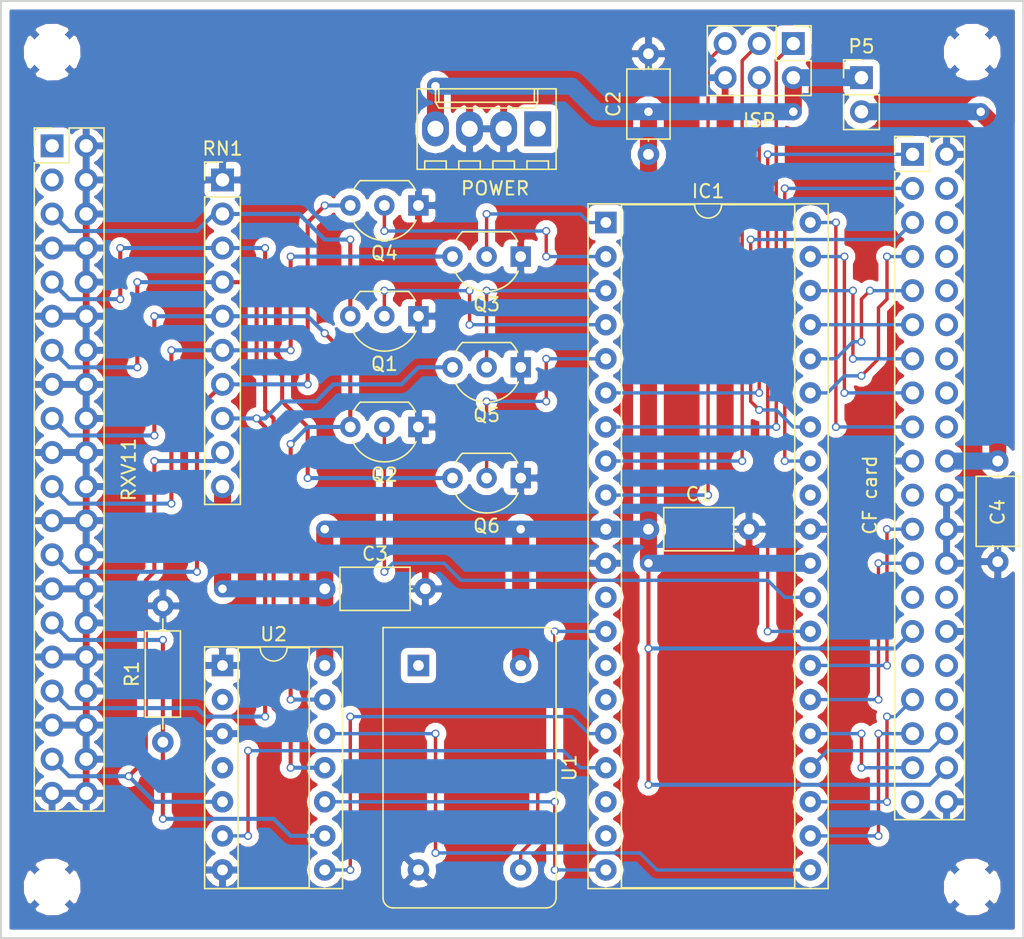
<source format=kicad_pcb>
(kicad_pcb (version 4) (host pcbnew 4.0.5)

  (general
    (links 123)
    (no_connects 0)
    (area 126.924999 74.854999 203.420001 144.855001)
    (thickness 1.6)
    (drawings 4)
    (tracks 325)
    (zones 0)
    (modules 24)
    (nets 69)
  )

  (page A4)
  (layers
    (0 F.Cu signal)
    (31 B.Cu signal)
    (32 B.Adhes user)
    (33 F.Adhes user)
    (34 B.Paste user)
    (35 F.Paste user)
    (36 B.SilkS user)
    (37 F.SilkS user)
    (38 B.Mask user)
    (39 F.Mask user)
    (40 Dwgs.User user)
    (41 Cmts.User user)
    (42 Eco1.User user)
    (43 Eco2.User user)
    (44 Edge.Cuts user)
    (45 Margin user)
    (46 B.CrtYd user)
    (47 F.CrtYd user)
    (48 B.Fab user)
    (49 F.Fab user)
  )

  (setup
    (last_trace_width 0.25)
    (user_trace_width 0.254)
    (user_trace_width 0.3048)
    (user_trace_width 1.27)
    (trace_clearance 0.2)
    (zone_clearance 0.508)
    (zone_45_only no)
    (trace_min 0.2)
    (segment_width 0.2)
    (edge_width 0.15)
    (via_size 0.6)
    (via_drill 0.4)
    (via_min_size 0.4)
    (via_min_drill 0.3)
    (user_via 0.59944 0.39878)
    (user_via 0.59944 0.39878)
    (user_via 1.27 0.635)
    (uvia_size 0.3)
    (uvia_drill 0.1)
    (uvias_allowed no)
    (uvia_min_size 0.2)
    (uvia_min_drill 0.1)
    (pcb_text_width 0.3)
    (pcb_text_size 1.5 1.5)
    (mod_edge_width 0.15)
    (mod_text_size 1 1)
    (mod_text_width 0.15)
    (pad_size 1.524 1.524)
    (pad_drill 0.762)
    (pad_to_mask_clearance 0.2)
    (aux_axis_origin 0 0)
    (grid_origin 127 144.78)
    (visible_elements FFFFFF7F)
    (pcbplotparams
      (layerselection 0x00030_80000001)
      (usegerberextensions false)
      (excludeedgelayer true)
      (linewidth 0.100000)
      (plotframeref false)
      (viasonmask false)
      (mode 1)
      (useauxorigin false)
      (hpglpennumber 1)
      (hpglpenspeed 20)
      (hpglpendiameter 15)
      (hpglpenoverlay 2)
      (psnegative false)
      (psa4output false)
      (plotreference true)
      (plotvalue true)
      (plotinvisibletext false)
      (padsonsilk false)
      (subtractmaskfromsilk false)
      (outputformat 1)
      (mirror false)
      (drillshape 1)
      (scaleselection 1)
      (outputdirectory ""))
  )

  (net 0 "")
  (net 1 VCC)
  (net 2 GND)
  (net 3 "Net-(C4-Pad1)")
  (net 4 "Net-(IC1-Pad1)")
  (net 5 "Net-(IC1-Pad21)")
  (net 6 "Net-(IC1-Pad2)")
  (net 7 a0)
  (net 8 "Net-(IC1-Pad3)")
  (net 9 a1)
  (net 10 "Net-(IC1-Pad4)")
  (net 11 a2)
  (net 12 "Net-(IC1-Pad5)")
  (net 13 cf_cs)
  (net 14 "Net-(IC1-Pad6)")
  (net 15 rd)
  (net 16 "Net-(IC1-Pad7)")
  (net 17 wr)
  (net 18 "Net-(IC1-Pad8)")
  (net 19 cf_rst)
  (net 20 "Net-(IC1-Pad9)")
  (net 21 "Net-(IC1-Pad29)")
  (net 22 "Net-(IC1-Pad12)")
  (net 23 "Net-(IC1-Pad32)")
  (net 24 "Net-(IC1-Pad13)")
  (net 25 d7)
  (net 26 "Net-(IC1-Pad14)")
  (net 27 d6)
  (net 28 "Net-(IC1-Pad15)")
  (net 29 d5)
  (net 30 "Net-(IC1-Pad16)")
  (net 31 d4)
  (net 32 "Net-(IC1-Pad17)")
  (net 33 d3)
  (net 34 "Net-(IC1-Pad18)")
  (net 35 d2)
  (net 36 "Net-(IC1-Pad19)")
  (net 37 d1)
  (net 38 "Net-(IC1-Pad20)")
  (net 39 d0)
  (net 40 "Net-(P3-Pad4)")
  (net 41 "Net-(P3-Pad6)")
  (net 42 "Net-(P3-Pad8)")
  (net 43 "Net-(P3-Pad10)")
  (net 44 "Net-(P3-Pad12)")
  (net 45 "Net-(P3-Pad14)")
  (net 46 "Net-(P3-Pad16)")
  (net 47 "Net-(P3-Pad18)")
  (net 48 "Net-(P3-Pad21)")
  (net 49 "Net-(P3-Pad27)")
  (net 50 "Net-(P3-Pad28)")
  (net 51 "Net-(P3-Pad31)")
  (net 52 "Net-(P3-Pad32)")
  (net 53 "Net-(P3-Pad34)")
  (net 54 "Net-(P3-Pad39)")
  (net 55 "Net-(P4-Pad1)")
  (net 56 "Net-(P4-Pad3)")
  (net 57 /out)
  (net 58 /shift)
  (net 59 /12bit)
  (net 60 /data)
  (net 61 /done)
  (net 62 /txrq)
  (net 63 /init)
  (net 64 /error)
  (net 65 /run)
  (net 66 "Net-(U2-Pad2)")
  (net 67 "Net-(U2-Pad4)")
  (net 68 "Net-(P1-Pad1)")

  (net_class Default "This is the default net class."
    (clearance 0.2)
    (trace_width 0.25)
    (via_dia 0.6)
    (via_drill 0.4)
    (uvia_dia 0.3)
    (uvia_drill 0.1)
    (add_net /12bit)
    (add_net /data)
    (add_net /done)
    (add_net /error)
    (add_net /init)
    (add_net /out)
    (add_net /run)
    (add_net /shift)
    (add_net /txrq)
    (add_net GND)
    (add_net "Net-(C4-Pad1)")
    (add_net "Net-(IC1-Pad1)")
    (add_net "Net-(IC1-Pad12)")
    (add_net "Net-(IC1-Pad13)")
    (add_net "Net-(IC1-Pad14)")
    (add_net "Net-(IC1-Pad15)")
    (add_net "Net-(IC1-Pad16)")
    (add_net "Net-(IC1-Pad17)")
    (add_net "Net-(IC1-Pad18)")
    (add_net "Net-(IC1-Pad19)")
    (add_net "Net-(IC1-Pad2)")
    (add_net "Net-(IC1-Pad20)")
    (add_net "Net-(IC1-Pad21)")
    (add_net "Net-(IC1-Pad29)")
    (add_net "Net-(IC1-Pad3)")
    (add_net "Net-(IC1-Pad32)")
    (add_net "Net-(IC1-Pad4)")
    (add_net "Net-(IC1-Pad5)")
    (add_net "Net-(IC1-Pad6)")
    (add_net "Net-(IC1-Pad7)")
    (add_net "Net-(IC1-Pad8)")
    (add_net "Net-(IC1-Pad9)")
    (add_net "Net-(P1-Pad1)")
    (add_net "Net-(P3-Pad10)")
    (add_net "Net-(P3-Pad12)")
    (add_net "Net-(P3-Pad14)")
    (add_net "Net-(P3-Pad16)")
    (add_net "Net-(P3-Pad18)")
    (add_net "Net-(P3-Pad21)")
    (add_net "Net-(P3-Pad27)")
    (add_net "Net-(P3-Pad28)")
    (add_net "Net-(P3-Pad31)")
    (add_net "Net-(P3-Pad32)")
    (add_net "Net-(P3-Pad34)")
    (add_net "Net-(P3-Pad39)")
    (add_net "Net-(P3-Pad4)")
    (add_net "Net-(P3-Pad6)")
    (add_net "Net-(P3-Pad8)")
    (add_net "Net-(P4-Pad1)")
    (add_net "Net-(P4-Pad3)")
    (add_net "Net-(U2-Pad2)")
    (add_net "Net-(U2-Pad4)")
    (add_net VCC)
    (add_net a0)
    (add_net a1)
    (add_net a2)
    (add_net cf_cs)
    (add_net cf_rst)
    (add_net d0)
    (add_net d1)
    (add_net d2)
    (add_net d3)
    (add_net d4)
    (add_net d5)
    (add_net d6)
    (add_net d7)
    (add_net rd)
    (add_net wr)
  )

  (module Capacitors_THT:C_Axial_L5.1mm_D3.1mm_P7.50mm_Horizontal (layer F.Cu) (tedit 597BC7C2) (tstamp 5AC4F4EA)
    (at 175.26 114.3)
    (descr "C, Axial series, Axial, Horizontal, pin pitch=7.5mm, , length*diameter=5.1*3.1mm^2, http://www.vishay.com/docs/45231/arseries.pdf")
    (tags "C Axial series Axial Horizontal pin pitch 7.5mm  length 5.1mm diameter 3.1mm")
    (path /5AC3C7A9)
    (fp_text reference C1 (at 3.75 -2.61) (layer F.SilkS)
      (effects (font (size 1 1) (thickness 0.15)))
    )
    (fp_text value .1uf (at 3.75 2.61) (layer F.Fab)
      (effects (font (size 1 1) (thickness 0.15)))
    )
    (fp_line (start 1.2 -1.55) (end 1.2 1.55) (layer F.Fab) (width 0.1))
    (fp_line (start 1.2 1.55) (end 6.3 1.55) (layer F.Fab) (width 0.1))
    (fp_line (start 6.3 1.55) (end 6.3 -1.55) (layer F.Fab) (width 0.1))
    (fp_line (start 6.3 -1.55) (end 1.2 -1.55) (layer F.Fab) (width 0.1))
    (fp_line (start 0 0) (end 1.2 0) (layer F.Fab) (width 0.1))
    (fp_line (start 7.5 0) (end 6.3 0) (layer F.Fab) (width 0.1))
    (fp_line (start 1.14 -1.61) (end 1.14 1.61) (layer F.SilkS) (width 0.12))
    (fp_line (start 1.14 1.61) (end 6.36 1.61) (layer F.SilkS) (width 0.12))
    (fp_line (start 6.36 1.61) (end 6.36 -1.61) (layer F.SilkS) (width 0.12))
    (fp_line (start 6.36 -1.61) (end 1.14 -1.61) (layer F.SilkS) (width 0.12))
    (fp_line (start 0.98 0) (end 1.14 0) (layer F.SilkS) (width 0.12))
    (fp_line (start 6.52 0) (end 6.36 0) (layer F.SilkS) (width 0.12))
    (fp_line (start -1.05 -1.9) (end -1.05 1.9) (layer F.CrtYd) (width 0.05))
    (fp_line (start -1.05 1.9) (end 8.55 1.9) (layer F.CrtYd) (width 0.05))
    (fp_line (start 8.55 1.9) (end 8.55 -1.9) (layer F.CrtYd) (width 0.05))
    (fp_line (start 8.55 -1.9) (end -1.05 -1.9) (layer F.CrtYd) (width 0.05))
    (fp_text user %R (at 3.75 0) (layer F.Fab)
      (effects (font (size 1 1) (thickness 0.15)))
    )
    (pad 1 thru_hole circle (at 0 0) (size 1.6 1.6) (drill 0.8) (layers *.Cu *.Mask)
      (net 1 VCC))
    (pad 2 thru_hole oval (at 7.5 0) (size 1.6 1.6) (drill 0.8) (layers *.Cu *.Mask)
      (net 2 GND))
    (model ${KISYS3DMOD}/Capacitors_THT.3dshapes/C_Axial_L5.1mm_D3.1mm_P7.50mm_Horizontal.wrl
      (at (xyz 0 0 0))
      (scale (xyz 1 1 1))
      (rotate (xyz 0 0 0))
    )
  )

  (module Capacitors_THT:C_Axial_L5.1mm_D3.1mm_P7.50mm_Horizontal (layer F.Cu) (tedit 597BC7C2) (tstamp 5AC4F4F0)
    (at 175.26 86.36 90)
    (descr "C, Axial series, Axial, Horizontal, pin pitch=7.5mm, , length*diameter=5.1*3.1mm^2, http://www.vishay.com/docs/45231/arseries.pdf")
    (tags "C Axial series Axial Horizontal pin pitch 7.5mm  length 5.1mm diameter 3.1mm")
    (path /5AC3C763)
    (fp_text reference C2 (at 3.75 -2.61 90) (layer F.SilkS)
      (effects (font (size 1 1) (thickness 0.15)))
    )
    (fp_text value .1uf (at 3.75 2.61 90) (layer F.Fab)
      (effects (font (size 1 1) (thickness 0.15)))
    )
    (fp_line (start 1.2 -1.55) (end 1.2 1.55) (layer F.Fab) (width 0.1))
    (fp_line (start 1.2 1.55) (end 6.3 1.55) (layer F.Fab) (width 0.1))
    (fp_line (start 6.3 1.55) (end 6.3 -1.55) (layer F.Fab) (width 0.1))
    (fp_line (start 6.3 -1.55) (end 1.2 -1.55) (layer F.Fab) (width 0.1))
    (fp_line (start 0 0) (end 1.2 0) (layer F.Fab) (width 0.1))
    (fp_line (start 7.5 0) (end 6.3 0) (layer F.Fab) (width 0.1))
    (fp_line (start 1.14 -1.61) (end 1.14 1.61) (layer F.SilkS) (width 0.12))
    (fp_line (start 1.14 1.61) (end 6.36 1.61) (layer F.SilkS) (width 0.12))
    (fp_line (start 6.36 1.61) (end 6.36 -1.61) (layer F.SilkS) (width 0.12))
    (fp_line (start 6.36 -1.61) (end 1.14 -1.61) (layer F.SilkS) (width 0.12))
    (fp_line (start 0.98 0) (end 1.14 0) (layer F.SilkS) (width 0.12))
    (fp_line (start 6.52 0) (end 6.36 0) (layer F.SilkS) (width 0.12))
    (fp_line (start -1.05 -1.9) (end -1.05 1.9) (layer F.CrtYd) (width 0.05))
    (fp_line (start -1.05 1.9) (end 8.55 1.9) (layer F.CrtYd) (width 0.05))
    (fp_line (start 8.55 1.9) (end 8.55 -1.9) (layer F.CrtYd) (width 0.05))
    (fp_line (start 8.55 -1.9) (end -1.05 -1.9) (layer F.CrtYd) (width 0.05))
    (fp_text user %R (at 3.75 0 90) (layer F.Fab)
      (effects (font (size 1 1) (thickness 0.15)))
    )
    (pad 1 thru_hole circle (at 0 0 90) (size 1.6 1.6) (drill 0.8) (layers *.Cu *.Mask)
      (net 1 VCC))
    (pad 2 thru_hole oval (at 7.5 0 90) (size 1.6 1.6) (drill 0.8) (layers *.Cu *.Mask)
      (net 2 GND))
    (model ${KISYS3DMOD}/Capacitors_THT.3dshapes/C_Axial_L5.1mm_D3.1mm_P7.50mm_Horizontal.wrl
      (at (xyz 0 0 0))
      (scale (xyz 1 1 1))
      (rotate (xyz 0 0 0))
    )
  )

  (module Capacitors_THT:C_Axial_L5.1mm_D3.1mm_P7.50mm_Horizontal (layer F.Cu) (tedit 5ACA0A98) (tstamp 5AC4F4F6)
    (at 151.13 118.745)
    (descr "C, Axial series, Axial, Horizontal, pin pitch=7.5mm, , length*diameter=5.1*3.1mm^2, http://www.vishay.com/docs/45231/arseries.pdf")
    (tags "C Axial series Axial Horizontal pin pitch 7.5mm  length 5.1mm diameter 3.1mm")
    (path /5AC3C7FE)
    (fp_text reference C3 (at 3.75 -2.61) (layer F.SilkS)
      (effects (font (size 1 1) (thickness 0.15)))
    )
    (fp_text value .1uf (at 3.75 2.61) (layer F.Fab)
      (effects (font (size 1 1) (thickness 0.15)))
    )
    (fp_line (start 1.2 -1.55) (end 1.2 1.55) (layer F.Fab) (width 0.1))
    (fp_line (start 1.2 1.55) (end 6.3 1.55) (layer F.Fab) (width 0.1))
    (fp_line (start 6.3 1.55) (end 6.3 -1.55) (layer F.Fab) (width 0.1))
    (fp_line (start 6.3 -1.55) (end 1.2 -1.55) (layer F.Fab) (width 0.1))
    (fp_line (start 0 0) (end 1.2 0) (layer F.Fab) (width 0.1))
    (fp_line (start 7.5 0) (end 6.3 0) (layer F.Fab) (width 0.1))
    (fp_line (start 1.14 -1.61) (end 1.14 1.61) (layer F.SilkS) (width 0.12))
    (fp_line (start 1.14 1.61) (end 6.36 1.61) (layer F.SilkS) (width 0.12))
    (fp_line (start 6.36 1.61) (end 6.36 -1.61) (layer F.SilkS) (width 0.12))
    (fp_line (start 6.36 -1.61) (end 1.14 -1.61) (layer F.SilkS) (width 0.12))
    (fp_line (start 0.98 0) (end 1.14 0) (layer F.SilkS) (width 0.12))
    (fp_line (start 6.52 0) (end 6.36 0) (layer F.SilkS) (width 0.12))
    (fp_line (start -1.05 -1.9) (end -1.05 1.9) (layer F.CrtYd) (width 0.05))
    (fp_line (start -1.05 1.9) (end 8.55 1.9) (layer F.CrtYd) (width 0.05))
    (fp_line (start 8.55 1.9) (end 8.55 -1.9) (layer F.CrtYd) (width 0.05))
    (fp_line (start 8.55 -1.9) (end -1.05 -1.9) (layer F.CrtYd) (width 0.05))
    (fp_text user %R (at 3.75 0) (layer F.Fab)
      (effects (font (size 1 1) (thickness 0.15)))
    )
    (pad 1 thru_hole circle (at 0 0) (size 1.6 1.6) (drill 0.8) (layers *.Cu *.Mask)
      (net 1 VCC))
    (pad 2 thru_hole oval (at 7.5 0) (size 1.6 1.6) (drill 0.8) (layers *.Cu *.Mask)
      (net 2 GND))
    (model ${KISYS3DMOD}/Capacitors_THT.3dshapes/C_Axial_L5.1mm_D3.1mm_P7.50mm_Horizontal.wrl
      (at (xyz 0 0 0))
      (scale (xyz 1 1 1))
      (rotate (xyz 0 0 0))
    )
  )

  (module Capacitors_THT:C_Axial_L5.1mm_D3.1mm_P7.50mm_Horizontal (layer F.Cu) (tedit 5ACBFEDE) (tstamp 5AC4F4FC)
    (at 201.295 109.22 270)
    (descr "C, Axial series, Axial, Horizontal, pin pitch=7.5mm, , length*diameter=5.1*3.1mm^2, http://www.vishay.com/docs/45231/arseries.pdf")
    (tags "C Axial series Axial Horizontal pin pitch 7.5mm  length 5.1mm diameter 3.1mm")
    (path /5AC3C7D4)
    (fp_text reference C4 (at 3.81 0 270) (layer F.SilkS)
      (effects (font (size 1 1) (thickness 0.15)))
    )
    (fp_text value .1uf (at 3.75 2.61 270) (layer F.Fab)
      (effects (font (size 1 1) (thickness 0.15)))
    )
    (fp_line (start 1.2 -1.55) (end 1.2 1.55) (layer F.Fab) (width 0.1))
    (fp_line (start 1.2 1.55) (end 6.3 1.55) (layer F.Fab) (width 0.1))
    (fp_line (start 6.3 1.55) (end 6.3 -1.55) (layer F.Fab) (width 0.1))
    (fp_line (start 6.3 -1.55) (end 1.2 -1.55) (layer F.Fab) (width 0.1))
    (fp_line (start 0 0) (end 1.2 0) (layer F.Fab) (width 0.1))
    (fp_line (start 7.5 0) (end 6.3 0) (layer F.Fab) (width 0.1))
    (fp_line (start 1.14 -1.61) (end 1.14 1.61) (layer F.SilkS) (width 0.12))
    (fp_line (start 1.14 1.61) (end 6.36 1.61) (layer F.SilkS) (width 0.12))
    (fp_line (start 6.36 1.61) (end 6.36 -1.61) (layer F.SilkS) (width 0.12))
    (fp_line (start 6.36 -1.61) (end 1.14 -1.61) (layer F.SilkS) (width 0.12))
    (fp_line (start 0.98 0) (end 1.14 0) (layer F.SilkS) (width 0.12))
    (fp_line (start 6.52 0) (end 6.36 0) (layer F.SilkS) (width 0.12))
    (fp_line (start -1.05 -1.9) (end -1.05 1.9) (layer F.CrtYd) (width 0.05))
    (fp_line (start -1.05 1.9) (end 8.55 1.9) (layer F.CrtYd) (width 0.05))
    (fp_line (start 8.55 1.9) (end 8.55 -1.9) (layer F.CrtYd) (width 0.05))
    (fp_line (start 8.55 -1.9) (end -1.05 -1.9) (layer F.CrtYd) (width 0.05))
    (fp_text user %R (at 10.16 0 270) (layer F.Fab)
      (effects (font (size 1 1) (thickness 0.15)))
    )
    (pad 1 thru_hole circle (at 0 0 270) (size 1.6 1.6) (drill 0.8) (layers *.Cu *.Mask)
      (net 3 "Net-(C4-Pad1)"))
    (pad 2 thru_hole oval (at 7.5 0 270) (size 1.6 1.6) (drill 0.8) (layers *.Cu *.Mask)
      (net 2 GND))
    (model ${KISYS3DMOD}/Capacitors_THT.3dshapes/C_Axial_L5.1mm_D3.1mm_P7.50mm_Horizontal.wrl
      (at (xyz 0 0 0))
      (scale (xyz 1 1 1))
      (rotate (xyz 0 0 0))
    )
  )

  (module Housings_DIP:DIP-40_W15.24mm_Socket (layer F.Cu) (tedit 5ACBFE45) (tstamp 5AC4F528)
    (at 172.085 91.44)
    (descr "40-lead though-hole mounted DIP package, row spacing 15.24 mm (600 mils), Socket")
    (tags "THT DIP DIL PDIP 2.54mm 15.24mm 600mil Socket")
    (path /5AC3C492)
    (fp_text reference IC1 (at 7.62 -2.33) (layer F.SilkS)
      (effects (font (size 1 1) (thickness 0.15)))
    )
    (fp_text value ATMEGA32-P (at 7.62 50.59) (layer F.Fab)
      (effects (font (size 1 1) (thickness 0.15)))
    )
    (fp_arc (start 7.62 -1.33) (end 6.62 -1.33) (angle -180) (layer F.SilkS) (width 0.12))
    (fp_line (start 1.255 -1.27) (end 14.985 -1.27) (layer F.Fab) (width 0.1))
    (fp_line (start 14.985 -1.27) (end 14.985 49.53) (layer F.Fab) (width 0.1))
    (fp_line (start 14.985 49.53) (end 0.255 49.53) (layer F.Fab) (width 0.1))
    (fp_line (start 0.255 49.53) (end 0.255 -0.27) (layer F.Fab) (width 0.1))
    (fp_line (start 0.255 -0.27) (end 1.255 -1.27) (layer F.Fab) (width 0.1))
    (fp_line (start -1.27 -1.33) (end -1.27 49.59) (layer F.Fab) (width 0.1))
    (fp_line (start -1.27 49.59) (end 16.51 49.59) (layer F.Fab) (width 0.1))
    (fp_line (start 16.51 49.59) (end 16.51 -1.33) (layer F.Fab) (width 0.1))
    (fp_line (start 16.51 -1.33) (end -1.27 -1.33) (layer F.Fab) (width 0.1))
    (fp_line (start 6.62 -1.33) (end 1.16 -1.33) (layer F.SilkS) (width 0.12))
    (fp_line (start 1.16 -1.33) (end 1.16 49.59) (layer F.SilkS) (width 0.12))
    (fp_line (start 1.16 49.59) (end 14.08 49.59) (layer F.SilkS) (width 0.12))
    (fp_line (start 14.08 49.59) (end 14.08 -1.33) (layer F.SilkS) (width 0.12))
    (fp_line (start 14.08 -1.33) (end 8.62 -1.33) (layer F.SilkS) (width 0.12))
    (fp_line (start -1.33 -1.39) (end -1.33 49.65) (layer F.SilkS) (width 0.12))
    (fp_line (start -1.33 49.65) (end 16.57 49.65) (layer F.SilkS) (width 0.12))
    (fp_line (start 16.57 49.65) (end 16.57 -1.39) (layer F.SilkS) (width 0.12))
    (fp_line (start 16.57 -1.39) (end -1.33 -1.39) (layer F.SilkS) (width 0.12))
    (fp_line (start -1.55 -1.6) (end -1.55 49.85) (layer F.CrtYd) (width 0.05))
    (fp_line (start -1.55 49.85) (end 16.8 49.85) (layer F.CrtYd) (width 0.05))
    (fp_line (start 16.8 49.85) (end 16.8 -1.6) (layer F.CrtYd) (width 0.05))
    (fp_line (start 16.8 -1.6) (end -1.55 -1.6) (layer F.CrtYd) (width 0.05))
    (fp_text user %R (at 8.255 27.94) (layer F.Fab)
      (effects (font (size 1 1) (thickness 0.15)))
    )
    (pad 1 thru_hole rect (at 0 0) (size 1.6 1.6) (drill 0.8) (layers *.Cu *.Mask)
      (net 4 "Net-(IC1-Pad1)"))
    (pad 21 thru_hole oval (at 15.24 48.26) (size 1.6 1.6) (drill 0.8) (layers *.Cu *.Mask)
      (net 5 "Net-(IC1-Pad21)"))
    (pad 2 thru_hole oval (at 0 2.54) (size 1.6 1.6) (drill 0.8) (layers *.Cu *.Mask)
      (net 6 "Net-(IC1-Pad2)"))
    (pad 22 thru_hole oval (at 15.24 45.72) (size 1.6 1.6) (drill 0.8) (layers *.Cu *.Mask)
      (net 7 a0))
    (pad 3 thru_hole oval (at 0 5.08) (size 1.6 1.6) (drill 0.8) (layers *.Cu *.Mask)
      (net 8 "Net-(IC1-Pad3)"))
    (pad 23 thru_hole oval (at 15.24 43.18) (size 1.6 1.6) (drill 0.8) (layers *.Cu *.Mask)
      (net 9 a1))
    (pad 4 thru_hole oval (at 0 7.62) (size 1.6 1.6) (drill 0.8) (layers *.Cu *.Mask)
      (net 10 "Net-(IC1-Pad4)"))
    (pad 24 thru_hole oval (at 15.24 40.64) (size 1.6 1.6) (drill 0.8) (layers *.Cu *.Mask)
      (net 11 a2))
    (pad 5 thru_hole oval (at 0 10.16) (size 1.6 1.6) (drill 0.8) (layers *.Cu *.Mask)
      (net 12 "Net-(IC1-Pad5)"))
    (pad 25 thru_hole oval (at 15.24 38.1) (size 1.6 1.6) (drill 0.8) (layers *.Cu *.Mask)
      (net 13 cf_cs))
    (pad 6 thru_hole oval (at 0 12.7) (size 1.6 1.6) (drill 0.8) (layers *.Cu *.Mask)
      (net 14 "Net-(IC1-Pad6)"))
    (pad 26 thru_hole oval (at 15.24 35.56) (size 1.6 1.6) (drill 0.8) (layers *.Cu *.Mask)
      (net 15 rd))
    (pad 7 thru_hole oval (at 0 15.24) (size 1.6 1.6) (drill 0.8) (layers *.Cu *.Mask)
      (net 16 "Net-(IC1-Pad7)"))
    (pad 27 thru_hole oval (at 15.24 33.02) (size 1.6 1.6) (drill 0.8) (layers *.Cu *.Mask)
      (net 17 wr))
    (pad 8 thru_hole oval (at 0 17.78) (size 1.6 1.6) (drill 0.8) (layers *.Cu *.Mask)
      (net 18 "Net-(IC1-Pad8)"))
    (pad 28 thru_hole oval (at 15.24 30.48) (size 1.6 1.6) (drill 0.8) (layers *.Cu *.Mask)
      (net 19 cf_rst))
    (pad 9 thru_hole oval (at 0 20.32) (size 1.6 1.6) (drill 0.8) (layers *.Cu *.Mask)
      (net 20 "Net-(IC1-Pad9)"))
    (pad 29 thru_hole oval (at 15.24 27.94) (size 1.6 1.6) (drill 0.8) (layers *.Cu *.Mask)
      (net 21 "Net-(IC1-Pad29)"))
    (pad 10 thru_hole oval (at 0 22.86) (size 1.6 1.6) (drill 0.8) (layers *.Cu *.Mask)
      (net 1 VCC))
    (pad 30 thru_hole oval (at 15.24 25.4) (size 1.6 1.6) (drill 0.8) (layers *.Cu *.Mask)
      (net 1 VCC))
    (pad 11 thru_hole oval (at 0 25.4) (size 1.6 1.6) (drill 0.8) (layers *.Cu *.Mask)
      (net 2 GND))
    (pad 31 thru_hole oval (at 15.24 22.86) (size 1.6 1.6) (drill 0.8) (layers *.Cu *.Mask)
      (net 2 GND))
    (pad 12 thru_hole oval (at 0 27.94) (size 1.6 1.6) (drill 0.8) (layers *.Cu *.Mask)
      (net 22 "Net-(IC1-Pad12)"))
    (pad 32 thru_hole oval (at 15.24 20.32) (size 1.6 1.6) (drill 0.8) (layers *.Cu *.Mask)
      (net 23 "Net-(IC1-Pad32)"))
    (pad 13 thru_hole oval (at 0 30.48) (size 1.6 1.6) (drill 0.8) (layers *.Cu *.Mask)
      (net 24 "Net-(IC1-Pad13)"))
    (pad 33 thru_hole oval (at 15.24 17.78) (size 1.6 1.6) (drill 0.8) (layers *.Cu *.Mask)
      (net 25 d7))
    (pad 14 thru_hole oval (at 0 33.02) (size 1.6 1.6) (drill 0.8) (layers *.Cu *.Mask)
      (net 26 "Net-(IC1-Pad14)"))
    (pad 34 thru_hole oval (at 15.24 15.24) (size 1.6 1.6) (drill 0.8) (layers *.Cu *.Mask)
      (net 27 d6))
    (pad 15 thru_hole oval (at 0 35.56) (size 1.6 1.6) (drill 0.8) (layers *.Cu *.Mask)
      (net 28 "Net-(IC1-Pad15)"))
    (pad 35 thru_hole oval (at 15.24 12.7) (size 1.6 1.6) (drill 0.8) (layers *.Cu *.Mask)
      (net 29 d5))
    (pad 16 thru_hole oval (at 0 38.1) (size 1.6 1.6) (drill 0.8) (layers *.Cu *.Mask)
      (net 30 "Net-(IC1-Pad16)"))
    (pad 36 thru_hole oval (at 15.24 10.16) (size 1.6 1.6) (drill 0.8) (layers *.Cu *.Mask)
      (net 31 d4))
    (pad 17 thru_hole oval (at 0 40.64) (size 1.6 1.6) (drill 0.8) (layers *.Cu *.Mask)
      (net 32 "Net-(IC1-Pad17)"))
    (pad 37 thru_hole oval (at 15.24 7.62) (size 1.6 1.6) (drill 0.8) (layers *.Cu *.Mask)
      (net 33 d3))
    (pad 18 thru_hole oval (at 0 43.18) (size 1.6 1.6) (drill 0.8) (layers *.Cu *.Mask)
      (net 34 "Net-(IC1-Pad18)"))
    (pad 38 thru_hole oval (at 15.24 5.08) (size 1.6 1.6) (drill 0.8) (layers *.Cu *.Mask)
      (net 35 d2))
    (pad 19 thru_hole oval (at 0 45.72) (size 1.6 1.6) (drill 0.8) (layers *.Cu *.Mask)
      (net 36 "Net-(IC1-Pad19)"))
    (pad 39 thru_hole oval (at 15.24 2.54) (size 1.6 1.6) (drill 0.8) (layers *.Cu *.Mask)
      (net 37 d1))
    (pad 20 thru_hole oval (at 0 48.26) (size 1.6 1.6) (drill 0.8) (layers *.Cu *.Mask)
      (net 38 "Net-(IC1-Pad20)"))
    (pad 40 thru_hole oval (at 15.24 0) (size 1.6 1.6) (drill 0.8) (layers *.Cu *.Mask)
      (net 39 d0))
    (model ${KISYS3DMOD}/Housings_DIP.3dshapes/DIP-40_W15.24mm_Socket.wrl
      (at (xyz 0 0 0))
      (scale (xyz 1 1 1))
      (rotate (xyz 0 0 0))
    )
  )

  (module Mounting_Holes:MountingHole_3.2mm_M3 (layer F.Cu) (tedit 5ACA1F59) (tstamp 5AC4F52D)
    (at 130.81 78.74)
    (descr "Mounting Hole 3.2mm, no annular, M3")
    (tags "mounting hole 3.2mm no annular m3")
    (path /5AC4B629)
    (attr virtual)
    (fp_text reference MH1 (at 5.08 -1.905) (layer F.SilkS) hide
      (effects (font (size 1 1) (thickness 0.15)))
    )
    (fp_text value PTH (at 0 4.2) (layer F.Fab)
      (effects (font (size 1 1) (thickness 0.15)))
    )
    (fp_text user %R (at 0.3 0) (layer F.Fab)
      (effects (font (size 1 1) (thickness 0.15)))
    )
    (fp_circle (center 0 0) (end 3.2 0) (layer Cmts.User) (width 0.15))
    (fp_circle (center 0 0) (end 3.45 0) (layer F.CrtYd) (width 0.05))
    (pad 1 np_thru_hole circle (at 0 0) (size 3.2 3.2) (drill 3.2) (layers *.Cu *.Mask)
      (net 2 GND))
  )

  (module Mounting_Holes:MountingHole_3.2mm_M3 (layer F.Cu) (tedit 5ACA1F78) (tstamp 5AC4F532)
    (at 130.81 140.97)
    (descr "Mounting Hole 3.2mm, no annular, M3")
    (tags "mounting hole 3.2mm no annular m3")
    (path /5AC4B6A8)
    (attr virtual)
    (fp_text reference MH2 (at 0 -4.2) (layer F.SilkS) hide
      (effects (font (size 1 1) (thickness 0.15)))
    )
    (fp_text value PTH (at 5.08 2.54) (layer F.Fab)
      (effects (font (size 1 1) (thickness 0.15)))
    )
    (fp_text user %R (at 0.3 0) (layer F.Fab)
      (effects (font (size 1 1) (thickness 0.15)))
    )
    (fp_circle (center 0 0) (end 3.2 0) (layer Cmts.User) (width 0.15))
    (fp_circle (center 0 0) (end 3.45 0) (layer F.CrtYd) (width 0.05))
    (pad 1 np_thru_hole circle (at 0 0) (size 3.2 3.2) (drill 3.2) (layers *.Cu *.Mask)
      (net 2 GND))
  )

  (module Mounting_Holes:MountingHole_3.2mm_M3 (layer F.Cu) (tedit 5ACA1F6C) (tstamp 5AC4F537)
    (at 199.39 140.97)
    (descr "Mounting Hole 3.2mm, no annular, M3")
    (tags "mounting hole 3.2mm no annular m3")
    (path /5AC4B6FB)
    (attr virtual)
    (fp_text reference MH3 (at 0 -4.2) (layer F.SilkS) hide
      (effects (font (size 1 1) (thickness 0.15)))
    )
    (fp_text value PTH (at -4.445 2.54) (layer F.Fab)
      (effects (font (size 1 1) (thickness 0.15)))
    )
    (fp_text user %R (at 0.3 0) (layer F.Fab)
      (effects (font (size 1 1) (thickness 0.15)))
    )
    (fp_circle (center 0 0) (end 3.2 0) (layer Cmts.User) (width 0.15))
    (fp_circle (center 0 0) (end 3.45 0) (layer F.CrtYd) (width 0.05))
    (pad 1 np_thru_hole circle (at 0 0) (size 3.2 3.2) (drill 3.2) (layers *.Cu *.Mask)
      (net 2 GND))
  )

  (module Mounting_Holes:MountingHole_3.2mm_M3 (layer F.Cu) (tedit 5ACA1F60) (tstamp 5AC4F53C)
    (at 199.39 78.74)
    (descr "Mounting Hole 3.2mm, no annular, M3")
    (tags "mounting hole 3.2mm no annular m3")
    (path /5AC4B75F)
    (attr virtual)
    (fp_text reference MH4 (at -3.81 -2.54) (layer F.SilkS) hide
      (effects (font (size 1 1) (thickness 0.15)))
    )
    (fp_text value PTH (at 0 4.2) (layer F.Fab)
      (effects (font (size 1 1) (thickness 0.15)))
    )
    (fp_text user %R (at 0.3 0) (layer F.Fab)
      (effects (font (size 1 1) (thickness 0.15)))
    )
    (fp_circle (center 0 0) (end 3.2 0) (layer Cmts.User) (width 0.15))
    (fp_circle (center 0 0) (end 3.45 0) (layer F.CrtYd) (width 0.05))
    (pad 1 np_thru_hole circle (at 0 0) (size 3.2 3.2) (drill 3.2) (layers *.Cu *.Mask)
      (net 2 GND))
  )

  (module Connectors_Molex:Molex_KK-6410-04_04x2.54mm_Straight (layer F.Cu) (tedit 5ACA1FD6) (tstamp 5AC4F544)
    (at 167.005 84.455 180)
    (descr "Connector Headers with Friction Lock, 22-27-2041, http://www.molex.com/pdm_docs/sd/022272021_sd.pdf")
    (tags "connector molex kk_6410 22-27-2041")
    (path /5AC3C6D8)
    (fp_text reference POWER (at 3.175 -4.445 180) (layer F.SilkS)
      (effects (font (size 1 1) (thickness 0.15)))
    )
    (fp_text value CONN_01X04 (at 3.81 4.5 180) (layer F.Fab)
      (effects (font (size 1 1) (thickness 0.15)))
    )
    (fp_line (start -1.47 -3.12) (end -1.47 3.08) (layer F.Fab) (width 0.12))
    (fp_line (start -1.47 3.08) (end 9.09 3.08) (layer F.Fab) (width 0.12))
    (fp_line (start 9.09 3.08) (end 9.09 -3.12) (layer F.Fab) (width 0.12))
    (fp_line (start 9.09 -3.12) (end -1.47 -3.12) (layer F.Fab) (width 0.12))
    (fp_line (start -1.37 -3.02) (end -1.37 2.98) (layer F.SilkS) (width 0.12))
    (fp_line (start -1.37 2.98) (end 8.99 2.98) (layer F.SilkS) (width 0.12))
    (fp_line (start 8.99 2.98) (end 8.99 -3.02) (layer F.SilkS) (width 0.12))
    (fp_line (start 8.99 -3.02) (end -1.37 -3.02) (layer F.SilkS) (width 0.12))
    (fp_line (start 0 2.98) (end 0 1.98) (layer F.SilkS) (width 0.12))
    (fp_line (start 0 1.98) (end 7.62 1.98) (layer F.SilkS) (width 0.12))
    (fp_line (start 7.62 1.98) (end 7.62 2.98) (layer F.SilkS) (width 0.12))
    (fp_line (start 0 1.98) (end 0.25 1.55) (layer F.SilkS) (width 0.12))
    (fp_line (start 0.25 1.55) (end 7.37 1.55) (layer F.SilkS) (width 0.12))
    (fp_line (start 7.37 1.55) (end 7.62 1.98) (layer F.SilkS) (width 0.12))
    (fp_line (start 0.25 2.98) (end 0.25 1.98) (layer F.SilkS) (width 0.12))
    (fp_line (start 7.37 2.98) (end 7.37 1.98) (layer F.SilkS) (width 0.12))
    (fp_line (start -0.8 -3.02) (end -0.8 -2.4) (layer F.SilkS) (width 0.12))
    (fp_line (start -0.8 -2.4) (end 0.8 -2.4) (layer F.SilkS) (width 0.12))
    (fp_line (start 0.8 -2.4) (end 0.8 -3.02) (layer F.SilkS) (width 0.12))
    (fp_line (start 1.74 -3.02) (end 1.74 -2.4) (layer F.SilkS) (width 0.12))
    (fp_line (start 1.74 -2.4) (end 3.34 -2.4) (layer F.SilkS) (width 0.12))
    (fp_line (start 3.34 -2.4) (end 3.34 -3.02) (layer F.SilkS) (width 0.12))
    (fp_line (start 4.28 -3.02) (end 4.28 -2.4) (layer F.SilkS) (width 0.12))
    (fp_line (start 4.28 -2.4) (end 5.88 -2.4) (layer F.SilkS) (width 0.12))
    (fp_line (start 5.88 -2.4) (end 5.88 -3.02) (layer F.SilkS) (width 0.12))
    (fp_line (start 6.82 -3.02) (end 6.82 -2.4) (layer F.SilkS) (width 0.12))
    (fp_line (start 6.82 -2.4) (end 8.42 -2.4) (layer F.SilkS) (width 0.12))
    (fp_line (start 8.42 -2.4) (end 8.42 -3.02) (layer F.SilkS) (width 0.12))
    (fp_line (start -1.9 3.5) (end -1.9 -3.55) (layer F.CrtYd) (width 0.05))
    (fp_line (start -1.9 -3.55) (end 9.5 -3.55) (layer F.CrtYd) (width 0.05))
    (fp_line (start 9.5 -3.55) (end 9.5 3.5) (layer F.CrtYd) (width 0.05))
    (fp_line (start 9.5 3.5) (end -1.9 3.5) (layer F.CrtYd) (width 0.05))
    (fp_text user %R (at 3.81 0 180) (layer F.Fab)
      (effects (font (size 1 1) (thickness 0.15)))
    )
    (pad 1 thru_hole rect (at 0 0 180) (size 2 2.6) (drill 1.2) (layers *.Cu *.Mask)
      (net 68 "Net-(P1-Pad1)"))
    (pad 2 thru_hole oval (at 2.54 0 180) (size 2 2.6) (drill 1.2) (layers *.Cu *.Mask)
      (net 2 GND))
    (pad 3 thru_hole oval (at 5.08 0 180) (size 2 2.6) (drill 1.2) (layers *.Cu *.Mask)
      (net 2 GND))
    (pad 4 thru_hole oval (at 7.62 0 180) (size 2 2.6) (drill 1.2) (layers *.Cu *.Mask)
      (net 1 VCC))
    (model ${KISYS3DMOD}/Connectors_Molex.3dshapes/Molex_KK-6410-04_04x2.54mm_Straight.wrl
      (at (xyz 0 0 0))
      (scale (xyz 1 1 1))
      (rotate (xyz 0 0 0))
    )
  )

  (module Pin_Headers:Pin_Header_Straight_2x20_Pitch2.54mm (layer F.Cu) (tedit 5ACA24FE) (tstamp 5AC4F57C)
    (at 194.945 86.36)
    (descr "Through hole straight pin header, 2x20, 2.54mm pitch, double rows")
    (tags "Through hole pin header THT 2x20 2.54mm double row")
    (path /5AC3C5A4)
    (fp_text reference "CF card" (at -3.175 25.4 90) (layer F.SilkS)
      (effects (font (size 1 1) (thickness 0.15)))
    )
    (fp_text value CONN_02X20 (at 1.27 50.59) (layer F.Fab) hide
      (effects (font (size 1 1) (thickness 0.15)))
    )
    (fp_line (start 0 -1.27) (end 3.81 -1.27) (layer F.Fab) (width 0.1))
    (fp_line (start 3.81 -1.27) (end 3.81 49.53) (layer F.Fab) (width 0.1))
    (fp_line (start 3.81 49.53) (end -1.27 49.53) (layer F.Fab) (width 0.1))
    (fp_line (start -1.27 49.53) (end -1.27 0) (layer F.Fab) (width 0.1))
    (fp_line (start -1.27 0) (end 0 -1.27) (layer F.Fab) (width 0.1))
    (fp_line (start -1.33 49.59) (end 3.87 49.59) (layer F.SilkS) (width 0.12))
    (fp_line (start -1.33 1.27) (end -1.33 49.59) (layer F.SilkS) (width 0.12))
    (fp_line (start 3.87 -1.33) (end 3.87 49.59) (layer F.SilkS) (width 0.12))
    (fp_line (start -1.33 1.27) (end 1.27 1.27) (layer F.SilkS) (width 0.12))
    (fp_line (start 1.27 1.27) (end 1.27 -1.33) (layer F.SilkS) (width 0.12))
    (fp_line (start 1.27 -1.33) (end 3.87 -1.33) (layer F.SilkS) (width 0.12))
    (fp_line (start -1.33 0) (end -1.33 -1.33) (layer F.SilkS) (width 0.12))
    (fp_line (start -1.33 -1.33) (end 0 -1.33) (layer F.SilkS) (width 0.12))
    (fp_line (start -1.8 -1.8) (end -1.8 50.05) (layer F.CrtYd) (width 0.05))
    (fp_line (start -1.8 50.05) (end 4.35 50.05) (layer F.CrtYd) (width 0.05))
    (fp_line (start 4.35 50.05) (end 4.35 -1.8) (layer F.CrtYd) (width 0.05))
    (fp_line (start 4.35 -1.8) (end -1.8 -1.8) (layer F.CrtYd) (width 0.05))
    (fp_text user %R (at 1.27 24.13 90) (layer F.Fab)
      (effects (font (size 1 1) (thickness 0.15)))
    )
    (pad 1 thru_hole rect (at 0 0) (size 1.7 1.7) (drill 1) (layers *.Cu *.Mask)
      (net 19 cf_rst))
    (pad 2 thru_hole oval (at 2.54 0) (size 1.7 1.7) (drill 1) (layers *.Cu *.Mask)
      (net 2 GND))
    (pad 3 thru_hole oval (at 0 2.54) (size 1.7 1.7) (drill 1) (layers *.Cu *.Mask)
      (net 25 d7))
    (pad 4 thru_hole oval (at 2.54 2.54) (size 1.7 1.7) (drill 1) (layers *.Cu *.Mask)
      (net 40 "Net-(P3-Pad4)"))
    (pad 5 thru_hole oval (at 0 5.08) (size 1.7 1.7) (drill 1) (layers *.Cu *.Mask)
      (net 27 d6))
    (pad 6 thru_hole oval (at 2.54 5.08) (size 1.7 1.7) (drill 1) (layers *.Cu *.Mask)
      (net 41 "Net-(P3-Pad6)"))
    (pad 7 thru_hole oval (at 0 7.62) (size 1.7 1.7) (drill 1) (layers *.Cu *.Mask)
      (net 29 d5))
    (pad 8 thru_hole oval (at 2.54 7.62) (size 1.7 1.7) (drill 1) (layers *.Cu *.Mask)
      (net 42 "Net-(P3-Pad8)"))
    (pad 9 thru_hole oval (at 0 10.16) (size 1.7 1.7) (drill 1) (layers *.Cu *.Mask)
      (net 31 d4))
    (pad 10 thru_hole oval (at 2.54 10.16) (size 1.7 1.7) (drill 1) (layers *.Cu *.Mask)
      (net 43 "Net-(P3-Pad10)"))
    (pad 11 thru_hole oval (at 0 12.7) (size 1.7 1.7) (drill 1) (layers *.Cu *.Mask)
      (net 33 d3))
    (pad 12 thru_hole oval (at 2.54 12.7) (size 1.7 1.7) (drill 1) (layers *.Cu *.Mask)
      (net 44 "Net-(P3-Pad12)"))
    (pad 13 thru_hole oval (at 0 15.24) (size 1.7 1.7) (drill 1) (layers *.Cu *.Mask)
      (net 35 d2))
    (pad 14 thru_hole oval (at 2.54 15.24) (size 1.7 1.7) (drill 1) (layers *.Cu *.Mask)
      (net 45 "Net-(P3-Pad14)"))
    (pad 15 thru_hole oval (at 0 17.78) (size 1.7 1.7) (drill 1) (layers *.Cu *.Mask)
      (net 37 d1))
    (pad 16 thru_hole oval (at 2.54 17.78) (size 1.7 1.7) (drill 1) (layers *.Cu *.Mask)
      (net 46 "Net-(P3-Pad16)"))
    (pad 17 thru_hole oval (at 0 20.32) (size 1.7 1.7) (drill 1) (layers *.Cu *.Mask)
      (net 39 d0))
    (pad 18 thru_hole oval (at 2.54 20.32) (size 1.7 1.7) (drill 1) (layers *.Cu *.Mask)
      (net 47 "Net-(P3-Pad18)"))
    (pad 19 thru_hole oval (at 0 22.86) (size 1.7 1.7) (drill 1) (layers *.Cu *.Mask)
      (net 2 GND))
    (pad 20 thru_hole oval (at 2.54 22.86) (size 1.7 1.7) (drill 1) (layers *.Cu *.Mask)
      (net 3 "Net-(C4-Pad1)"))
    (pad 21 thru_hole oval (at 0 25.4) (size 1.7 1.7) (drill 1) (layers *.Cu *.Mask)
      (net 48 "Net-(P3-Pad21)"))
    (pad 22 thru_hole oval (at 2.54 25.4) (size 1.7 1.7) (drill 1) (layers *.Cu *.Mask)
      (net 2 GND))
    (pad 23 thru_hole oval (at 0 27.94) (size 1.7 1.7) (drill 1) (layers *.Cu *.Mask)
      (net 17 wr))
    (pad 24 thru_hole oval (at 2.54 27.94) (size 1.7 1.7) (drill 1) (layers *.Cu *.Mask)
      (net 2 GND))
    (pad 25 thru_hole oval (at 0 30.48) (size 1.7 1.7) (drill 1) (layers *.Cu *.Mask)
      (net 15 rd))
    (pad 26 thru_hole oval (at 2.54 30.48) (size 1.7 1.7) (drill 1) (layers *.Cu *.Mask)
      (net 2 GND))
    (pad 27 thru_hole oval (at 0 33.02) (size 1.7 1.7) (drill 1) (layers *.Cu *.Mask)
      (net 49 "Net-(P3-Pad27)"))
    (pad 28 thru_hole oval (at 2.54 33.02) (size 1.7 1.7) (drill 1) (layers *.Cu *.Mask)
      (net 50 "Net-(P3-Pad28)"))
    (pad 29 thru_hole oval (at 0 35.56) (size 1.7 1.7) (drill 1) (layers *.Cu *.Mask)
      (net 1 VCC))
    (pad 30 thru_hole oval (at 2.54 35.56) (size 1.7 1.7) (drill 1) (layers *.Cu *.Mask)
      (net 2 GND))
    (pad 31 thru_hole oval (at 0 38.1) (size 1.7 1.7) (drill 1) (layers *.Cu *.Mask)
      (net 51 "Net-(P3-Pad31)"))
    (pad 32 thru_hole oval (at 2.54 38.1) (size 1.7 1.7) (drill 1) (layers *.Cu *.Mask)
      (net 52 "Net-(P3-Pad32)"))
    (pad 33 thru_hole oval (at 0 40.64) (size 1.7 1.7) (drill 1) (layers *.Cu *.Mask)
      (net 9 a1))
    (pad 34 thru_hole oval (at 2.54 40.64) (size 1.7 1.7) (drill 1) (layers *.Cu *.Mask)
      (net 53 "Net-(P3-Pad34)"))
    (pad 35 thru_hole oval (at 0 43.18) (size 1.7 1.7) (drill 1) (layers *.Cu *.Mask)
      (net 7 a0))
    (pad 36 thru_hole oval (at 2.54 43.18) (size 1.7 1.7) (drill 1) (layers *.Cu *.Mask)
      (net 11 a2))
    (pad 37 thru_hole oval (at 0 45.72) (size 1.7 1.7) (drill 1) (layers *.Cu *.Mask)
      (net 13 cf_cs))
    (pad 38 thru_hole oval (at 2.54 45.72) (size 1.7 1.7) (drill 1) (layers *.Cu *.Mask)
      (net 1 VCC))
    (pad 39 thru_hole oval (at 0 48.26) (size 1.7 1.7) (drill 1) (layers *.Cu *.Mask)
      (net 54 "Net-(P3-Pad39)"))
    (pad 40 thru_hole oval (at 2.54 48.26) (size 1.7 1.7) (drill 1) (layers *.Cu *.Mask)
      (net 2 GND))
    (model ${KISYS3DMOD}/Pin_Headers.3dshapes/Pin_Header_Straight_2x20_Pitch2.54mm.wrl
      (at (xyz 0 0 0))
      (scale (xyz 1 1 1))
      (rotate (xyz 0 0 0))
    )
  )

  (module Pin_Headers:Pin_Header_Straight_2x20_Pitch2.54mm (layer F.Cu) (tedit 5ACBFC6C) (tstamp 5AC4F5A8)
    (at 130.81 85.725)
    (descr "Through hole straight pin header, 2x20, 2.54mm pitch, double rows")
    (tags "Through hole pin header THT 2x20 2.54mm double row")
    (path /5AC3C56E)
    (fp_text reference RXV11 (at 5.715 24.13 90) (layer F.SilkS)
      (effects (font (size 1 1) (thickness 0.15)))
    )
    (fp_text value CONN_02X20 (at 1.27 50.59) (layer F.Fab) hide
      (effects (font (size 1 1) (thickness 0.15)))
    )
    (fp_line (start 0 -1.27) (end 3.81 -1.27) (layer F.Fab) (width 0.1))
    (fp_line (start 3.81 -1.27) (end 3.81 49.53) (layer F.Fab) (width 0.1))
    (fp_line (start 3.81 49.53) (end -1.27 49.53) (layer F.Fab) (width 0.1))
    (fp_line (start -1.27 49.53) (end -1.27 0) (layer F.Fab) (width 0.1))
    (fp_line (start -1.27 0) (end 0 -1.27) (layer F.Fab) (width 0.1))
    (fp_line (start -1.33 49.59) (end 3.87 49.59) (layer F.SilkS) (width 0.12))
    (fp_line (start -1.33 1.27) (end -1.33 49.59) (layer F.SilkS) (width 0.12))
    (fp_line (start 3.87 -1.33) (end 3.87 49.59) (layer F.SilkS) (width 0.12))
    (fp_line (start -1.33 1.27) (end 1.27 1.27) (layer F.SilkS) (width 0.12))
    (fp_line (start 1.27 1.27) (end 1.27 -1.33) (layer F.SilkS) (width 0.12))
    (fp_line (start 1.27 -1.33) (end 3.87 -1.33) (layer F.SilkS) (width 0.12))
    (fp_line (start -1.33 0) (end -1.33 -1.33) (layer F.SilkS) (width 0.12))
    (fp_line (start -1.33 -1.33) (end 0 -1.33) (layer F.SilkS) (width 0.12))
    (fp_line (start -1.8 -1.8) (end -1.8 50.05) (layer F.CrtYd) (width 0.05))
    (fp_line (start -1.8 50.05) (end 4.35 50.05) (layer F.CrtYd) (width 0.05))
    (fp_line (start 4.35 50.05) (end 4.35 -1.8) (layer F.CrtYd) (width 0.05))
    (fp_line (start 4.35 -1.8) (end -1.8 -1.8) (layer F.CrtYd) (width 0.05))
    (fp_text user %R (at 1.27 24.13 90) (layer F.Fab)
      (effects (font (size 1 1) (thickness 0.15)))
    )
    (pad 1 thru_hole rect (at 0 0) (size 1.7 1.7) (drill 1) (layers *.Cu *.Mask)
      (net 55 "Net-(P4-Pad1)"))
    (pad 2 thru_hole oval (at 2.54 0) (size 1.7 1.7) (drill 1) (layers *.Cu *.Mask)
      (net 2 GND))
    (pad 3 thru_hole oval (at 0 2.54) (size 1.7 1.7) (drill 1) (layers *.Cu *.Mask)
      (net 56 "Net-(P4-Pad3)"))
    (pad 4 thru_hole oval (at 2.54 2.54) (size 1.7 1.7) (drill 1) (layers *.Cu *.Mask)
      (net 2 GND))
    (pad 5 thru_hole oval (at 0 5.08) (size 1.7 1.7) (drill 1) (layers *.Cu *.Mask)
      (net 57 /out))
    (pad 6 thru_hole oval (at 2.54 5.08) (size 1.7 1.7) (drill 1) (layers *.Cu *.Mask)
      (net 2 GND))
    (pad 7 thru_hole oval (at 0 7.62) (size 1.7 1.7) (drill 1) (layers *.Cu *.Mask)
      (net 2 GND))
    (pad 8 thru_hole oval (at 2.54 7.62) (size 1.7 1.7) (drill 1) (layers *.Cu *.Mask)
      (net 2 GND))
    (pad 9 thru_hole oval (at 0 10.16) (size 1.7 1.7) (drill 1) (layers *.Cu *.Mask)
      (net 58 /shift))
    (pad 10 thru_hole oval (at 2.54 10.16) (size 1.7 1.7) (drill 1) (layers *.Cu *.Mask)
      (net 2 GND))
    (pad 11 thru_hole oval (at 0 12.7) (size 1.7 1.7) (drill 1) (layers *.Cu *.Mask)
      (net 2 GND))
    (pad 12 thru_hole oval (at 2.54 12.7) (size 1.7 1.7) (drill 1) (layers *.Cu *.Mask)
      (net 2 GND))
    (pad 13 thru_hole oval (at 0 15.24) (size 1.7 1.7) (drill 1) (layers *.Cu *.Mask)
      (net 59 /12bit))
    (pad 14 thru_hole oval (at 2.54 15.24) (size 1.7 1.7) (drill 1) (layers *.Cu *.Mask)
      (net 2 GND))
    (pad 15 thru_hole oval (at 0 17.78) (size 1.7 1.7) (drill 1) (layers *.Cu *.Mask)
      (net 2 GND))
    (pad 16 thru_hole oval (at 2.54 17.78) (size 1.7 1.7) (drill 1) (layers *.Cu *.Mask)
      (net 2 GND))
    (pad 17 thru_hole oval (at 0 20.32) (size 1.7 1.7) (drill 1) (layers *.Cu *.Mask)
      (net 60 /data))
    (pad 18 thru_hole oval (at 2.54 20.32) (size 1.7 1.7) (drill 1) (layers *.Cu *.Mask)
      (net 2 GND))
    (pad 19 thru_hole oval (at 0 22.86) (size 1.7 1.7) (drill 1) (layers *.Cu *.Mask)
      (net 2 GND))
    (pad 20 thru_hole oval (at 2.54 22.86) (size 1.7 1.7) (drill 1) (layers *.Cu *.Mask)
      (net 2 GND))
    (pad 21 thru_hole oval (at 0 25.4) (size 1.7 1.7) (drill 1) (layers *.Cu *.Mask)
      (net 61 /done))
    (pad 22 thru_hole oval (at 2.54 25.4) (size 1.7 1.7) (drill 1) (layers *.Cu *.Mask)
      (net 2 GND))
    (pad 23 thru_hole oval (at 0 27.94) (size 1.7 1.7) (drill 1) (layers *.Cu *.Mask)
      (net 2 GND))
    (pad 24 thru_hole oval (at 2.54 27.94) (size 1.7 1.7) (drill 1) (layers *.Cu *.Mask)
      (net 2 GND))
    (pad 25 thru_hole oval (at 0 30.48) (size 1.7 1.7) (drill 1) (layers *.Cu *.Mask)
      (net 62 /txrq))
    (pad 26 thru_hole oval (at 2.54 30.48) (size 1.7 1.7) (drill 1) (layers *.Cu *.Mask)
      (net 2 GND))
    (pad 27 thru_hole oval (at 0 33.02) (size 1.7 1.7) (drill 1) (layers *.Cu *.Mask)
      (net 2 GND))
    (pad 28 thru_hole oval (at 2.54 33.02) (size 1.7 1.7) (drill 1) (layers *.Cu *.Mask)
      (net 2 GND))
    (pad 29 thru_hole oval (at 0 35.56) (size 1.7 1.7) (drill 1) (layers *.Cu *.Mask)
      (net 63 /init))
    (pad 30 thru_hole oval (at 2.54 35.56) (size 1.7 1.7) (drill 1) (layers *.Cu *.Mask)
      (net 2 GND))
    (pad 31 thru_hole oval (at 0 38.1) (size 1.7 1.7) (drill 1) (layers *.Cu *.Mask)
      (net 2 GND))
    (pad 32 thru_hole oval (at 2.54 38.1) (size 1.7 1.7) (drill 1) (layers *.Cu *.Mask)
      (net 2 GND))
    (pad 33 thru_hole oval (at 0 40.64) (size 1.7 1.7) (drill 1) (layers *.Cu *.Mask)
      (net 64 /error))
    (pad 34 thru_hole oval (at 2.54 40.64) (size 1.7 1.7) (drill 1) (layers *.Cu *.Mask)
      (net 2 GND))
    (pad 35 thru_hole oval (at 0 43.18) (size 1.7 1.7) (drill 1) (layers *.Cu *.Mask)
      (net 2 GND))
    (pad 36 thru_hole oval (at 2.54 43.18) (size 1.7 1.7) (drill 1) (layers *.Cu *.Mask)
      (net 2 GND))
    (pad 37 thru_hole oval (at 0 45.72) (size 1.7 1.7) (drill 1) (layers *.Cu *.Mask)
      (net 65 /run))
    (pad 38 thru_hole oval (at 2.54 45.72) (size 1.7 1.7) (drill 1) (layers *.Cu *.Mask)
      (net 2 GND))
    (pad 39 thru_hole oval (at 0 48.26) (size 1.7 1.7) (drill 1) (layers *.Cu *.Mask)
      (net 2 GND))
    (pad 40 thru_hole oval (at 2.54 48.26) (size 1.7 1.7) (drill 1) (layers *.Cu *.Mask)
      (net 2 GND))
    (model ${KISYS3DMOD}/Pin_Headers.3dshapes/Pin_Header_Straight_2x20_Pitch2.54mm.wrl
      (at (xyz 0 0 0))
      (scale (xyz 1 1 1))
      (rotate (xyz 0 0 0))
    )
  )

  (module Pin_Headers:Pin_Header_Straight_1x02_Pitch2.54mm (layer F.Cu) (tedit 5ACA24F8) (tstamp 5AC4F5AE)
    (at 191.135 80.645)
    (descr "Through hole straight pin header, 1x02, 2.54mm pitch, single row")
    (tags "Through hole pin header THT 1x02 2.54mm single row")
    (path /5AC422AA)
    (fp_text reference P5 (at 0 -2.33) (layer F.SilkS)
      (effects (font (size 1 1) (thickness 0.15)))
    )
    (fp_text value CONN_01X02 (at 0 4.87) (layer F.Fab) hide
      (effects (font (size 1 1) (thickness 0.15)))
    )
    (fp_line (start -0.635 -1.27) (end 1.27 -1.27) (layer F.Fab) (width 0.1))
    (fp_line (start 1.27 -1.27) (end 1.27 3.81) (layer F.Fab) (width 0.1))
    (fp_line (start 1.27 3.81) (end -1.27 3.81) (layer F.Fab) (width 0.1))
    (fp_line (start -1.27 3.81) (end -1.27 -0.635) (layer F.Fab) (width 0.1))
    (fp_line (start -1.27 -0.635) (end -0.635 -1.27) (layer F.Fab) (width 0.1))
    (fp_line (start -1.33 3.87) (end 1.33 3.87) (layer F.SilkS) (width 0.12))
    (fp_line (start -1.33 1.27) (end -1.33 3.87) (layer F.SilkS) (width 0.12))
    (fp_line (start 1.33 1.27) (end 1.33 3.87) (layer F.SilkS) (width 0.12))
    (fp_line (start -1.33 1.27) (end 1.33 1.27) (layer F.SilkS) (width 0.12))
    (fp_line (start -1.33 0) (end -1.33 -1.33) (layer F.SilkS) (width 0.12))
    (fp_line (start -1.33 -1.33) (end 0 -1.33) (layer F.SilkS) (width 0.12))
    (fp_line (start -1.8 -1.8) (end -1.8 4.35) (layer F.CrtYd) (width 0.05))
    (fp_line (start -1.8 4.35) (end 1.8 4.35) (layer F.CrtYd) (width 0.05))
    (fp_line (start 1.8 4.35) (end 1.8 -1.8) (layer F.CrtYd) (width 0.05))
    (fp_line (start 1.8 -1.8) (end -1.8 -1.8) (layer F.CrtYd) (width 0.05))
    (fp_text user %R (at 0 1.27 90) (layer F.Fab)
      (effects (font (size 1 1) (thickness 0.15)))
    )
    (pad 1 thru_hole rect (at 0 0) (size 1.7 1.7) (drill 1) (layers *.Cu *.Mask)
      (net 1 VCC))
    (pad 2 thru_hole oval (at 0 2.54) (size 1.7 1.7) (drill 1) (layers *.Cu *.Mask)
      (net 3 "Net-(C4-Pad1)"))
    (model ${KISYS3DMOD}/Pin_Headers.3dshapes/Pin_Header_Straight_1x02_Pitch2.54mm.wrl
      (at (xyz 0 0 0))
      (scale (xyz 1 1 1))
      (rotate (xyz 0 0 0))
    )
  )

  (module TO_SOT_Packages_THT:TO-92_Inline_Wide (layer F.Cu) (tedit 58CE52AF) (tstamp 5AC4F5B5)
    (at 158.115 98.425 180)
    (descr "TO-92 leads in-line, wide, drill 0.8mm (see NXP sot054_po.pdf)")
    (tags "to-92 sc-43 sc-43a sot54 PA33 transistor")
    (path /5AC45A58)
    (fp_text reference Q1 (at 2.54 -3.56 360) (layer F.SilkS)
      (effects (font (size 1 1) (thickness 0.15)))
    )
    (fp_text value 2N7000 (at 2.54 2.79 180) (layer F.Fab)
      (effects (font (size 1 1) (thickness 0.15)))
    )
    (fp_text user %R (at 2.54 -3.56 360) (layer F.Fab)
      (effects (font (size 1 1) (thickness 0.15)))
    )
    (fp_line (start 0.74 1.85) (end 4.34 1.85) (layer F.SilkS) (width 0.12))
    (fp_line (start 0.8 1.75) (end 4.3 1.75) (layer F.Fab) (width 0.1))
    (fp_line (start -1.01 -2.73) (end 6.09 -2.73) (layer F.CrtYd) (width 0.05))
    (fp_line (start -1.01 -2.73) (end -1.01 2.01) (layer F.CrtYd) (width 0.05))
    (fp_line (start 6.09 2.01) (end 6.09 -2.73) (layer F.CrtYd) (width 0.05))
    (fp_line (start 6.09 2.01) (end -1.01 2.01) (layer F.CrtYd) (width 0.05))
    (fp_arc (start 2.54 0) (end 0.74 1.85) (angle 20) (layer F.SilkS) (width 0.12))
    (fp_arc (start 2.54 0) (end 2.54 -2.6) (angle -65) (layer F.SilkS) (width 0.12))
    (fp_arc (start 2.54 0) (end 2.54 -2.6) (angle 65) (layer F.SilkS) (width 0.12))
    (fp_arc (start 2.54 0) (end 2.54 -2.48) (angle 135) (layer F.Fab) (width 0.1))
    (fp_arc (start 2.54 0) (end 2.54 -2.48) (angle -135) (layer F.Fab) (width 0.1))
    (fp_arc (start 2.54 0) (end 4.34 1.85) (angle -20) (layer F.SilkS) (width 0.12))
    (pad 2 thru_hole circle (at 2.54 0 270) (size 1.52 1.52) (drill 0.8) (layers *.Cu *.Mask)
      (net 10 "Net-(IC1-Pad4)"))
    (pad 3 thru_hole circle (at 5.08 0 270) (size 1.52 1.52) (drill 0.8) (layers *.Cu *.Mask)
      (net 57 /out))
    (pad 1 thru_hole rect (at 0 0 270) (size 1.52 1.52) (drill 0.8) (layers *.Cu *.Mask)
      (net 2 GND))
    (model ${KISYS3DMOD}/TO_SOT_Packages_THT.3dshapes/TO-92_Inline_Wide.wrl
      (at (xyz 0.1 0 0))
      (scale (xyz 1 1 1))
      (rotate (xyz 0 0 -90))
    )
  )

  (module TO_SOT_Packages_THT:TO-92_Inline_Wide (layer F.Cu) (tedit 58CE52AF) (tstamp 5AC4F5BC)
    (at 158.115 106.68 180)
    (descr "TO-92 leads in-line, wide, drill 0.8mm (see NXP sot054_po.pdf)")
    (tags "to-92 sc-43 sc-43a sot54 PA33 transistor")
    (path /5AC409CD)
    (fp_text reference Q2 (at 2.54 -3.56 360) (layer F.SilkS)
      (effects (font (size 1 1) (thickness 0.15)))
    )
    (fp_text value 2N7000 (at 2.54 2.79 180) (layer F.Fab)
      (effects (font (size 1 1) (thickness 0.15)))
    )
    (fp_text user %R (at 2.54 -3.56 360) (layer F.Fab)
      (effects (font (size 1 1) (thickness 0.15)))
    )
    (fp_line (start 0.74 1.85) (end 4.34 1.85) (layer F.SilkS) (width 0.12))
    (fp_line (start 0.8 1.75) (end 4.3 1.75) (layer F.Fab) (width 0.1))
    (fp_line (start -1.01 -2.73) (end 6.09 -2.73) (layer F.CrtYd) (width 0.05))
    (fp_line (start -1.01 -2.73) (end -1.01 2.01) (layer F.CrtYd) (width 0.05))
    (fp_line (start 6.09 2.01) (end 6.09 -2.73) (layer F.CrtYd) (width 0.05))
    (fp_line (start 6.09 2.01) (end -1.01 2.01) (layer F.CrtYd) (width 0.05))
    (fp_arc (start 2.54 0) (end 0.74 1.85) (angle 20) (layer F.SilkS) (width 0.12))
    (fp_arc (start 2.54 0) (end 2.54 -2.6) (angle -65) (layer F.SilkS) (width 0.12))
    (fp_arc (start 2.54 0) (end 2.54 -2.6) (angle 65) (layer F.SilkS) (width 0.12))
    (fp_arc (start 2.54 0) (end 2.54 -2.48) (angle 135) (layer F.Fab) (width 0.1))
    (fp_arc (start 2.54 0) (end 2.54 -2.48) (angle -135) (layer F.Fab) (width 0.1))
    (fp_arc (start 2.54 0) (end 4.34 1.85) (angle -20) (layer F.SilkS) (width 0.12))
    (pad 2 thru_hole circle (at 2.54 0 270) (size 1.52 1.52) (drill 0.8) (layers *.Cu *.Mask)
      (net 21 "Net-(IC1-Pad29)"))
    (pad 3 thru_hole circle (at 5.08 0 270) (size 1.52 1.52) (drill 0.8) (layers *.Cu *.Mask)
      (net 60 /data))
    (pad 1 thru_hole rect (at 0 0 270) (size 1.52 1.52) (drill 0.8) (layers *.Cu *.Mask)
      (net 2 GND))
    (model ${KISYS3DMOD}/TO_SOT_Packages_THT.3dshapes/TO-92_Inline_Wide.wrl
      (at (xyz 0.1 0 0))
      (scale (xyz 1 1 1))
      (rotate (xyz 0 0 -90))
    )
  )

  (module TO_SOT_Packages_THT:TO-92_Inline_Wide (layer F.Cu) (tedit 58CE52AF) (tstamp 5AC4F5C3)
    (at 165.735 93.98 180)
    (descr "TO-92 leads in-line, wide, drill 0.8mm (see NXP sot054_po.pdf)")
    (tags "to-92 sc-43 sc-43a sot54 PA33 transistor")
    (path /5AC40A03)
    (fp_text reference Q3 (at 2.54 -3.56 360) (layer F.SilkS)
      (effects (font (size 1 1) (thickness 0.15)))
    )
    (fp_text value 2N7000 (at 2.54 2.79 180) (layer F.Fab)
      (effects (font (size 1 1) (thickness 0.15)))
    )
    (fp_text user %R (at 2.54 -3.56 360) (layer F.Fab)
      (effects (font (size 1 1) (thickness 0.15)))
    )
    (fp_line (start 0.74 1.85) (end 4.34 1.85) (layer F.SilkS) (width 0.12))
    (fp_line (start 0.8 1.75) (end 4.3 1.75) (layer F.Fab) (width 0.1))
    (fp_line (start -1.01 -2.73) (end 6.09 -2.73) (layer F.CrtYd) (width 0.05))
    (fp_line (start -1.01 -2.73) (end -1.01 2.01) (layer F.CrtYd) (width 0.05))
    (fp_line (start 6.09 2.01) (end 6.09 -2.73) (layer F.CrtYd) (width 0.05))
    (fp_line (start 6.09 2.01) (end -1.01 2.01) (layer F.CrtYd) (width 0.05))
    (fp_arc (start 2.54 0) (end 0.74 1.85) (angle 20) (layer F.SilkS) (width 0.12))
    (fp_arc (start 2.54 0) (end 2.54 -2.6) (angle -65) (layer F.SilkS) (width 0.12))
    (fp_arc (start 2.54 0) (end 2.54 -2.6) (angle 65) (layer F.SilkS) (width 0.12))
    (fp_arc (start 2.54 0) (end 2.54 -2.48) (angle 135) (layer F.Fab) (width 0.1))
    (fp_arc (start 2.54 0) (end 2.54 -2.48) (angle -135) (layer F.Fab) (width 0.1))
    (fp_arc (start 2.54 0) (end 4.34 1.85) (angle -20) (layer F.SilkS) (width 0.12))
    (pad 2 thru_hole circle (at 2.54 0 270) (size 1.52 1.52) (drill 0.8) (layers *.Cu *.Mask)
      (net 4 "Net-(IC1-Pad1)"))
    (pad 3 thru_hole circle (at 5.08 0 270) (size 1.52 1.52) (drill 0.8) (layers *.Cu *.Mask)
      (net 61 /done))
    (pad 1 thru_hole rect (at 0 0 270) (size 1.52 1.52) (drill 0.8) (layers *.Cu *.Mask)
      (net 2 GND))
    (model ${KISYS3DMOD}/TO_SOT_Packages_THT.3dshapes/TO-92_Inline_Wide.wrl
      (at (xyz 0.1 0 0))
      (scale (xyz 1 1 1))
      (rotate (xyz 0 0 -90))
    )
  )

  (module TO_SOT_Packages_THT:TO-92_Inline_Wide (layer F.Cu) (tedit 5ACA2531) (tstamp 5AC4F5CA)
    (at 158.115 90.17 180)
    (descr "TO-92 leads in-line, wide, drill 0.8mm (see NXP sot054_po.pdf)")
    (tags "to-92 sc-43 sc-43a sot54 PA33 transistor")
    (path /5AC40A3C)
    (fp_text reference Q4 (at 2.54 -3.56 360) (layer F.SilkS)
      (effects (font (size 1 1) (thickness 0.15)))
    )
    (fp_text value 2N7000 (at 3.81 2.54 180) (layer F.Fab)
      (effects (font (size 1 1) (thickness 0.15)))
    )
    (fp_text user %R (at 2.54 -3.56 360) (layer F.Fab)
      (effects (font (size 1 1) (thickness 0.15)))
    )
    (fp_line (start 0.74 1.85) (end 4.34 1.85) (layer F.SilkS) (width 0.12))
    (fp_line (start 0.8 1.75) (end 4.3 1.75) (layer F.Fab) (width 0.1))
    (fp_line (start -1.01 -2.73) (end 6.09 -2.73) (layer F.CrtYd) (width 0.05))
    (fp_line (start -1.01 -2.73) (end -1.01 2.01) (layer F.CrtYd) (width 0.05))
    (fp_line (start 6.09 2.01) (end 6.09 -2.73) (layer F.CrtYd) (width 0.05))
    (fp_line (start 6.09 2.01) (end -1.01 2.01) (layer F.CrtYd) (width 0.05))
    (fp_arc (start 2.54 0) (end 0.74 1.85) (angle 20) (layer F.SilkS) (width 0.12))
    (fp_arc (start 2.54 0) (end 2.54 -2.6) (angle -65) (layer F.SilkS) (width 0.12))
    (fp_arc (start 2.54 0) (end 2.54 -2.6) (angle 65) (layer F.SilkS) (width 0.12))
    (fp_arc (start 2.54 0) (end 2.54 -2.48) (angle 135) (layer F.Fab) (width 0.1))
    (fp_arc (start 2.54 0) (end 2.54 -2.48) (angle -135) (layer F.Fab) (width 0.1))
    (fp_arc (start 2.54 0) (end 4.34 1.85) (angle -20) (layer F.SilkS) (width 0.12))
    (pad 2 thru_hole circle (at 2.54 0 270) (size 1.52 1.52) (drill 0.8) (layers *.Cu *.Mask)
      (net 6 "Net-(IC1-Pad2)"))
    (pad 3 thru_hole circle (at 5.08 0 270) (size 1.52 1.52) (drill 0.8) (layers *.Cu *.Mask)
      (net 62 /txrq))
    (pad 1 thru_hole rect (at 0 0 270) (size 1.52 1.52) (drill 0.8) (layers *.Cu *.Mask)
      (net 2 GND))
    (model ${KISYS3DMOD}/TO_SOT_Packages_THT.3dshapes/TO-92_Inline_Wide.wrl
      (at (xyz 0.1 0 0))
      (scale (xyz 1 1 1))
      (rotate (xyz 0 0 -90))
    )
  )

  (module TO_SOT_Packages_THT:TO-92_Inline_Wide (layer F.Cu) (tedit 58CE52AF) (tstamp 5AC4F5D1)
    (at 165.735 102.235 180)
    (descr "TO-92 leads in-line, wide, drill 0.8mm (see NXP sot054_po.pdf)")
    (tags "to-92 sc-43 sc-43a sot54 PA33 transistor")
    (path /5AC40A7B)
    (fp_text reference Q5 (at 2.54 -3.56 360) (layer F.SilkS)
      (effects (font (size 1 1) (thickness 0.15)))
    )
    (fp_text value 2N7000 (at 2.54 2.79 180) (layer F.Fab)
      (effects (font (size 1 1) (thickness 0.15)))
    )
    (fp_text user %R (at 2.54 -3.56 360) (layer F.Fab)
      (effects (font (size 1 1) (thickness 0.15)))
    )
    (fp_line (start 0.74 1.85) (end 4.34 1.85) (layer F.SilkS) (width 0.12))
    (fp_line (start 0.8 1.75) (end 4.3 1.75) (layer F.Fab) (width 0.1))
    (fp_line (start -1.01 -2.73) (end 6.09 -2.73) (layer F.CrtYd) (width 0.05))
    (fp_line (start -1.01 -2.73) (end -1.01 2.01) (layer F.CrtYd) (width 0.05))
    (fp_line (start 6.09 2.01) (end 6.09 -2.73) (layer F.CrtYd) (width 0.05))
    (fp_line (start 6.09 2.01) (end -1.01 2.01) (layer F.CrtYd) (width 0.05))
    (fp_arc (start 2.54 0) (end 0.74 1.85) (angle 20) (layer F.SilkS) (width 0.12))
    (fp_arc (start 2.54 0) (end 2.54 -2.6) (angle -65) (layer F.SilkS) (width 0.12))
    (fp_arc (start 2.54 0) (end 2.54 -2.6) (angle 65) (layer F.SilkS) (width 0.12))
    (fp_arc (start 2.54 0) (end 2.54 -2.48) (angle 135) (layer F.Fab) (width 0.1))
    (fp_arc (start 2.54 0) (end 2.54 -2.48) (angle -135) (layer F.Fab) (width 0.1))
    (fp_arc (start 2.54 0) (end 4.34 1.85) (angle -20) (layer F.SilkS) (width 0.12))
    (pad 2 thru_hole circle (at 2.54 0 270) (size 1.52 1.52) (drill 0.8) (layers *.Cu *.Mask)
      (net 8 "Net-(IC1-Pad3)"))
    (pad 3 thru_hole circle (at 5.08 0 270) (size 1.52 1.52) (drill 0.8) (layers *.Cu *.Mask)
      (net 64 /error))
    (pad 1 thru_hole rect (at 0 0 270) (size 1.52 1.52) (drill 0.8) (layers *.Cu *.Mask)
      (net 2 GND))
    (model ${KISYS3DMOD}/TO_SOT_Packages_THT.3dshapes/TO-92_Inline_Wide.wrl
      (at (xyz 0.1 0 0))
      (scale (xyz 1 1 1))
      (rotate (xyz 0 0 -90))
    )
  )

  (module TO_SOT_Packages_THT:TO-92_Inline_Wide (layer F.Cu) (tedit 58CE52AF) (tstamp 5AC4F5D8)
    (at 165.735 110.49 180)
    (descr "TO-92 leads in-line, wide, drill 0.8mm (see NXP sot054_po.pdf)")
    (tags "to-92 sc-43 sc-43a sot54 PA33 transistor")
    (path /5AC40979)
    (fp_text reference Q6 (at 2.54 -3.56 360) (layer F.SilkS)
      (effects (font (size 1 1) (thickness 0.15)))
    )
    (fp_text value 2N7000 (at 2.54 2.79 180) (layer F.Fab)
      (effects (font (size 1 1) (thickness 0.15)))
    )
    (fp_text user %R (at 2.54 -3.56 360) (layer F.Fab)
      (effects (font (size 1 1) (thickness 0.15)))
    )
    (fp_line (start 0.74 1.85) (end 4.34 1.85) (layer F.SilkS) (width 0.12))
    (fp_line (start 0.8 1.75) (end 4.3 1.75) (layer F.Fab) (width 0.1))
    (fp_line (start -1.01 -2.73) (end 6.09 -2.73) (layer F.CrtYd) (width 0.05))
    (fp_line (start -1.01 -2.73) (end -1.01 2.01) (layer F.CrtYd) (width 0.05))
    (fp_line (start 6.09 2.01) (end 6.09 -2.73) (layer F.CrtYd) (width 0.05))
    (fp_line (start 6.09 2.01) (end -1.01 2.01) (layer F.CrtYd) (width 0.05))
    (fp_arc (start 2.54 0) (end 0.74 1.85) (angle 20) (layer F.SilkS) (width 0.12))
    (fp_arc (start 2.54 0) (end 2.54 -2.6) (angle -65) (layer F.SilkS) (width 0.12))
    (fp_arc (start 2.54 0) (end 2.54 -2.6) (angle 65) (layer F.SilkS) (width 0.12))
    (fp_arc (start 2.54 0) (end 2.54 -2.48) (angle 135) (layer F.Fab) (width 0.1))
    (fp_arc (start 2.54 0) (end 2.54 -2.48) (angle -135) (layer F.Fab) (width 0.1))
    (fp_arc (start 2.54 0) (end 4.34 1.85) (angle -20) (layer F.SilkS) (width 0.12))
    (pad 2 thru_hole circle (at 2.54 0 270) (size 1.52 1.52) (drill 0.8) (layers *.Cu *.Mask)
      (net 12 "Net-(IC1-Pad5)"))
    (pad 3 thru_hole circle (at 5.08 0 270) (size 1.52 1.52) (drill 0.8) (layers *.Cu *.Mask)
      (net 58 /shift))
    (pad 1 thru_hole rect (at 0 0 270) (size 1.52 1.52) (drill 0.8) (layers *.Cu *.Mask)
      (net 2 GND))
    (model ${KISYS3DMOD}/TO_SOT_Packages_THT.3dshapes/TO-92_Inline_Wide.wrl
      (at (xyz 0.1 0 0))
      (scale (xyz 1 1 1))
      (rotate (xyz 0 0 -90))
    )
  )

  (module Resistors_THT:R_Axial_DIN0207_L6.3mm_D2.5mm_P10.16mm_Horizontal (layer F.Cu) (tedit 5874F706) (tstamp 5AC4F5DE)
    (at 139.065 130.175 90)
    (descr "Resistor, Axial_DIN0207 series, Axial, Horizontal, pin pitch=10.16mm, 0.25W = 1/4W, length*diameter=6.3*2.5mm^2, http://cdn-reichelt.de/documents/datenblatt/B400/1_4W%23YAG.pdf")
    (tags "Resistor Axial_DIN0207 series Axial Horizontal pin pitch 10.16mm 0.25W = 1/4W length 6.3mm diameter 2.5mm")
    (path /5AC4D57C)
    (fp_text reference R1 (at 5.08 -2.31 90) (layer F.SilkS)
      (effects (font (size 1 1) (thickness 0.15)))
    )
    (fp_text value 150 (at 5.08 2.31 90) (layer F.Fab)
      (effects (font (size 1 1) (thickness 0.15)))
    )
    (fp_line (start 1.93 -1.25) (end 1.93 1.25) (layer F.Fab) (width 0.1))
    (fp_line (start 1.93 1.25) (end 8.23 1.25) (layer F.Fab) (width 0.1))
    (fp_line (start 8.23 1.25) (end 8.23 -1.25) (layer F.Fab) (width 0.1))
    (fp_line (start 8.23 -1.25) (end 1.93 -1.25) (layer F.Fab) (width 0.1))
    (fp_line (start 0 0) (end 1.93 0) (layer F.Fab) (width 0.1))
    (fp_line (start 10.16 0) (end 8.23 0) (layer F.Fab) (width 0.1))
    (fp_line (start 1.87 -1.31) (end 1.87 1.31) (layer F.SilkS) (width 0.12))
    (fp_line (start 1.87 1.31) (end 8.29 1.31) (layer F.SilkS) (width 0.12))
    (fp_line (start 8.29 1.31) (end 8.29 -1.31) (layer F.SilkS) (width 0.12))
    (fp_line (start 8.29 -1.31) (end 1.87 -1.31) (layer F.SilkS) (width 0.12))
    (fp_line (start 0.98 0) (end 1.87 0) (layer F.SilkS) (width 0.12))
    (fp_line (start 9.18 0) (end 8.29 0) (layer F.SilkS) (width 0.12))
    (fp_line (start -1.05 -1.6) (end -1.05 1.6) (layer F.CrtYd) (width 0.05))
    (fp_line (start -1.05 1.6) (end 11.25 1.6) (layer F.CrtYd) (width 0.05))
    (fp_line (start 11.25 1.6) (end 11.25 -1.6) (layer F.CrtYd) (width 0.05))
    (fp_line (start 11.25 -1.6) (end -1.05 -1.6) (layer F.CrtYd) (width 0.05))
    (pad 1 thru_hole circle (at 0 0 90) (size 1.6 1.6) (drill 0.8) (layers *.Cu *.Mask)
      (net 63 /init))
    (pad 2 thru_hole oval (at 10.16 0 90) (size 1.6 1.6) (drill 0.8) (layers *.Cu *.Mask)
      (net 2 GND))
    (model ${KISYS3DMOD}/Resistors_THT.3dshapes/R_Axial_DIN0207_L6.3mm_D2.5mm_P10.16mm_Horizontal.wrl
      (at (xyz 0 0 0))
      (scale (xyz 0.393701 0.393701 0.393701))
      (rotate (xyz 0 0 0))
    )
  )

  (module Pin_Headers:Pin_Header_Straight_1x10_Pitch2.54mm (layer F.Cu) (tedit 59650532) (tstamp 5AC4F5EC)
    (at 143.51 88.265)
    (descr "Through hole straight pin header, 1x10, 2.54mm pitch, single row")
    (tags "Through hole pin header THT 1x10 2.54mm single row")
    (path /5AC4E371)
    (fp_text reference RN1 (at 0 -2.33) (layer F.SilkS)
      (effects (font (size 1 1) (thickness 0.15)))
    )
    (fp_text value 181/391 (at 0 25.19) (layer F.Fab)
      (effects (font (size 1 1) (thickness 0.15)))
    )
    (fp_line (start -0.635 -1.27) (end 1.27 -1.27) (layer F.Fab) (width 0.1))
    (fp_line (start 1.27 -1.27) (end 1.27 24.13) (layer F.Fab) (width 0.1))
    (fp_line (start 1.27 24.13) (end -1.27 24.13) (layer F.Fab) (width 0.1))
    (fp_line (start -1.27 24.13) (end -1.27 -0.635) (layer F.Fab) (width 0.1))
    (fp_line (start -1.27 -0.635) (end -0.635 -1.27) (layer F.Fab) (width 0.1))
    (fp_line (start -1.33 24.19) (end 1.33 24.19) (layer F.SilkS) (width 0.12))
    (fp_line (start -1.33 1.27) (end -1.33 24.19) (layer F.SilkS) (width 0.12))
    (fp_line (start 1.33 1.27) (end 1.33 24.19) (layer F.SilkS) (width 0.12))
    (fp_line (start -1.33 1.27) (end 1.33 1.27) (layer F.SilkS) (width 0.12))
    (fp_line (start -1.33 0) (end -1.33 -1.33) (layer F.SilkS) (width 0.12))
    (fp_line (start -1.33 -1.33) (end 0 -1.33) (layer F.SilkS) (width 0.12))
    (fp_line (start -1.8 -1.8) (end -1.8 24.65) (layer F.CrtYd) (width 0.05))
    (fp_line (start -1.8 24.65) (end 1.8 24.65) (layer F.CrtYd) (width 0.05))
    (fp_line (start 1.8 24.65) (end 1.8 -1.8) (layer F.CrtYd) (width 0.05))
    (fp_line (start 1.8 -1.8) (end -1.8 -1.8) (layer F.CrtYd) (width 0.05))
    (fp_text user %R (at 0 11.43 90) (layer F.Fab)
      (effects (font (size 1 1) (thickness 0.15)))
    )
    (pad 1 thru_hole rect (at 0 0) (size 1.7 1.7) (drill 1) (layers *.Cu *.Mask)
      (net 2 GND))
    (pad 2 thru_hole oval (at 0 2.54) (size 1.7 1.7) (drill 1) (layers *.Cu *.Mask)
      (net 57 /out))
    (pad 3 thru_hole oval (at 0 5.08) (size 1.7 1.7) (drill 1) (layers *.Cu *.Mask)
      (net 58 /shift))
    (pad 4 thru_hole oval (at 0 7.62) (size 1.7 1.7) (drill 1) (layers *.Cu *.Mask)
      (net 59 /12bit))
    (pad 5 thru_hole oval (at 0 10.16) (size 1.7 1.7) (drill 1) (layers *.Cu *.Mask)
      (net 60 /data))
    (pad 6 thru_hole oval (at 0 12.7) (size 1.7 1.7) (drill 1) (layers *.Cu *.Mask)
      (net 61 /done))
    (pad 7 thru_hole oval (at 0 15.24) (size 1.7 1.7) (drill 1) (layers *.Cu *.Mask)
      (net 62 /txrq))
    (pad 8 thru_hole oval (at 0 17.78) (size 1.7 1.7) (drill 1) (layers *.Cu *.Mask)
      (net 64 /error))
    (pad 9 thru_hole oval (at 0 20.32) (size 1.7 1.7) (drill 1) (layers *.Cu *.Mask)
      (net 65 /run))
    (pad 10 thru_hole oval (at 0 22.86) (size 1.7 1.7) (drill 1) (layers *.Cu *.Mask)
      (net 1 VCC))
    (model ${KISYS3DMOD}/Pin_Headers.3dshapes/Pin_Header_Straight_1x10_Pitch2.54mm.wrl
      (at (xyz 0 0 0))
      (scale (xyz 1 1 1))
      (rotate (xyz 0 0 0))
    )
  )

  (module Oscillators:Oscillator_DIP-14 (layer F.Cu) (tedit 58CD3344) (tstamp 5AC4F5F4)
    (at 158.115 124.46 270)
    (descr "Oscillator, DIP14, http://cdn-reichelt.de/documents/datenblatt/B400/OSZI.pdf")
    (tags oscillator)
    (path /5AC3C509)
    (fp_text reference U1 (at 7.62 -11.26 270) (layer F.SilkS)
      (effects (font (size 1 1) (thickness 0.15)))
    )
    (fp_text value k1100 (at 7.62 3.74 270) (layer F.Fab)
      (effects (font (size 1 1) (thickness 0.15)))
    )
    (fp_text user %R (at 7.62 -3.81 270) (layer F.Fab)
      (effects (font (size 1 1) (thickness 0.15)))
    )
    (fp_line (start 18.22 2.79) (end 18.22 -10.41) (layer F.CrtYd) (width 0.05))
    (fp_line (start 18.22 -10.41) (end -2.98 -10.41) (layer F.CrtYd) (width 0.05))
    (fp_line (start -2.98 -10.41) (end -2.98 2.79) (layer F.CrtYd) (width 0.05))
    (fp_line (start -2.98 2.79) (end 18.22 2.79) (layer F.CrtYd) (width 0.05))
    (fp_line (start 16.97 1.19) (end 16.97 -8.81) (layer F.Fab) (width 0.1))
    (fp_line (start -1.38 -9.16) (end 16.62 -9.16) (layer F.Fab) (width 0.1))
    (fp_line (start -1.73 1.54) (end -1.73 -8.81) (layer F.Fab) (width 0.1))
    (fp_line (start -1.73 1.54) (end 16.62 1.54) (layer F.Fab) (width 0.1))
    (fp_line (start -2.83 -9.51) (end -2.83 2.64) (layer F.SilkS) (width 0.12))
    (fp_line (start 17.32 -10.26) (end -2.08 -10.26) (layer F.SilkS) (width 0.12))
    (fp_line (start 18.07 1.89) (end 18.07 -9.51) (layer F.SilkS) (width 0.12))
    (fp_line (start -2.83 2.64) (end 17.32 2.64) (layer F.SilkS) (width 0.12))
    (fp_line (start -2.73 2.54) (end 17.32 2.54) (layer F.Fab) (width 0.1))
    (fp_line (start 17.97 -9.51) (end 17.97 1.89) (layer F.Fab) (width 0.1))
    (fp_line (start -2.08 -10.16) (end 17.32 -10.16) (layer F.Fab) (width 0.1))
    (fp_line (start -2.73 2.54) (end -2.73 -9.51) (layer F.Fab) (width 0.1))
    (fp_arc (start 16.62 1.19) (end 16.97 1.19) (angle 90) (layer F.Fab) (width 0.1))
    (fp_arc (start 16.62 -8.81) (end 16.62 -9.16) (angle 90) (layer F.Fab) (width 0.1))
    (fp_arc (start -1.38 -8.81) (end -1.73 -8.81) (angle 90) (layer F.Fab) (width 0.1))
    (fp_arc (start 17.32 1.89) (end 18.07 1.89) (angle 90) (layer F.SilkS) (width 0.12))
    (fp_arc (start 17.32 -9.51) (end 17.32 -10.26) (angle 90) (layer F.SilkS) (width 0.12))
    (fp_arc (start -2.08 -9.51) (end -2.83 -9.51) (angle 90) (layer F.SilkS) (width 0.12))
    (fp_arc (start 17.32 1.89) (end 17.97 1.89) (angle 90) (layer F.Fab) (width 0.1))
    (fp_arc (start 17.32 -9.51) (end 17.32 -10.16) (angle 90) (layer F.Fab) (width 0.1))
    (fp_arc (start -2.08 -9.51) (end -2.73 -9.51) (angle 90) (layer F.Fab) (width 0.1))
    (pad 1 thru_hole rect (at 0 0 270) (size 1.6 1.6) (drill 0.8) (layers *.Cu *.Mask))
    (pad 14 thru_hole circle (at 0 -7.62 270) (size 1.6 1.6) (drill 0.8) (layers *.Cu *.Mask)
      (net 1 VCC))
    (pad 8 thru_hole circle (at 15.24 -7.62 270) (size 1.6 1.6) (drill 0.8) (layers *.Cu *.Mask)
      (net 24 "Net-(IC1-Pad13)"))
    (pad 7 thru_hole circle (at 15.24 0 270) (size 1.6 1.6) (drill 0.8) (layers *.Cu *.Mask)
      (net 2 GND))
    (model ${KISYS3DMOD}/Oscillators.3dshapes/Oscillator_DIP-14.wrl
      (at (xyz 0 0 0))
      (scale (xyz 0.3937 0.3937 0.3937))
      (rotate (xyz 0 0 0))
    )
  )

  (module Housings_DIP:DIP-14_W7.62mm_Socket (layer F.Cu) (tedit 5ACA250F) (tstamp 5AC4F606)
    (at 143.51 124.46)
    (descr "14-lead though-hole mounted DIP package, row spacing 7.62 mm (300 mils), Socket")
    (tags "THT DIP DIL PDIP 2.54mm 7.62mm 300mil Socket")
    (path /5AC46457)
    (fp_text reference U2 (at 3.81 -2.33) (layer F.SilkS)
      (effects (font (size 1 1) (thickness 0.15)))
    )
    (fp_text value 74HCT14 (at 3.81 17.57) (layer F.Fab)
      (effects (font (size 1 1) (thickness 0.15)))
    )
    (fp_arc (start 3.81 -1.33) (end 2.81 -1.33) (angle -180) (layer F.SilkS) (width 0.12))
    (fp_line (start 1.635 -1.27) (end 6.985 -1.27) (layer F.Fab) (width 0.1))
    (fp_line (start 6.985 -1.27) (end 6.985 16.51) (layer F.Fab) (width 0.1))
    (fp_line (start 6.985 16.51) (end 0.635 16.51) (layer F.Fab) (width 0.1))
    (fp_line (start 0.635 16.51) (end 0.635 -0.27) (layer F.Fab) (width 0.1))
    (fp_line (start 0.635 -0.27) (end 1.635 -1.27) (layer F.Fab) (width 0.1))
    (fp_line (start -1.27 -1.33) (end -1.27 16.57) (layer F.Fab) (width 0.1))
    (fp_line (start -1.27 16.57) (end 8.89 16.57) (layer F.Fab) (width 0.1))
    (fp_line (start 8.89 16.57) (end 8.89 -1.33) (layer F.Fab) (width 0.1))
    (fp_line (start 8.89 -1.33) (end -1.27 -1.33) (layer F.Fab) (width 0.1))
    (fp_line (start 2.81 -1.33) (end 1.16 -1.33) (layer F.SilkS) (width 0.12))
    (fp_line (start 1.16 -1.33) (end 1.16 16.57) (layer F.SilkS) (width 0.12))
    (fp_line (start 1.16 16.57) (end 6.46 16.57) (layer F.SilkS) (width 0.12))
    (fp_line (start 6.46 16.57) (end 6.46 -1.33) (layer F.SilkS) (width 0.12))
    (fp_line (start 6.46 -1.33) (end 4.81 -1.33) (layer F.SilkS) (width 0.12))
    (fp_line (start -1.33 -1.39) (end -1.33 16.63) (layer F.SilkS) (width 0.12))
    (fp_line (start -1.33 16.63) (end 8.95 16.63) (layer F.SilkS) (width 0.12))
    (fp_line (start 8.95 16.63) (end 8.95 -1.39) (layer F.SilkS) (width 0.12))
    (fp_line (start 8.95 -1.39) (end -1.33 -1.39) (layer F.SilkS) (width 0.12))
    (fp_line (start -1.55 -1.6) (end -1.55 16.85) (layer F.CrtYd) (width 0.05))
    (fp_line (start -1.55 16.85) (end 9.15 16.85) (layer F.CrtYd) (width 0.05))
    (fp_line (start 9.15 16.85) (end 9.15 -1.6) (layer F.CrtYd) (width 0.05))
    (fp_line (start 9.15 -1.6) (end -1.55 -1.6) (layer F.CrtYd) (width 0.05))
    (fp_text user %R (at 3.81 7.62) (layer F.Fab)
      (effects (font (size 1 1) (thickness 0.15)))
    )
    (pad 1 thru_hole rect (at 0 0) (size 1.6 1.6) (drill 0.8) (layers *.Cu *.Mask)
      (net 2 GND))
    (pad 8 thru_hole oval (at 7.62 15.24) (size 1.6 1.6) (drill 0.8) (layers *.Cu *.Mask)
      (net 30 "Net-(IC1-Pad16)"))
    (pad 2 thru_hole oval (at 0 2.54) (size 1.6 1.6) (drill 0.8) (layers *.Cu *.Mask)
      (net 66 "Net-(U2-Pad2)"))
    (pad 9 thru_hole oval (at 7.62 12.7) (size 1.6 1.6) (drill 0.8) (layers *.Cu *.Mask)
      (net 63 /init))
    (pad 3 thru_hole oval (at 0 5.08) (size 1.6 1.6) (drill 0.8) (layers *.Cu *.Mask)
      (net 2 GND))
    (pad 10 thru_hole oval (at 7.62 10.16) (size 1.6 1.6) (drill 0.8) (layers *.Cu *.Mask)
      (net 38 "Net-(IC1-Pad20)"))
    (pad 4 thru_hole oval (at 0 7.62) (size 1.6 1.6) (drill 0.8) (layers *.Cu *.Mask)
      (net 67 "Net-(U2-Pad4)"))
    (pad 11 thru_hole oval (at 7.62 7.62) (size 1.6 1.6) (drill 0.8) (layers *.Cu *.Mask)
      (net 59 /12bit))
    (pad 5 thru_hole oval (at 0 10.16) (size 1.6 1.6) (drill 0.8) (layers *.Cu *.Mask)
      (net 65 /run))
    (pad 12 thru_hole oval (at 7.62 5.08) (size 1.6 1.6) (drill 0.8) (layers *.Cu *.Mask)
      (net 5 "Net-(IC1-Pad21)"))
    (pad 6 thru_hole oval (at 0 12.7) (size 1.6 1.6) (drill 0.8) (layers *.Cu *.Mask)
      (net 32 "Net-(IC1-Pad17)"))
    (pad 13 thru_hole oval (at 7.62 2.54) (size 1.6 1.6) (drill 0.8) (layers *.Cu *.Mask)
      (net 60 /data))
    (pad 7 thru_hole oval (at 0 15.24) (size 1.6 1.6) (drill 0.8) (layers *.Cu *.Mask)
      (net 2 GND))
    (pad 14 thru_hole oval (at 7.62 0) (size 1.6 1.6) (drill 0.8) (layers *.Cu *.Mask)
      (net 1 VCC))
    (model ${KISYS3DMOD}/Housings_DIP.3dshapes/DIP-14_W7.62mm_Socket.wrl
      (at (xyz 0 0 0))
      (scale (xyz 1 1 1))
      (rotate (xyz 0 0 0))
    )
  )

  (module Pin_Headers:Pin_Header_Straight_2x03_Pitch2.54mm (layer F.Cu) (tedit 5ACA24F0) (tstamp 5AC4F917)
    (at 186.055 78.105 270)
    (descr "Through hole straight pin header, 2x03, 2.54mm pitch, double rows")
    (tags "Through hole pin header THT 2x03 2.54mm double row")
    (path /5AC40E2A)
    (fp_text reference ISP (at 5.715 2.54 360) (layer F.SilkS)
      (effects (font (size 1 1) (thickness 0.15)))
    )
    (fp_text value CONN_02X03 (at -1.905 2.54 360) (layer F.Fab) hide
      (effects (font (size 1 1) (thickness 0.15)))
    )
    (fp_line (start 0 -1.27) (end 3.81 -1.27) (layer F.Fab) (width 0.1))
    (fp_line (start 3.81 -1.27) (end 3.81 6.35) (layer F.Fab) (width 0.1))
    (fp_line (start 3.81 6.35) (end -1.27 6.35) (layer F.Fab) (width 0.1))
    (fp_line (start -1.27 6.35) (end -1.27 0) (layer F.Fab) (width 0.1))
    (fp_line (start -1.27 0) (end 0 -1.27) (layer F.Fab) (width 0.1))
    (fp_line (start -1.33 6.41) (end 3.87 6.41) (layer F.SilkS) (width 0.12))
    (fp_line (start -1.33 1.27) (end -1.33 6.41) (layer F.SilkS) (width 0.12))
    (fp_line (start 3.87 -1.33) (end 3.87 6.41) (layer F.SilkS) (width 0.12))
    (fp_line (start -1.33 1.27) (end 1.27 1.27) (layer F.SilkS) (width 0.12))
    (fp_line (start 1.27 1.27) (end 1.27 -1.33) (layer F.SilkS) (width 0.12))
    (fp_line (start 1.27 -1.33) (end 3.87 -1.33) (layer F.SilkS) (width 0.12))
    (fp_line (start -1.33 0) (end -1.33 -1.33) (layer F.SilkS) (width 0.12))
    (fp_line (start -1.33 -1.33) (end 0 -1.33) (layer F.SilkS) (width 0.12))
    (fp_line (start -1.8 -1.8) (end -1.8 6.85) (layer F.CrtYd) (width 0.05))
    (fp_line (start -1.8 6.85) (end 4.35 6.85) (layer F.CrtYd) (width 0.05))
    (fp_line (start 4.35 6.85) (end 4.35 -1.8) (layer F.CrtYd) (width 0.05))
    (fp_line (start 4.35 -1.8) (end -1.8 -1.8) (layer F.CrtYd) (width 0.05))
    (fp_text user %R (at 1.27 2.54 360) (layer F.Fab)
      (effects (font (size 1 1) (thickness 0.15)))
    )
    (pad 1 thru_hole rect (at 0 0 270) (size 1.7 1.7) (drill 1) (layers *.Cu *.Mask)
      (net 16 "Net-(IC1-Pad7)"))
    (pad 2 thru_hole oval (at 2.54 0 270) (size 1.7 1.7) (drill 1) (layers *.Cu *.Mask)
      (net 1 VCC))
    (pad 3 thru_hole oval (at 0 2.54 270) (size 1.7 1.7) (drill 1) (layers *.Cu *.Mask)
      (net 18 "Net-(IC1-Pad8)"))
    (pad 4 thru_hole oval (at 2.54 2.54 270) (size 1.7 1.7) (drill 1) (layers *.Cu *.Mask)
      (net 14 "Net-(IC1-Pad6)"))
    (pad 5 thru_hole oval (at 0 5.08 270) (size 1.7 1.7) (drill 1) (layers *.Cu *.Mask)
      (net 20 "Net-(IC1-Pad9)"))
    (pad 6 thru_hole oval (at 2.54 5.08 270) (size 1.7 1.7) (drill 1) (layers *.Cu *.Mask)
      (net 2 GND))
    (model ${KISYS3DMOD}/Pin_Headers.3dshapes/Pin_Header_Straight_2x03_Pitch2.54mm.wrl
      (at (xyz 0 0 0))
      (scale (xyz 1 1 1))
      (rotate (xyz 0 0 0))
    )
  )

  (gr_line (start 127 74.93) (end 127 144.78) (angle 90) (layer Edge.Cuts) (width 0.15))
  (gr_line (start 203.2 74.93) (end 127 74.93) (angle 90) (layer Edge.Cuts) (width 0.15))
  (gr_line (start 203.2 144.78) (end 203.2 74.93) (angle 90) (layer Edge.Cuts) (width 0.15))
  (gr_line (start 127 144.78) (end 203.2 144.78) (angle 90) (layer Edge.Cuts) (width 0.15))

  (segment (start 151.13 118.745) (end 143.51 118.745) (width 1.27) (layer B.Cu) (net 1))
  (segment (start 143.51 118.745) (end 143.51 111.125) (width 1.27) (layer F.Cu) (net 1) (tstamp 5ACA1EC4))
  (via (at 143.51 118.745) (size 1.27) (drill 0.635) (layers F.Cu B.Cu) (net 1))
  (segment (start 194.945 121.92) (end 193.675 123.19) (width 0.3048) (layer B.Cu) (net 1))
  (via (at 175.26 123.19) (size 0.59944) (drill 0.39878) (layers F.Cu B.Cu) (net 1))
  (segment (start 193.675 123.19) (end 175.26 123.19) (width 0.3048) (layer B.Cu) (net 1) (tstamp 5ACA0FA9))
  (segment (start 197.485 132.08) (end 196.215 133.35) (width 0.3048) (layer B.Cu) (net 1))
  (segment (start 175.26 133.35) (end 175.26 123.19) (width 0.3048) (layer F.Cu) (net 1) (tstamp 5ACA0F5C))
  (segment (start 175.26 123.19) (end 175.26 116.84) (width 0.3048) (layer F.Cu) (net 1) (tstamp 5ACA0FB7))
  (via (at 175.26 133.35) (size 0.59944) (drill 0.39878) (layers F.Cu B.Cu) (net 1))
  (segment (start 196.215 133.35) (end 175.26 133.35) (width 0.3048) (layer B.Cu) (net 1) (tstamp 5ACA0F55))
  (segment (start 187.325 116.84) (end 175.26 116.84) (width 1.27) (layer B.Cu) (net 1))
  (segment (start 175.26 116.84) (end 175.26 114.3) (width 1.27) (layer F.Cu) (net 1) (tstamp 5ACA0D9C))
  (via (at 175.26 116.84) (size 1.27) (drill 0.635) (layers F.Cu B.Cu) (net 1))
  (via (at 165.735 114.3) (size 1.27) (drill 0.635) (layers F.Cu B.Cu) (net 1))
  (segment (start 165.735 124.46) (end 165.735 114.3) (width 1.27) (layer F.Cu) (net 1))
  (segment (start 151.13 118.745) (end 151.13 114.3) (width 1.27) (layer F.Cu) (net 1))
  (via (at 151.13 114.3) (size 1.27) (drill 0.635) (layers F.Cu B.Cu) (net 1))
  (segment (start 151.13 124.46) (end 151.13 118.745) (width 1.27) (layer F.Cu) (net 1))
  (segment (start 172.085 114.3) (end 165.735 114.3) (width 1.27) (layer B.Cu) (net 1))
  (segment (start 165.735 114.3) (end 151.13 114.3) (width 1.27) (layer B.Cu) (net 1) (tstamp 5ACA0D95))
  (segment (start 175.26 114.3) (end 172.085 114.3) (width 1.27) (layer B.Cu) (net 1))
  (segment (start 175.26 114.3) (end 175.26 86.36) (width 1.27) (layer F.Cu) (net 1))
  (segment (start 175.26 86.36) (end 175.26 83.185) (width 1.27) (layer F.Cu) (net 1))
  (via (at 175.26 83.185) (size 1.27) (drill 0.635) (layers F.Cu B.Cu) (net 1))
  (segment (start 186.055 80.645) (end 186.055 83.185) (width 1.27) (layer F.Cu) (net 1))
  (segment (start 159.385 81.28) (end 159.385 84.455) (width 1.27) (layer F.Cu) (net 1) (tstamp 5ACA0D3E))
  (via (at 159.385 81.28) (size 1.27) (drill 0.635) (layers F.Cu B.Cu) (net 1))
  (segment (start 169.545 81.28) (end 159.385 81.28) (width 1.27) (layer B.Cu) (net 1) (tstamp 5ACA0D3B))
  (segment (start 171.45 83.185) (end 169.545 81.28) (width 1.27) (layer B.Cu) (net 1) (tstamp 5ACA0D3A))
  (segment (start 186.055 83.185) (end 175.26 83.185) (width 1.27) (layer B.Cu) (net 1) (tstamp 5ACA0D39))
  (segment (start 175.26 83.185) (end 171.45 83.185) (width 1.27) (layer B.Cu) (net 1) (tstamp 5ACA0D45))
  (via (at 186.055 83.185) (size 1.27) (drill 0.635) (layers F.Cu B.Cu) (net 1))
  (segment (start 191.135 80.645) (end 186.055 80.645) (width 1.27) (layer B.Cu) (net 1))
  (segment (start 201.295 109.22) (end 201.295 84.455) (width 1.27) (layer F.Cu) (net 3))
  (segment (start 200.025 83.185) (end 191.135 83.185) (width 1.27) (layer B.Cu) (net 3) (tstamp 5ACA0D32))
  (via (at 200.025 83.185) (size 1.27) (drill 0.635) (layers F.Cu B.Cu) (net 3))
  (segment (start 201.295 84.455) (end 200.025 83.185) (width 1.27) (layer F.Cu) (net 3) (tstamp 5ACA0D2F))
  (segment (start 197.485 109.22) (end 201.295 109.22) (width 1.27) (layer B.Cu) (net 3))
  (segment (start 163.195 93.98) (end 163.195 90.805) (width 0.254) (layer F.Cu) (net 4))
  (segment (start 170.815 91.44) (end 172.085 91.44) (width 0.254) (layer B.Cu) (net 4) (tstamp 5ACA1650))
  (segment (start 170.18 90.805) (end 170.815 91.44) (width 0.254) (layer B.Cu) (net 4) (tstamp 5ACA164E))
  (segment (start 163.195 90.805) (end 170.18 90.805) (width 0.254) (layer B.Cu) (net 4) (tstamp 5ACA164D))
  (via (at 163.195 90.805) (size 0.59944) (drill 0.39878) (layers F.Cu B.Cu) (net 4))
  (segment (start 187.325 139.7) (end 175.895 139.7) (width 0.254) (layer B.Cu) (net 5))
  (segment (start 159.385 129.54) (end 151.13 129.54) (width 0.254) (layer B.Cu) (net 5) (tstamp 5ACA139B))
  (via (at 159.385 129.54) (size 0.59944) (drill 0.39878) (layers F.Cu B.Cu) (net 5))
  (segment (start 159.385 138.43) (end 159.385 129.54) (width 0.254) (layer F.Cu) (net 5) (tstamp 5ACA138E))
  (via (at 159.385 138.43) (size 0.59944) (drill 0.39878) (layers F.Cu B.Cu) (net 5))
  (segment (start 174.625 138.43) (end 159.385 138.43) (width 0.254) (layer B.Cu) (net 5) (tstamp 5ACA1382))
  (segment (start 175.895 139.7) (end 174.625 138.43) (width 0.254) (layer B.Cu) (net 5) (tstamp 5ACA137C))
  (segment (start 155.575 90.17) (end 155.575 92.075) (width 0.254) (layer F.Cu) (net 6))
  (segment (start 167.64 93.98) (end 172.085 93.98) (width 0.254) (layer B.Cu) (net 6) (tstamp 5ACA1646))
  (via (at 167.64 93.98) (size 0.59944) (drill 0.39878) (layers F.Cu B.Cu) (net 6))
  (segment (start 167.64 92.075) (end 167.64 93.98) (width 0.254) (layer F.Cu) (net 6) (tstamp 5ACA1643))
  (via (at 167.64 92.075) (size 0.59944) (drill 0.39878) (layers F.Cu B.Cu) (net 6))
  (segment (start 155.575 92.075) (end 167.64 92.075) (width 0.254) (layer B.Cu) (net 6) (tstamp 5ACA1640))
  (via (at 155.575 92.075) (size 0.59944) (drill 0.39878) (layers F.Cu B.Cu) (net 6))
  (segment (start 194.945 129.54) (end 192.405 129.54) (width 0.254) (layer B.Cu) (net 7))
  (segment (start 192.405 137.16) (end 187.325 137.16) (width 0.254) (layer B.Cu) (net 7) (tstamp 5ACA133F))
  (via (at 192.405 137.16) (size 0.59944) (drill 0.39878) (layers F.Cu B.Cu) (net 7))
  (segment (start 192.405 129.54) (end 192.405 137.16) (width 0.254) (layer F.Cu) (net 7) (tstamp 5ACA133A))
  (via (at 192.405 129.54) (size 0.59944) (drill 0.39878) (layers F.Cu B.Cu) (net 7))
  (segment (start 163.195 102.235) (end 163.195 96.52) (width 0.254) (layer F.Cu) (net 8))
  (segment (start 163.195 96.52) (end 172.085 96.52) (width 0.254) (layer B.Cu) (net 8) (tstamp 5ACA167E))
  (via (at 163.195 96.52) (size 0.59944) (drill 0.39878) (layers F.Cu B.Cu) (net 8))
  (segment (start 194.945 127) (end 193.675 128.27) (width 0.254) (layer B.Cu) (net 9))
  (segment (start 193.04 134.62) (end 187.325 134.62) (width 0.254) (layer B.Cu) (net 9) (tstamp 5ACA1313))
  (via (at 193.04 134.62) (size 0.59944) (drill 0.39878) (layers F.Cu B.Cu) (net 9))
  (segment (start 193.04 128.27) (end 193.04 134.62) (width 0.254) (layer F.Cu) (net 9) (tstamp 5ACA130F))
  (via (at 193.04 128.27) (size 0.59944) (drill 0.39878) (layers F.Cu B.Cu) (net 9))
  (segment (start 193.675 128.27) (end 193.04 128.27) (width 0.254) (layer B.Cu) (net 9) (tstamp 5ACA1308))
  (segment (start 155.575 98.425) (end 155.575 96.52) (width 0.254) (layer F.Cu) (net 10))
  (segment (start 161.925 99.06) (end 172.085 99.06) (width 0.254) (layer B.Cu) (net 10) (tstamp 5ACA16A6))
  (via (at 161.925 99.06) (size 0.59944) (drill 0.39878) (layers F.Cu B.Cu) (net 10))
  (segment (start 161.925 96.52) (end 161.925 99.06) (width 0.254) (layer F.Cu) (net 10) (tstamp 5ACA16A2))
  (via (at 161.925 96.52) (size 0.59944) (drill 0.39878) (layers F.Cu B.Cu) (net 10))
  (segment (start 155.575 96.52) (end 161.925 96.52) (width 0.254) (layer B.Cu) (net 10) (tstamp 5ACA1697))
  (via (at 155.575 96.52) (size 0.59944) (drill 0.39878) (layers F.Cu B.Cu) (net 10))
  (segment (start 197.485 129.54) (end 196.215 130.81) (width 0.254) (layer B.Cu) (net 11))
  (segment (start 188.595 130.81) (end 187.325 132.08) (width 0.254) (layer B.Cu) (net 11) (tstamp 5ACA12E0))
  (segment (start 189.23 130.81) (end 188.595 130.81) (width 0.254) (layer B.Cu) (net 11) (tstamp 5ACA12DD))
  (segment (start 196.215 130.81) (end 189.23 130.81) (width 0.254) (layer B.Cu) (net 11) (tstamp 5ACA12DB))
  (segment (start 163.195 110.49) (end 163.195 104.775) (width 0.254) (layer F.Cu) (net 12))
  (segment (start 167.64 101.6) (end 172.085 101.6) (width 0.254) (layer B.Cu) (net 12) (tstamp 5ACA16DC))
  (via (at 167.64 101.6) (size 0.59944) (drill 0.39878) (layers F.Cu B.Cu) (net 12))
  (segment (start 167.64 104.775) (end 167.64 101.6) (width 0.254) (layer F.Cu) (net 12) (tstamp 5ACA16D7))
  (via (at 167.64 104.775) (size 0.59944) (drill 0.39878) (layers F.Cu B.Cu) (net 12))
  (segment (start 163.195 104.775) (end 167.64 104.775) (width 0.254) (layer B.Cu) (net 12) (tstamp 5ACA16D0))
  (via (at 163.195 104.775) (size 0.59944) (drill 0.39878) (layers F.Cu B.Cu) (net 12))
  (segment (start 194.945 132.08) (end 191.77 132.08) (width 0.254) (layer B.Cu) (net 13))
  (segment (start 191.135 129.54) (end 187.325 129.54) (width 0.254) (layer B.Cu) (net 13) (tstamp 5ACA135A))
  (via (at 191.135 129.54) (size 0.59944) (drill 0.39878) (layers F.Cu B.Cu) (net 13))
  (segment (start 191.135 132.08) (end 191.135 129.54) (width 0.254) (layer F.Cu) (net 13) (tstamp 5ACA1357))
  (via (at 191.135 132.08) (size 0.59944) (drill 0.39878) (layers F.Cu B.Cu) (net 13))
  (segment (start 191.77 132.08) (end 191.135 132.08) (width 0.254) (layer B.Cu) (net 13) (tstamp 5ACA1349))
  (segment (start 183.515 80.645) (end 183.515 104.14) (width 0.254) (layer F.Cu) (net 14))
  (segment (start 183.515 104.14) (end 172.085 104.14) (width 0.254) (layer B.Cu) (net 14) (tstamp 5ACA1055))
  (via (at 183.515 104.14) (size 0.59944) (drill 0.39878) (layers F.Cu B.Cu) (net 14))
  (segment (start 187.325 127) (end 192.405 127) (width 0.254) (layer B.Cu) (net 15))
  (segment (start 192.405 116.84) (end 194.945 116.84) (width 0.254) (layer B.Cu) (net 15) (tstamp 5ACA12BB))
  (via (at 192.405 116.84) (size 0.59944) (drill 0.39878) (layers F.Cu B.Cu) (net 15))
  (segment (start 192.405 127) (end 192.405 116.84) (width 0.254) (layer F.Cu) (net 15) (tstamp 5ACA12B7))
  (via (at 192.405 127) (size 0.59944) (drill 0.39878) (layers F.Cu B.Cu) (net 15))
  (segment (start 186.055 78.105) (end 184.785 79.375) (width 0.254) (layer F.Cu) (net 16))
  (segment (start 184.785 106.68) (end 172.085 106.68) (width 0.254) (layer B.Cu) (net 16) (tstamp 5ACA103B))
  (via (at 184.785 106.68) (size 0.59944) (drill 0.39878) (layers F.Cu B.Cu) (net 16))
  (segment (start 184.785 79.375) (end 184.785 106.68) (width 0.254) (layer F.Cu) (net 16) (tstamp 5ACA1031))
  (segment (start 187.325 124.46) (end 193.04 124.46) (width 0.254) (layer B.Cu) (net 17))
  (segment (start 193.04 114.3) (end 194.945 114.3) (width 0.254) (layer B.Cu) (net 17) (tstamp 5ACA12AB))
  (via (at 193.04 114.3) (size 0.59944) (drill 0.39878) (layers F.Cu B.Cu) (net 17))
  (segment (start 193.04 124.46) (end 193.04 114.3) (width 0.254) (layer F.Cu) (net 17) (tstamp 5ACA12A6))
  (via (at 193.04 124.46) (size 0.59944) (drill 0.39878) (layers F.Cu B.Cu) (net 17))
  (segment (start 183.515 78.105) (end 182.245 79.375) (width 0.254) (layer F.Cu) (net 18))
  (segment (start 182.245 109.22) (end 172.085 109.22) (width 0.254) (layer B.Cu) (net 18) (tstamp 5ACA1021))
  (via (at 182.245 109.22) (size 0.59944) (drill 0.39878) (layers F.Cu B.Cu) (net 18))
  (segment (start 182.245 79.375) (end 182.245 109.22) (width 0.254) (layer F.Cu) (net 18) (tstamp 5ACA1019))
  (segment (start 187.325 121.92) (end 184.15 121.92) (width 0.254) (layer B.Cu) (net 19))
  (segment (start 184.15 86.36) (end 194.945 86.36) (width 0.254) (layer B.Cu) (net 19) (tstamp 5ACA109C))
  (via (at 184.15 86.36) (size 0.59944) (drill 0.39878) (layers F.Cu B.Cu) (net 19))
  (segment (start 184.15 121.92) (end 184.15 86.36) (width 0.254) (layer F.Cu) (net 19) (tstamp 5ACA1090))
  (via (at 184.15 121.92) (size 0.59944) (drill 0.39878) (layers F.Cu B.Cu) (net 19))
  (segment (start 180.975 78.105) (end 179.705 79.375) (width 0.254) (layer F.Cu) (net 20))
  (segment (start 179.705 111.76) (end 172.085 111.76) (width 0.254) (layer B.Cu) (net 20) (tstamp 5ACA1007))
  (via (at 179.705 111.76) (size 0.59944) (drill 0.39878) (layers F.Cu B.Cu) (net 20))
  (segment (start 179.705 79.375) (end 179.705 111.76) (width 0.254) (layer F.Cu) (net 20) (tstamp 5ACA0FED))
  (segment (start 187.325 119.38) (end 185.42 119.38) (width 0.254) (layer B.Cu) (net 21))
  (segment (start 155.575 117.475) (end 155.575 106.68) (width 0.254) (layer F.Cu) (net 21) (tstamp 5ACA1714))
  (via (at 155.575 117.475) (size 0.59944) (drill 0.39878) (layers F.Cu B.Cu) (net 21))
  (segment (start 156.21 116.84) (end 155.575 117.475) (width 0.254) (layer B.Cu) (net 21) (tstamp 5ACA170D))
  (segment (start 160.02 116.84) (end 156.21 116.84) (width 0.254) (layer B.Cu) (net 21) (tstamp 5ACA1708))
  (segment (start 161.29 118.11) (end 160.02 116.84) (width 0.254) (layer B.Cu) (net 21) (tstamp 5ACA16FF))
  (segment (start 184.15 118.11) (end 161.29 118.11) (width 0.254) (layer B.Cu) (net 21) (tstamp 5ACA16FC))
  (segment (start 185.42 119.38) (end 184.15 118.11) (width 0.254) (layer B.Cu) (net 21) (tstamp 5ACA16F6))
  (segment (start 165.735 139.7) (end 165.735 138.43) (width 0.254) (layer F.Cu) (net 24))
  (segment (start 168.275 121.92) (end 172.085 121.92) (width 0.254) (layer B.Cu) (net 24) (tstamp 5ACA1469))
  (via (at 168.275 121.92) (size 0.59944) (drill 0.39878) (layers F.Cu B.Cu) (net 24))
  (segment (start 168.275 132.715) (end 168.275 121.92) (width 0.254) (layer F.Cu) (net 24) (tstamp 5ACA145E))
  (segment (start 167.005 133.985) (end 168.275 132.715) (width 0.254) (layer F.Cu) (net 24) (tstamp 5ACA1453))
  (segment (start 167.005 137.16) (end 167.005 133.985) (width 0.254) (layer F.Cu) (net 24) (tstamp 5ACA144A))
  (segment (start 165.735 138.43) (end 167.005 137.16) (width 0.254) (layer F.Cu) (net 24) (tstamp 5ACA1446))
  (segment (start 187.325 109.22) (end 185.42 109.22) (width 0.254) (layer B.Cu) (net 25))
  (segment (start 185.42 88.9) (end 194.945 88.9) (width 0.254) (layer B.Cu) (net 25) (tstamp 5ACA10C8))
  (via (at 185.42 88.9) (size 0.59944) (drill 0.39878) (layers F.Cu B.Cu) (net 25))
  (segment (start 185.42 109.22) (end 185.42 88.9) (width 0.254) (layer F.Cu) (net 25) (tstamp 5ACA10C3))
  (via (at 185.42 109.22) (size 0.59944) (drill 0.39878) (layers F.Cu B.Cu) (net 25))
  (segment (start 187.325 106.68) (end 186.055 106.68) (width 0.254) (layer B.Cu) (net 27))
  (segment (start 193.675 92.71) (end 194.945 91.44) (width 0.254) (layer B.Cu) (net 27) (tstamp 5ACA1101))
  (segment (start 182.88 92.71) (end 193.675 92.71) (width 0.254) (layer B.Cu) (net 27) (tstamp 5ACA1100))
  (via (at 182.88 92.71) (size 0.59944) (drill 0.39878) (layers F.Cu B.Cu) (net 27))
  (segment (start 182.88 104.775) (end 182.88 92.71) (width 0.254) (layer F.Cu) (net 27) (tstamp 5ACA10F4))
  (segment (start 183.515 105.41) (end 182.88 104.775) (width 0.254) (layer F.Cu) (net 27) (tstamp 5ACA10F3))
  (via (at 183.515 105.41) (size 0.59944) (drill 0.39878) (layers F.Cu B.Cu) (net 27))
  (segment (start 184.785 105.41) (end 183.515 105.41) (width 0.254) (layer B.Cu) (net 27) (tstamp 5ACA10E2))
  (segment (start 186.055 106.68) (end 184.785 105.41) (width 0.254) (layer B.Cu) (net 27) (tstamp 5ACA10E0))
  (segment (start 187.325 104.14) (end 188.595 104.14) (width 0.254) (layer B.Cu) (net 29))
  (segment (start 193.04 93.98) (end 194.945 93.98) (width 0.254) (layer B.Cu) (net 29) (tstamp 5ACA1280))
  (via (at 193.04 93.98) (size 0.59944) (drill 0.39878) (layers F.Cu B.Cu) (net 29))
  (segment (start 193.04 97.155) (end 193.04 93.98) (width 0.254) (layer F.Cu) (net 29) (tstamp 5ACA1277))
  (segment (start 192.405 97.79) (end 193.04 97.155) (width 0.254) (layer F.Cu) (net 29) (tstamp 5ACA1270))
  (segment (start 192.405 101.6) (end 192.405 97.79) (width 0.254) (layer F.Cu) (net 29) (tstamp 5ACA126A))
  (segment (start 191.135 102.87) (end 192.405 101.6) (width 0.254) (layer F.Cu) (net 29) (tstamp 5ACA1269))
  (via (at 191.135 102.87) (size 0.59944) (drill 0.39878) (layers F.Cu B.Cu) (net 29))
  (segment (start 189.865 102.87) (end 191.135 102.87) (width 0.254) (layer B.Cu) (net 29) (tstamp 5ACA1259))
  (segment (start 188.595 104.14) (end 189.865 102.87) (width 0.254) (layer B.Cu) (net 29) (tstamp 5ACA1255))
  (segment (start 172.085 129.54) (end 170.815 129.54) (width 0.254) (layer B.Cu) (net 30))
  (segment (start 153.035 139.7) (end 151.13 139.7) (width 0.254) (layer B.Cu) (net 30) (tstamp 5ACA1412))
  (via (at 153.035 139.7) (size 0.59944) (drill 0.39878) (layers F.Cu B.Cu) (net 30))
  (segment (start 153.035 128.27) (end 153.035 139.7) (width 0.254) (layer F.Cu) (net 30) (tstamp 5ACA140C))
  (via (at 153.035 128.27) (size 0.59944) (drill 0.39878) (layers F.Cu B.Cu) (net 30))
  (segment (start 169.545 128.27) (end 153.035 128.27) (width 0.254) (layer B.Cu) (net 30) (tstamp 5ACA13FB))
  (segment (start 170.815 129.54) (end 169.545 128.27) (width 0.254) (layer B.Cu) (net 30) (tstamp 5ACA13FA))
  (segment (start 187.325 101.6) (end 189.23 101.6) (width 0.254) (layer B.Cu) (net 31))
  (segment (start 191.77 96.52) (end 194.945 96.52) (width 0.254) (layer B.Cu) (net 31) (tstamp 5ACA124E))
  (via (at 191.77 96.52) (size 0.59944) (drill 0.39878) (layers F.Cu B.Cu) (net 31))
  (segment (start 191.135 97.155) (end 191.77 96.52) (width 0.254) (layer F.Cu) (net 31) (tstamp 5ACA1241))
  (segment (start 191.135 100.33) (end 191.135 97.155) (width 0.254) (layer F.Cu) (net 31) (tstamp 5ACA1240))
  (via (at 191.135 100.33) (size 0.59944) (drill 0.39878) (layers F.Cu B.Cu) (net 31))
  (segment (start 190.5 100.33) (end 191.135 100.33) (width 0.254) (layer B.Cu) (net 31) (tstamp 5ACA1234))
  (segment (start 189.23 101.6) (end 190.5 100.33) (width 0.254) (layer B.Cu) (net 31) (tstamp 5ACA122F))
  (segment (start 172.085 132.08) (end 170.18 132.08) (width 0.254) (layer B.Cu) (net 32))
  (segment (start 145.415 137.16) (end 143.51 137.16) (width 0.254) (layer B.Cu) (net 32) (tstamp 5ACA13EF))
  (via (at 145.415 137.16) (size 0.59944) (drill 0.39878) (layers F.Cu B.Cu) (net 32))
  (segment (start 145.415 130.81) (end 145.415 137.16) (width 0.254) (layer F.Cu) (net 32) (tstamp 5ACA13EA))
  (via (at 145.415 130.81) (size 0.59944) (drill 0.39878) (layers F.Cu B.Cu) (net 32))
  (segment (start 168.91 130.81) (end 145.415 130.81) (width 0.254) (layer B.Cu) (net 32) (tstamp 5ACA13DC))
  (segment (start 170.18 132.08) (end 168.91 130.81) (width 0.254) (layer B.Cu) (net 32) (tstamp 5ACA13DA))
  (segment (start 187.325 99.06) (end 194.945 99.06) (width 0.254) (layer B.Cu) (net 33))
  (segment (start 187.325 96.52) (end 190.5 96.52) (width 0.254) (layer B.Cu) (net 35))
  (segment (start 190.5 101.6) (end 194.945 101.6) (width 0.254) (layer B.Cu) (net 35) (tstamp 5ACA11C2))
  (via (at 190.5 101.6) (size 0.59944) (drill 0.39878) (layers F.Cu B.Cu) (net 35))
  (segment (start 190.5 96.52) (end 190.5 101.6) (width 0.254) (layer F.Cu) (net 35) (tstamp 5ACA11BE))
  (via (at 190.5 96.52) (size 0.59944) (drill 0.39878) (layers F.Cu B.Cu) (net 35))
  (segment (start 187.325 93.98) (end 189.865 93.98) (width 0.254) (layer B.Cu) (net 37))
  (segment (start 189.865 104.14) (end 194.945 104.14) (width 0.254) (layer B.Cu) (net 37) (tstamp 5ACA11B2))
  (via (at 189.865 104.14) (size 0.59944) (drill 0.39878) (layers F.Cu B.Cu) (net 37))
  (segment (start 189.865 93.98) (end 189.865 104.14) (width 0.254) (layer F.Cu) (net 37) (tstamp 5ACA11AC))
  (via (at 189.865 93.98) (size 0.59944) (drill 0.39878) (layers F.Cu B.Cu) (net 37))
  (segment (start 172.085 139.7) (end 168.275 139.7) (width 0.254) (layer B.Cu) (net 38))
  (segment (start 168.275 134.62) (end 151.13 134.62) (width 0.254) (layer B.Cu) (net 38) (tstamp 5ACA13C3))
  (via (at 168.275 134.62) (size 0.59944) (drill 0.39878) (layers F.Cu B.Cu) (net 38))
  (segment (start 168.275 139.7) (end 168.275 134.62) (width 0.254) (layer F.Cu) (net 38) (tstamp 5ACA13BD))
  (via (at 168.275 139.7) (size 0.59944) (drill 0.39878) (layers F.Cu B.Cu) (net 38))
  (segment (start 187.325 91.44) (end 189.23 91.44) (width 0.254) (layer B.Cu) (net 39))
  (segment (start 189.23 106.68) (end 194.945 106.68) (width 0.254) (layer B.Cu) (net 39) (tstamp 5ACA1161))
  (via (at 189.23 106.68) (size 0.59944) (drill 0.39878) (layers F.Cu B.Cu) (net 39))
  (segment (start 189.23 91.44) (end 189.23 106.68) (width 0.254) (layer F.Cu) (net 39) (tstamp 5ACA115B))
  (via (at 189.23 91.44) (size 0.59944) (drill 0.39878) (layers F.Cu B.Cu) (net 39))
  (segment (start 130.81 90.805) (end 132.08 92.075) (width 0.3048) (layer B.Cu) (net 57))
  (segment (start 141.605 92.075) (end 142.875 90.805) (width 0.3048) (layer B.Cu) (net 57) (tstamp 5ACA1B80))
  (segment (start 132.08 92.075) (end 141.605 92.075) (width 0.3048) (layer B.Cu) (net 57) (tstamp 5ACA1B7E))
  (segment (start 142.875 90.805) (end 143.51 90.805) (width 0.3048) (layer B.Cu) (net 57) (tstamp 5ACA1B85))
  (segment (start 153.035 98.425) (end 153.035 92.71) (width 0.3048) (layer F.Cu) (net 57))
  (segment (start 149.225 90.805) (end 143.51 90.805) (width 0.3048) (layer B.Cu) (net 57) (tstamp 5ACA1774))
  (segment (start 151.13 92.71) (end 149.225 90.805) (width 0.3048) (layer B.Cu) (net 57) (tstamp 5ACA1768))
  (segment (start 153.035 92.71) (end 151.13 92.71) (width 0.3048) (layer B.Cu) (net 57) (tstamp 5ACA1767))
  (via (at 153.035 92.71) (size 0.59944) (drill 0.39878) (layers F.Cu B.Cu) (net 57))
  (segment (start 130.81 95.885) (end 132.08 97.155) (width 0.3048) (layer B.Cu) (net 58))
  (segment (start 135.89 93.345) (end 143.51 93.345) (width 0.3048) (layer B.Cu) (net 58) (tstamp 5ACA1B67))
  (via (at 135.89 93.345) (size 0.59944) (drill 0.39878) (layers F.Cu B.Cu) (net 58))
  (segment (start 135.89 97.155) (end 135.89 93.345) (width 0.3048) (layer F.Cu) (net 58) (tstamp 5ACA1B61))
  (via (at 135.89 97.155) (size 0.59944) (drill 0.39878) (layers F.Cu B.Cu) (net 58))
  (segment (start 132.08 97.155) (end 135.89 97.155) (width 0.3048) (layer B.Cu) (net 58) (tstamp 5ACA1B5D))
  (segment (start 160.655 110.49) (end 149.86 110.49) (width 0.3048) (layer B.Cu) (net 58))
  (segment (start 146.685 93.345) (end 143.51 93.345) (width 0.3048) (layer B.Cu) (net 58) (tstamp 5ACA1847))
  (via (at 146.685 93.345) (size 0.59944) (drill 0.39878) (layers F.Cu B.Cu) (net 58))
  (segment (start 146.685 101.6) (end 146.685 93.345) (width 0.3048) (layer F.Cu) (net 58) (tstamp 5ACA183E))
  (segment (start 147.955 102.87) (end 146.685 101.6) (width 0.3048) (layer F.Cu) (net 58) (tstamp 5ACA183B))
  (segment (start 147.955 104.775) (end 147.955 102.87) (width 0.3048) (layer F.Cu) (net 58) (tstamp 5ACA1838))
  (segment (start 149.86 106.68) (end 147.955 104.775) (width 0.3048) (layer F.Cu) (net 58) (tstamp 5ACA1837))
  (segment (start 149.86 110.49) (end 149.86 106.68) (width 0.3048) (layer F.Cu) (net 58) (tstamp 5ACA1836))
  (via (at 149.86 110.49) (size 0.59944) (drill 0.39878) (layers F.Cu B.Cu) (net 58))
  (segment (start 130.81 100.965) (end 132.08 102.235) (width 0.3048) (layer B.Cu) (net 59))
  (segment (start 137.16 95.885) (end 143.51 95.885) (width 0.3048) (layer B.Cu) (net 59) (tstamp 5ACA1B57))
  (via (at 137.16 95.885) (size 0.59944) (drill 0.39878) (layers F.Cu B.Cu) (net 59))
  (segment (start 137.16 102.235) (end 137.16 95.885) (width 0.3048) (layer F.Cu) (net 59) (tstamp 5ACA1B51))
  (via (at 137.16 102.235) (size 0.59944) (drill 0.39878) (layers F.Cu B.Cu) (net 59))
  (segment (start 132.08 102.235) (end 137.16 102.235) (width 0.3048) (layer B.Cu) (net 59) (tstamp 5ACA1B4C))
  (segment (start 151.13 132.08) (end 148.59 132.08) (width 0.3048) (layer B.Cu) (net 59))
  (segment (start 145.415 95.885) (end 143.51 95.885) (width 0.3048) (layer F.Cu) (net 59) (tstamp 5ACA18ED))
  (segment (start 146.05 96.52) (end 145.415 95.885) (width 0.3048) (layer F.Cu) (net 59) (tstamp 5ACA18DE))
  (segment (start 146.05 102.235) (end 146.05 96.52) (width 0.3048) (layer F.Cu) (net 59) (tstamp 5ACA18DC))
  (segment (start 146.685 102.87) (end 146.05 102.235) (width 0.3048) (layer F.Cu) (net 59) (tstamp 5ACA18DA))
  (segment (start 146.685 105.41) (end 146.685 102.87) (width 0.3048) (layer F.Cu) (net 59) (tstamp 5ACA18D7))
  (segment (start 147.32 106.045) (end 146.685 105.41) (width 0.3048) (layer F.Cu) (net 59) (tstamp 5ACA18D2))
  (segment (start 147.32 127.635) (end 147.32 106.045) (width 0.3048) (layer F.Cu) (net 59) (tstamp 5ACA18CF))
  (segment (start 148.59 128.905) (end 147.32 127.635) (width 0.3048) (layer F.Cu) (net 59) (tstamp 5ACA18CC))
  (segment (start 148.59 132.08) (end 148.59 128.905) (width 0.3048) (layer F.Cu) (net 59) (tstamp 5ACA18CB))
  (via (at 148.59 132.08) (size 0.59944) (drill 0.39878) (layers F.Cu B.Cu) (net 59))
  (segment (start 130.81 106.045) (end 132.08 107.315) (width 0.3048) (layer B.Cu) (net 60))
  (segment (start 138.43 98.425) (end 143.51 98.425) (width 0.3048) (layer B.Cu) (net 60) (tstamp 5ACA1B46))
  (via (at 138.43 98.425) (size 0.59944) (drill 0.39878) (layers F.Cu B.Cu) (net 60))
  (segment (start 138.43 107.315) (end 138.43 98.425) (width 0.3048) (layer F.Cu) (net 60) (tstamp 5ACA1B3F))
  (via (at 138.43 107.315) (size 0.59944) (drill 0.39878) (layers F.Cu B.Cu) (net 60))
  (segment (start 132.08 107.315) (end 138.43 107.315) (width 0.3048) (layer B.Cu) (net 60) (tstamp 5ACA1B3B))
  (segment (start 151.13 127) (end 148.59 127) (width 0.3048) (layer B.Cu) (net 60))
  (segment (start 149.86 106.68) (end 153.035 106.68) (width 0.3048) (layer B.Cu) (net 60) (tstamp 5ACA1873))
  (segment (start 148.59 107.95) (end 149.86 106.68) (width 0.3048) (layer B.Cu) (net 60) (tstamp 5ACA1872))
  (via (at 148.59 107.95) (size 0.59944) (drill 0.39878) (layers F.Cu B.Cu) (net 60))
  (segment (start 148.59 127) (end 148.59 107.95) (width 0.3048) (layer F.Cu) (net 60) (tstamp 5ACA186A))
  (via (at 148.59 127) (size 0.59944) (drill 0.39878) (layers F.Cu B.Cu) (net 60))
  (segment (start 153.035 106.68) (end 153.035 101.6) (width 0.3048) (layer F.Cu) (net 60))
  (segment (start 149.86 98.425) (end 143.51 98.425) (width 0.3048) (layer B.Cu) (net 60) (tstamp 5ACA17A0))
  (segment (start 151.13 99.695) (end 149.86 98.425) (width 0.3048) (layer B.Cu) (net 60) (tstamp 5ACA179F))
  (via (at 151.13 99.695) (size 0.59944) (drill 0.39878) (layers F.Cu B.Cu) (net 60))
  (segment (start 153.035 101.6) (end 151.13 99.695) (width 0.3048) (layer F.Cu) (net 60) (tstamp 5ACA178F))
  (segment (start 130.81 111.125) (end 132.08 112.395) (width 0.3048) (layer B.Cu) (net 61))
  (segment (start 139.7 100.965) (end 143.51 100.965) (width 0.3048) (layer B.Cu) (net 61) (tstamp 5ACA1B2E))
  (via (at 139.7 100.965) (size 0.59944) (drill 0.39878) (layers F.Cu B.Cu) (net 61))
  (segment (start 139.7 112.395) (end 139.7 100.965) (width 0.3048) (layer F.Cu) (net 61) (tstamp 5ACA1B27))
  (via (at 139.7 112.395) (size 0.59944) (drill 0.39878) (layers F.Cu B.Cu) (net 61))
  (segment (start 132.08 112.395) (end 139.7 112.395) (width 0.3048) (layer B.Cu) (net 61) (tstamp 5ACA1B21))
  (segment (start 160.655 93.98) (end 148.59 93.98) (width 0.3048) (layer B.Cu) (net 61))
  (segment (start 148.59 100.965) (end 143.51 100.965) (width 0.3048) (layer B.Cu) (net 61) (tstamp 5ACA1828))
  (via (at 148.59 100.965) (size 0.59944) (drill 0.39878) (layers F.Cu B.Cu) (net 61))
  (segment (start 148.59 93.98) (end 148.59 100.965) (width 0.3048) (layer F.Cu) (net 61) (tstamp 5ACA1824))
  (via (at 148.59 93.98) (size 0.59944) (drill 0.39878) (layers F.Cu B.Cu) (net 61))
  (segment (start 153.035 90.17) (end 151.13 90.17) (width 0.3048) (layer B.Cu) (net 62))
  (segment (start 149.86 103.505) (end 143.51 103.505) (width 0.3048) (layer B.Cu) (net 62) (tstamp 5ACA1BE5))
  (via (at 149.86 103.505) (size 0.59944) (drill 0.39878) (layers F.Cu B.Cu) (net 62))
  (segment (start 149.86 91.44) (end 149.86 103.505) (width 0.3048) (layer F.Cu) (net 62) (tstamp 5ACA1BD9))
  (segment (start 151.13 90.17) (end 149.86 91.44) (width 0.3048) (layer F.Cu) (net 62) (tstamp 5ACA1BD8))
  (via (at 151.13 90.17) (size 0.59944) (drill 0.39878) (layers F.Cu B.Cu) (net 62))
  (segment (start 130.81 116.205) (end 132.08 117.475) (width 0.3048) (layer B.Cu) (net 62))
  (segment (start 141.605 105.41) (end 143.51 103.505) (width 0.3048) (layer F.Cu) (net 62) (tstamp 5ACA1AA0))
  (segment (start 141.605 117.475) (end 141.605 105.41) (width 0.3048) (layer F.Cu) (net 62) (tstamp 5ACA1A9F))
  (via (at 141.605 117.475) (size 0.59944) (drill 0.39878) (layers F.Cu B.Cu) (net 62))
  (segment (start 132.08 117.475) (end 141.605 117.475) (width 0.3048) (layer B.Cu) (net 62) (tstamp 5ACA1A93))
  (segment (start 139.065 130.175) (end 139.065 135.89) (width 0.3048) (layer F.Cu) (net 63))
  (segment (start 148.59 137.16) (end 151.13 137.16) (width 0.3048) (layer B.Cu) (net 63) (tstamp 5ACA194F))
  (segment (start 147.32 135.89) (end 148.59 137.16) (width 0.3048) (layer B.Cu) (net 63) (tstamp 5ACA194D))
  (segment (start 139.065 135.89) (end 147.32 135.89) (width 0.3048) (layer B.Cu) (net 63) (tstamp 5ACA194C))
  (via (at 139.065 135.89) (size 0.59944) (drill 0.39878) (layers F.Cu B.Cu) (net 63))
  (segment (start 130.81 121.285) (end 132.08 122.555) (width 0.3048) (layer B.Cu) (net 63))
  (segment (start 139.065 122.555) (end 139.065 130.175) (width 0.3048) (layer F.Cu) (net 63) (tstamp 5ACA1943))
  (via (at 139.065 122.555) (size 0.59944) (drill 0.39878) (layers F.Cu B.Cu) (net 63))
  (segment (start 132.08 122.555) (end 139.065 122.555) (width 0.3048) (layer B.Cu) (net 63) (tstamp 5ACA193E))
  (segment (start 130.81 126.365) (end 132.08 127.635) (width 0.3048) (layer B.Cu) (net 64))
  (via (at 146.05 106.045) (size 0.59944) (drill 0.39878) (layers F.Cu B.Cu) (net 64))
  (segment (start 146.685 106.68) (end 146.05 106.045) (width 0.3048) (layer F.Cu) (net 64) (tstamp 5ACA1A1F))
  (segment (start 146.685 128.27) (end 146.685 106.68) (width 0.3048) (layer F.Cu) (net 64) (tstamp 5ACA1A1E))
  (via (at 146.685 128.27) (size 0.59944) (drill 0.39878) (layers F.Cu B.Cu) (net 64))
  (segment (start 142.24 128.27) (end 146.685 128.27) (width 0.3048) (layer B.Cu) (net 64) (tstamp 5ACA1A18))
  (segment (start 141.605 127.635) (end 142.24 128.27) (width 0.3048) (layer B.Cu) (net 64) (tstamp 5ACA1A14))
  (segment (start 132.08 127.635) (end 141.605 127.635) (width 0.3048) (layer B.Cu) (net 64) (tstamp 5ACA1A13))
  (segment (start 160.655 102.235) (end 158.115 102.235) (width 0.3048) (layer B.Cu) (net 64))
  (segment (start 146.685 106.045) (end 146.05 106.045) (width 0.3048) (layer B.Cu) (net 64) (tstamp 5ACA180C))
  (segment (start 146.05 106.045) (end 143.51 106.045) (width 0.3048) (layer B.Cu) (net 64) (tstamp 5ACA1A2D))
  (segment (start 147.955 104.775) (end 146.685 106.045) (width 0.3048) (layer B.Cu) (net 64) (tstamp 5ACA1802))
  (segment (start 150.495 104.775) (end 147.955 104.775) (width 0.3048) (layer B.Cu) (net 64) (tstamp 5ACA17EE))
  (segment (start 151.765 103.505) (end 150.495 104.775) (width 0.3048) (layer B.Cu) (net 64) (tstamp 5ACA17EB))
  (segment (start 156.845 103.505) (end 151.765 103.505) (width 0.3048) (layer B.Cu) (net 64) (tstamp 5ACA17E8))
  (segment (start 158.115 102.235) (end 156.845 103.505) (width 0.3048) (layer B.Cu) (net 64) (tstamp 5ACA17E2))
  (segment (start 143.51 108.585) (end 142.875 109.22) (width 0.3048) (layer B.Cu) (net 65))
  (via (at 136.525 132.715) (size 0.59944) (drill 0.39878) (layers F.Cu B.Cu) (net 65))
  (segment (start 137.795 131.445) (end 136.525 132.715) (width 0.3048) (layer F.Cu) (net 65) (tstamp 5ACA1A72))
  (segment (start 137.795 118.11) (end 137.795 131.445) (width 0.3048) (layer F.Cu) (net 65) (tstamp 5ACA1A6F))
  (segment (start 138.43 117.475) (end 137.795 118.11) (width 0.3048) (layer F.Cu) (net 65) (tstamp 5ACA1A6E))
  (segment (start 138.43 109.22) (end 138.43 117.475) (width 0.3048) (layer F.Cu) (net 65) (tstamp 5ACA1A6D))
  (via (at 138.43 109.22) (size 0.59944) (drill 0.39878) (layers F.Cu B.Cu) (net 65))
  (segment (start 142.875 109.22) (end 138.43 109.22) (width 0.3048) (layer B.Cu) (net 65) (tstamp 5ACA1A62))
  (segment (start 130.81 131.445) (end 132.08 132.715) (width 0.3048) (layer B.Cu) (net 65))
  (segment (start 138.43 134.62) (end 143.51 134.62) (width 0.3048) (layer B.Cu) (net 65) (tstamp 5ACA1988))
  (segment (start 136.525 132.715) (end 138.43 134.62) (width 0.3048) (layer B.Cu) (net 65) (tstamp 5ACA1985))
  (segment (start 132.08 132.715) (end 136.525 132.715) (width 0.3048) (layer B.Cu) (net 65) (tstamp 5ACA1983))

  (zone (net 2) (net_name GND) (layer F.Cu) (tstamp 5ACA1D66) (hatch edge 0.508)
    (connect_pads (clearance 0.508))
    (min_thickness 0.254)
    (fill yes (arc_segments 16) (thermal_gap 0.508) (thermal_bridge_width 0.508))
    (polygon
      (pts
        (xy 202.565 144.145) (xy 127.635 144.145) (xy 127.635 75.565) (xy 202.565 75.565)
      )
    )
    (filled_polygon
      (pts
        (xy 202.438 83.923604) (xy 202.193026 83.556974) (xy 202.193023 83.556972) (xy 200.923523 82.287471) (xy 200.745337 82.108974)
        (xy 200.278727 81.915221) (xy 200.025003 81.915) (xy 200.025 81.914999) (xy 200.024997 81.915) (xy 199.77349 81.91478)
        (xy 199.306542 82.107718) (xy 198.948974 82.464663) (xy 198.755221 82.931273) (xy 198.755 83.184997) (xy 198.754999 83.185)
        (xy 198.755 83.185003) (xy 198.75478 83.43651) (xy 198.947718 83.903458) (xy 199.304663 84.261026) (xy 199.305195 84.261247)
        (xy 200.025 84.981051) (xy 200.025 108.536547) (xy 199.86025 108.933309) (xy 199.859752 109.504187) (xy 200.077757 110.0318)
        (xy 200.481077 110.435824) (xy 201.008309 110.65475) (xy 201.579187 110.655248) (xy 202.1068 110.437243) (xy 202.438 110.10662)
        (xy 202.438 115.856361) (xy 202.032423 115.488959) (xy 201.644039 115.328096) (xy 201.422 115.450085) (xy 201.422 116.593)
        (xy 201.442 116.593) (xy 201.442 116.847) (xy 201.422 116.847) (xy 201.422 117.989915) (xy 201.644039 118.111904)
        (xy 202.032423 117.951041) (xy 202.438 117.583639) (xy 202.438 144.018) (xy 127.762 144.018) (xy 127.762 142.556202)
        (xy 129.403403 142.556202) (xy 129.57539 142.88536) (xy 130.402346 143.212026) (xy 131.291363 143.197365) (xy 132.04461 142.88536)
        (xy 132.216597 142.556202) (xy 197.983403 142.556202) (xy 198.15539 142.88536) (xy 198.982346 143.212026) (xy 199.871363 143.197365)
        (xy 200.62461 142.88536) (xy 200.796597 142.556202) (xy 199.39 141.149605) (xy 197.983403 142.556202) (xy 132.216597 142.556202)
        (xy 130.81 141.149605) (xy 129.403403 142.556202) (xy 127.762 142.556202) (xy 127.762 140.562346) (xy 128.567974 140.562346)
        (xy 128.582635 141.451363) (xy 128.89464 142.20461) (xy 129.223798 142.376597) (xy 130.630395 140.97) (xy 130.989605 140.97)
        (xy 132.396202 142.376597) (xy 132.72536 142.20461) (xy 133.052026 141.377654) (xy 133.037365 140.488637) (xy 132.855278 140.049039)
        (xy 142.118096 140.049039) (xy 142.278959 140.437423) (xy 142.654866 140.852389) (xy 143.160959 141.091914) (xy 143.383 140.970629)
        (xy 143.383 139.827) (xy 143.637 139.827) (xy 143.637 140.970629) (xy 143.859041 141.091914) (xy 144.365134 140.852389)
        (xy 144.741041 140.437423) (xy 144.901904 140.049039) (xy 144.779915 139.827) (xy 143.637 139.827) (xy 143.383 139.827)
        (xy 142.240085 139.827) (xy 142.118096 140.049039) (xy 132.855278 140.049039) (xy 132.72536 139.73539) (xy 132.396202 139.563403)
        (xy 130.989605 140.97) (xy 130.630395 140.97) (xy 129.223798 139.563403) (xy 128.89464 139.73539) (xy 128.567974 140.562346)
        (xy 127.762 140.562346) (xy 127.762 139.383798) (xy 129.403403 139.383798) (xy 130.81 140.790395) (xy 132.216597 139.383798)
        (xy 132.04461 139.05464) (xy 131.217654 138.727974) (xy 130.328637 138.742635) (xy 129.57539 139.05464) (xy 129.403403 139.383798)
        (xy 127.762 139.383798) (xy 127.762 134.34189) (xy 129.368524 134.34189) (xy 129.538355 134.751924) (xy 129.928642 135.180183)
        (xy 130.453108 135.426486) (xy 130.683 135.305819) (xy 130.683 134.112) (xy 130.937 134.112) (xy 130.937 135.305819)
        (xy 131.166892 135.426486) (xy 131.691358 135.180183) (xy 132.08 134.753729) (xy 132.468642 135.180183) (xy 132.993108 135.426486)
        (xy 133.223 135.305819) (xy 133.223 134.112) (xy 133.477 134.112) (xy 133.477 135.305819) (xy 133.706892 135.426486)
        (xy 134.231358 135.180183) (xy 134.621645 134.751924) (xy 134.791476 134.34189) (xy 134.670155 134.112) (xy 133.477 134.112)
        (xy 133.223 134.112) (xy 130.937 134.112) (xy 130.683 134.112) (xy 129.489845 134.112) (xy 129.368524 134.34189)
        (xy 127.762 134.34189) (xy 127.762 131.445) (xy 129.295907 131.445) (xy 129.408946 132.013285) (xy 129.730853 132.495054)
        (xy 130.071553 132.722702) (xy 129.928642 132.789817) (xy 129.538355 133.218076) (xy 129.368524 133.62811) (xy 129.489845 133.858)
        (xy 130.683 133.858) (xy 130.683 133.838) (xy 130.937 133.838) (xy 130.937 133.858) (xy 133.223 133.858)
        (xy 133.223 131.572) (xy 133.477 131.572) (xy 133.477 133.858) (xy 134.670155 133.858) (xy 134.791476 133.62811)
        (xy 134.621645 133.218076) (xy 134.231358 132.789817) (xy 134.072046 132.715) (xy 134.231358 132.640183) (xy 134.621645 132.211924)
        (xy 134.791476 131.80189) (xy 134.670155 131.572) (xy 133.477 131.572) (xy 133.223 131.572) (xy 133.203 131.572)
        (xy 133.203 131.318) (xy 133.223 131.318) (xy 133.223 129.032) (xy 133.477 129.032) (xy 133.477 131.318)
        (xy 134.670155 131.318) (xy 134.791476 131.08811) (xy 134.621645 130.678076) (xy 134.231358 130.249817) (xy 134.072046 130.175)
        (xy 134.231358 130.100183) (xy 134.621645 129.671924) (xy 134.791476 129.26189) (xy 134.670155 129.032) (xy 133.477 129.032)
        (xy 133.223 129.032) (xy 130.937 129.032) (xy 130.937 129.052) (xy 130.683 129.052) (xy 130.683 129.032)
        (xy 129.489845 129.032) (xy 129.368524 129.26189) (xy 129.538355 129.671924) (xy 129.928642 130.100183) (xy 130.071553 130.167298)
        (xy 129.730853 130.394946) (xy 129.408946 130.876715) (xy 129.295907 131.445) (xy 127.762 131.445) (xy 127.762 126.365)
        (xy 129.295907 126.365) (xy 129.408946 126.933285) (xy 129.730853 127.415054) (xy 130.071553 127.642702) (xy 129.928642 127.709817)
        (xy 129.538355 128.138076) (xy 129.368524 128.54811) (xy 129.489845 128.778) (xy 130.683 128.778) (xy 130.683 128.758)
        (xy 130.937 128.758) (xy 130.937 128.778) (xy 133.223 128.778) (xy 133.223 126.492) (xy 133.477 126.492)
        (xy 133.477 128.778) (xy 134.670155 128.778) (xy 134.791476 128.54811) (xy 134.621645 128.138076) (xy 134.231358 127.709817)
        (xy 134.072046 127.635) (xy 134.231358 127.560183) (xy 134.621645 127.131924) (xy 134.791476 126.72189) (xy 134.670155 126.492)
        (xy 133.477 126.492) (xy 133.223 126.492) (xy 133.203 126.492) (xy 133.203 126.238) (xy 133.223 126.238)
        (xy 133.223 123.952) (xy 133.477 123.952) (xy 133.477 126.238) (xy 134.670155 126.238) (xy 134.791476 126.00811)
        (xy 134.621645 125.598076) (xy 134.231358 125.169817) (xy 134.072046 125.095) (xy 134.231358 125.020183) (xy 134.621645 124.591924)
        (xy 134.791476 124.18189) (xy 134.670155 123.952) (xy 133.477 123.952) (xy 133.223 123.952) (xy 130.937 123.952)
        (xy 130.937 123.972) (xy 130.683 123.972) (xy 130.683 123.952) (xy 129.489845 123.952) (xy 129.368524 124.18189)
        (xy 129.538355 124.591924) (xy 129.928642 125.020183) (xy 130.071553 125.087298) (xy 129.730853 125.314946) (xy 129.408946 125.796715)
        (xy 129.295907 126.365) (xy 127.762 126.365) (xy 127.762 121.285) (xy 129.295907 121.285) (xy 129.408946 121.853285)
        (xy 129.730853 122.335054) (xy 130.071553 122.562702) (xy 129.928642 122.629817) (xy 129.538355 123.058076) (xy 129.368524 123.46811)
        (xy 129.489845 123.698) (xy 130.683 123.698) (xy 130.683 123.678) (xy 130.937 123.678) (xy 130.937 123.698)
        (xy 133.223 123.698) (xy 133.223 121.412) (xy 133.477 121.412) (xy 133.477 123.698) (xy 134.670155 123.698)
        (xy 134.791476 123.46811) (xy 134.621645 123.058076) (xy 134.231358 122.629817) (xy 134.072046 122.555) (xy 134.231358 122.480183)
        (xy 134.621645 122.051924) (xy 134.791476 121.64189) (xy 134.670155 121.412) (xy 133.477 121.412) (xy 133.223 121.412)
        (xy 133.203 121.412) (xy 133.203 121.158) (xy 133.223 121.158) (xy 133.223 118.872) (xy 133.477 118.872)
        (xy 133.477 121.158) (xy 134.670155 121.158) (xy 134.791476 120.92811) (xy 134.621645 120.518076) (xy 134.231358 120.089817)
        (xy 134.072046 120.015) (xy 134.231358 119.940183) (xy 134.621645 119.511924) (xy 134.791476 119.10189) (xy 134.670155 118.872)
        (xy 133.477 118.872) (xy 133.223 118.872) (xy 130.937 118.872) (xy 130.937 118.892) (xy 130.683 118.892)
        (xy 130.683 118.872) (xy 129.489845 118.872) (xy 129.368524 119.10189) (xy 129.538355 119.511924) (xy 129.928642 119.940183)
        (xy 130.071553 120.007298) (xy 129.730853 120.234946) (xy 129.408946 120.716715) (xy 129.295907 121.285) (xy 127.762 121.285)
        (xy 127.762 116.205) (xy 129.295907 116.205) (xy 129.408946 116.773285) (xy 129.730853 117.255054) (xy 130.071553 117.482702)
        (xy 129.928642 117.549817) (xy 129.538355 117.978076) (xy 129.368524 118.38811) (xy 129.489845 118.618) (xy 130.683 118.618)
        (xy 130.683 118.598) (xy 130.937 118.598) (xy 130.937 118.618) (xy 133.223 118.618) (xy 133.223 116.332)
        (xy 133.477 116.332) (xy 133.477 118.618) (xy 134.670155 118.618) (xy 134.791476 118.38811) (xy 134.621645 117.978076)
        (xy 134.231358 117.549817) (xy 134.072046 117.475) (xy 134.231358 117.400183) (xy 134.621645 116.971924) (xy 134.791476 116.56189)
        (xy 134.670155 116.332) (xy 133.477 116.332) (xy 133.223 116.332) (xy 133.203 116.332) (xy 133.203 116.078)
        (xy 133.223 116.078) (xy 133.223 113.792) (xy 133.477 113.792) (xy 133.477 116.078) (xy 134.670155 116.078)
        (xy 134.791476 115.84811) (xy 134.621645 115.438076) (xy 134.231358 115.009817) (xy 134.072046 114.935) (xy 134.231358 114.860183)
        (xy 134.621645 114.431924) (xy 134.791476 114.02189) (xy 134.670155 113.792) (xy 133.477 113.792) (xy 133.223 113.792)
        (xy 130.937 113.792) (xy 130.937 113.812) (xy 130.683 113.812) (xy 130.683 113.792) (xy 129.489845 113.792)
        (xy 129.368524 114.02189) (xy 129.538355 114.431924) (xy 129.928642 114.860183) (xy 130.071553 114.927298) (xy 129.730853 115.154946)
        (xy 129.408946 115.636715) (xy 129.295907 116.205) (xy 127.762 116.205) (xy 127.762 111.125) (xy 129.295907 111.125)
        (xy 129.408946 111.693285) (xy 129.730853 112.175054) (xy 130.071553 112.402702) (xy 129.928642 112.469817) (xy 129.538355 112.898076)
        (xy 129.368524 113.30811) (xy 129.489845 113.538) (xy 130.683 113.538) (xy 130.683 113.518) (xy 130.937 113.518)
        (xy 130.937 113.538) (xy 133.223 113.538) (xy 133.223 111.252) (xy 133.477 111.252) (xy 133.477 113.538)
        (xy 134.670155 113.538) (xy 134.791476 113.30811) (xy 134.621645 112.898076) (xy 134.231358 112.469817) (xy 134.072046 112.395)
        (xy 134.231358 112.320183) (xy 134.621645 111.891924) (xy 134.791476 111.48189) (xy 134.670155 111.252) (xy 133.477 111.252)
        (xy 133.223 111.252) (xy 133.203 111.252) (xy 133.203 110.998) (xy 133.223 110.998) (xy 133.223 108.712)
        (xy 133.477 108.712) (xy 133.477 110.998) (xy 134.670155 110.998) (xy 134.791476 110.76811) (xy 134.621645 110.358076)
        (xy 134.231358 109.929817) (xy 134.072046 109.855) (xy 134.231358 109.780183) (xy 134.621645 109.351924) (xy 134.791476 108.94189)
        (xy 134.670155 108.712) (xy 133.477 108.712) (xy 133.223 108.712) (xy 130.937 108.712) (xy 130.937 108.732)
        (xy 130.683 108.732) (xy 130.683 108.712) (xy 129.489845 108.712) (xy 129.368524 108.94189) (xy 129.538355 109.351924)
        (xy 129.928642 109.780183) (xy 130.071553 109.847298) (xy 129.730853 110.074946) (xy 129.408946 110.556715) (xy 129.295907 111.125)
        (xy 127.762 111.125) (xy 127.762 106.045) (xy 129.295907 106.045) (xy 129.408946 106.613285) (xy 129.730853 107.095054)
        (xy 130.071553 107.322702) (xy 129.928642 107.389817) (xy 129.538355 107.818076) (xy 129.368524 108.22811) (xy 129.489845 108.458)
        (xy 130.683 108.458) (xy 130.683 108.438) (xy 130.937 108.438) (xy 130.937 108.458) (xy 133.223 108.458)
        (xy 133.223 106.172) (xy 133.477 106.172) (xy 133.477 108.458) (xy 134.670155 108.458) (xy 134.791476 108.22811)
        (xy 134.621645 107.818076) (xy 134.231358 107.389817) (xy 134.072046 107.315) (xy 134.231358 107.240183) (xy 134.621645 106.811924)
        (xy 134.791476 106.40189) (xy 134.670155 106.172) (xy 133.477 106.172) (xy 133.223 106.172) (xy 133.203 106.172)
        (xy 133.203 105.918) (xy 133.223 105.918) (xy 133.223 103.632) (xy 133.477 103.632) (xy 133.477 105.918)
        (xy 134.670155 105.918) (xy 134.791476 105.68811) (xy 134.621645 105.278076) (xy 134.231358 104.849817) (xy 134.072046 104.775)
        (xy 134.231358 104.700183) (xy 134.621645 104.271924) (xy 134.791476 103.86189) (xy 134.670155 103.632) (xy 133.477 103.632)
        (xy 133.223 103.632) (xy 130.937 103.632) (xy 130.937 103.652) (xy 130.683 103.652) (xy 130.683 103.632)
        (xy 129.489845 103.632) (xy 129.368524 103.86189) (xy 129.538355 104.271924) (xy 129.928642 104.700183) (xy 130.071553 104.767298)
        (xy 129.730853 104.994946) (xy 129.408946 105.476715) (xy 129.295907 106.045) (xy 127.762 106.045) (xy 127.762 100.965)
        (xy 129.295907 100.965) (xy 129.408946 101.533285) (xy 129.730853 102.015054) (xy 130.071553 102.242702) (xy 129.928642 102.309817)
        (xy 129.538355 102.738076) (xy 129.368524 103.14811) (xy 129.489845 103.378) (xy 130.683 103.378) (xy 130.683 103.358)
        (xy 130.937 103.358) (xy 130.937 103.378) (xy 133.223 103.378) (xy 133.223 101.092) (xy 133.477 101.092)
        (xy 133.477 103.378) (xy 134.670155 103.378) (xy 134.791476 103.14811) (xy 134.621645 102.738076) (xy 134.231358 102.309817)
        (xy 134.072046 102.235) (xy 134.231358 102.160183) (xy 134.621645 101.731924) (xy 134.791476 101.32189) (xy 134.670155 101.092)
        (xy 133.477 101.092) (xy 133.223 101.092) (xy 133.203 101.092) (xy 133.203 100.838) (xy 133.223 100.838)
        (xy 133.223 98.552) (xy 133.477 98.552) (xy 133.477 100.838) (xy 134.670155 100.838) (xy 134.791476 100.60811)
        (xy 134.621645 100.198076) (xy 134.231358 99.769817) (xy 134.072046 99.695) (xy 134.231358 99.620183) (xy 134.621645 99.191924)
        (xy 134.791476 98.78189) (xy 134.670155 98.552) (xy 133.477 98.552) (xy 133.223 98.552) (xy 130.937 98.552)
        (xy 130.937 98.572) (xy 130.683 98.572) (xy 130.683 98.552) (xy 129.489845 98.552) (xy 129.368524 98.78189)
        (xy 129.538355 99.191924) (xy 129.928642 99.620183) (xy 130.071553 99.687298) (xy 129.730853 99.914946) (xy 129.408946 100.396715)
        (xy 129.295907 100.965) (xy 127.762 100.965) (xy 127.762 95.885) (xy 129.295907 95.885) (xy 129.408946 96.453285)
        (xy 129.730853 96.935054) (xy 130.071553 97.162702) (xy 129.928642 97.229817) (xy 129.538355 97.658076) (xy 129.368524 98.06811)
        (xy 129.489845 98.298) (xy 130.683 98.298) (xy 130.683 98.278) (xy 130.937 98.278) (xy 130.937 98.298)
        (xy 133.223 98.298) (xy 133.223 96.012) (xy 133.477 96.012) (xy 133.477 98.298) (xy 134.670155 98.298)
        (xy 134.791476 98.06811) (xy 134.621645 97.658076) (xy 134.231358 97.229817) (xy 134.072046 97.155) (xy 134.231358 97.080183)
        (xy 134.621645 96.651924) (xy 134.791476 96.24189) (xy 134.670155 96.012) (xy 133.477 96.012) (xy 133.223 96.012)
        (xy 133.203 96.012) (xy 133.203 95.758) (xy 133.223 95.758) (xy 133.223 93.472) (xy 133.477 93.472)
        (xy 133.477 95.758) (xy 134.670155 95.758) (xy 134.791476 95.52811) (xy 134.621645 95.118076) (xy 134.231358 94.689817)
        (xy 134.072046 94.615) (xy 134.231358 94.540183) (xy 134.621645 94.111924) (xy 134.791476 93.70189) (xy 134.700823 93.530112)
        (xy 134.955118 93.530112) (xy 135.097121 93.873784) (xy 135.1026 93.879273) (xy 135.1026 96.620285) (xy 135.098045 96.624832)
        (xy 134.955443 96.968257) (xy 134.955118 97.340112) (xy 135.097121 97.683784) (xy 135.359832 97.946955) (xy 135.703257 98.089557)
        (xy 136.075112 98.089882) (xy 136.3726 97.966962) (xy 136.3726 101.700285) (xy 136.368045 101.704832) (xy 136.225443 102.048257)
        (xy 136.225118 102.420112) (xy 136.367121 102.763784) (xy 136.629832 103.026955) (xy 136.973257 103.169557) (xy 137.345112 103.169882)
        (xy 137.6426 103.046962) (xy 137.6426 106.780285) (xy 137.638045 106.784832) (xy 137.495443 107.128257) (xy 137.495118 107.500112)
        (xy 137.637121 107.843784) (xy 137.899832 108.106955) (xy 138.243257 108.249557) (xy 138.615112 108.249882) (xy 138.9126 108.126962)
        (xy 138.9126 108.408293) (xy 138.616743 108.285443) (xy 138.244888 108.285118) (xy 137.901216 108.427121) (xy 137.638045 108.689832)
        (xy 137.495443 109.033257) (xy 137.495118 109.405112) (xy 137.637121 109.748784) (xy 137.6426 109.754273) (xy 137.6426 117.148848)
        (xy 137.238224 117.553224) (xy 137.067537 117.808675) (xy 137.0076 118.11) (xy 137.0076 131.118848) (xy 136.346324 131.780124)
        (xy 136.339888 131.780118) (xy 135.996216 131.922121) (xy 135.733045 132.184832) (xy 135.590443 132.528257) (xy 135.590118 132.900112)
        (xy 135.732121 133.243784) (xy 135.994832 133.506955) (xy 136.338257 133.649557) (xy 136.710112 133.649882) (xy 137.053784 133.507879)
        (xy 137.316955 133.245168) (xy 137.459557 132.901743) (xy 137.459564 132.893988) (xy 138.2776 132.075952) (xy 138.2776 135.355285)
        (xy 138.273045 135.359832) (xy 138.130443 135.703257) (xy 138.130118 136.075112) (xy 138.272121 136.418784) (xy 138.534832 136.681955)
        (xy 138.878257 136.824557) (xy 139.250112 136.824882) (xy 139.593784 136.682879) (xy 139.856955 136.420168) (xy 139.999557 136.076743)
        (xy 139.999882 135.704888) (xy 139.857879 135.361216) (xy 139.8524 135.355727) (xy 139.8524 132.08) (xy 142.046887 132.08)
        (xy 142.15612 132.629151) (xy 142.467189 133.094698) (xy 142.849275 133.35) (xy 142.467189 133.605302) (xy 142.15612 134.070849)
        (xy 142.046887 134.62) (xy 142.15612 135.169151) (xy 142.467189 135.634698) (xy 142.849275 135.89) (xy 142.467189 136.145302)
        (xy 142.15612 136.610849) (xy 142.046887 137.16) (xy 142.15612 137.709151) (xy 142.467189 138.174698) (xy 142.871703 138.444986)
        (xy 142.654866 138.547611) (xy 142.278959 138.962577) (xy 142.118096 139.350961) (xy 142.240085 139.573) (xy 143.383 139.573)
        (xy 143.383 139.553) (xy 143.637 139.553) (xy 143.637 139.573) (xy 144.779915 139.573) (xy 144.901904 139.350961)
        (xy 144.741041 138.962577) (xy 144.365134 138.547611) (xy 144.148297 138.444986) (xy 144.552811 138.174698) (xy 144.775095 137.842026)
        (xy 144.884832 137.951955) (xy 145.228257 138.094557) (xy 145.600112 138.094882) (xy 145.943784 137.952879) (xy 146.206955 137.690168)
        (xy 146.349557 137.346743) (xy 146.349882 136.974888) (xy 146.207879 136.631216) (xy 146.177 136.600283) (xy 146.177 131.370071)
        (xy 146.206955 131.340168) (xy 146.349557 130.996743) (xy 146.349882 130.624888) (xy 146.207879 130.281216) (xy 145.945168 130.018045)
        (xy 145.601743 129.875443) (xy 145.229888 129.875118) (xy 144.886216 130.017121) (xy 144.822517 130.080708) (xy 144.901904 129.889039)
        (xy 144.779915 129.667) (xy 143.637 129.667) (xy 143.637 129.687) (xy 143.383 129.687) (xy 143.383 129.667)
        (xy 142.240085 129.667) (xy 142.118096 129.889039) (xy 142.278959 130.277423) (xy 142.654866 130.692389) (xy 142.871703 130.795014)
        (xy 142.467189 131.065302) (xy 142.15612 131.530849) (xy 142.046887 132.08) (xy 139.8524 132.08) (xy 139.8524 131.402325)
        (xy 139.8768 131.392243) (xy 140.280824 130.988923) (xy 140.49975 130.461691) (xy 140.500248 129.890813) (xy 140.282243 129.3632)
        (xy 139.878923 128.959176) (xy 139.8524 128.948163) (xy 139.8524 127) (xy 142.046887 127) (xy 142.15612 127.549151)
        (xy 142.467189 128.014698) (xy 142.871703 128.284986) (xy 142.654866 128.387611) (xy 142.278959 128.802577) (xy 142.118096 129.190961)
        (xy 142.240085 129.413) (xy 143.383 129.413) (xy 143.383 129.393) (xy 143.637 129.393) (xy 143.637 129.413)
        (xy 144.779915 129.413) (xy 144.901904 129.190961) (xy 144.741041 128.802577) (xy 144.365134 128.387611) (xy 144.148297 128.284986)
        (xy 144.552811 128.014698) (xy 144.86388 127.549151) (xy 144.973113 127) (xy 144.86388 126.450849) (xy 144.552811 125.985302)
        (xy 144.417665 125.895) (xy 144.436309 125.895) (xy 144.669698 125.798327) (xy 144.848327 125.619699) (xy 144.945 125.38631)
        (xy 144.945 124.74575) (xy 144.78625 124.587) (xy 143.637 124.587) (xy 143.637 124.607) (xy 143.383 124.607)
        (xy 143.383 124.587) (xy 142.23375 124.587) (xy 142.075 124.74575) (xy 142.075 125.38631) (xy 142.171673 125.619699)
        (xy 142.350302 125.798327) (xy 142.583691 125.895) (xy 142.602335 125.895) (xy 142.467189 125.985302) (xy 142.15612 126.450849)
        (xy 142.046887 127) (xy 139.8524 127) (xy 139.8524 123.53369) (xy 142.075 123.53369) (xy 142.075 124.17425)
        (xy 142.23375 124.333) (xy 143.383 124.333) (xy 143.383 123.18375) (xy 143.637 123.18375) (xy 143.637 124.333)
        (xy 144.78625 124.333) (xy 144.945 124.17425) (xy 144.945 123.53369) (xy 144.848327 123.300301) (xy 144.669698 123.121673)
        (xy 144.436309 123.025) (xy 143.79575 123.025) (xy 143.637 123.18375) (xy 143.383 123.18375) (xy 143.22425 123.025)
        (xy 142.583691 123.025) (xy 142.350302 123.121673) (xy 142.171673 123.300301) (xy 142.075 123.53369) (xy 139.8524 123.53369)
        (xy 139.8524 123.089715) (xy 139.856955 123.085168) (xy 139.999557 122.741743) (xy 139.999882 122.369888) (xy 139.857879 122.026216)
        (xy 139.595168 121.763045) (xy 139.251743 121.620443) (xy 138.879888 121.620118) (xy 138.5824 121.743038) (xy 138.5824 121.351585)
        (xy 138.715961 121.406904) (xy 138.938 121.284915) (xy 138.938 120.142) (xy 139.192 120.142) (xy 139.192 121.284915)
        (xy 139.414039 121.406904) (xy 139.802423 121.246041) (xy 140.217389 120.870134) (xy 140.456914 120.364041) (xy 140.335629 120.142)
        (xy 139.192 120.142) (xy 138.938 120.142) (xy 138.918 120.142) (xy 138.918 119.888) (xy 138.938 119.888)
        (xy 138.938 118.745085) (xy 139.192 118.745085) (xy 139.192 119.888) (xy 140.335629 119.888) (xy 140.456914 119.665959)
        (xy 140.217389 119.159866) (xy 139.802423 118.783959) (xy 139.414039 118.623096) (xy 139.192 118.745085) (xy 138.938 118.745085)
        (xy 138.715961 118.623096) (xy 138.5824 118.678415) (xy 138.5824 118.436152) (xy 138.986776 118.031776) (xy 139.157463 117.776325)
        (xy 139.180579 117.660112) (xy 140.670118 117.660112) (xy 140.812121 118.003784) (xy 141.074832 118.266955) (xy 141.418257 118.409557)
        (xy 141.790112 118.409882) (xy 142.133784 118.267879) (xy 142.24 118.161849) (xy 142.24 118.744464) (xy 142.23978 118.99651)
        (xy 142.432718 119.463458) (xy 142.789663 119.821026) (xy 143.256273 120.014779) (xy 143.76151 120.01522) (xy 144.228458 119.822282)
        (xy 144.586026 119.465337) (xy 144.779779 118.998727) (xy 144.78022 118.49349) (xy 144.78 118.492958) (xy 144.78 111.889422)
        (xy 144.911054 111.693285) (xy 145.024093 111.125) (xy 144.911054 110.556715) (xy 144.589147 110.074946) (xy 144.259974 109.855)
        (xy 144.589147 109.635054) (xy 144.911054 109.153285) (xy 145.024093 108.585) (xy 144.911054 108.016715) (xy 144.589147 107.534946)
        (xy 144.259974 107.315) (xy 144.589147 107.095054) (xy 144.911054 106.613285) (xy 145.024093 106.045) (xy 144.911054 105.476715)
        (xy 144.589147 104.994946) (xy 144.259974 104.775) (xy 144.589147 104.555054) (xy 144.911054 104.073285) (xy 145.024093 103.505)
        (xy 144.911054 102.936715) (xy 144.589147 102.454946) (xy 144.259974 102.235) (xy 144.589147 102.015054) (xy 144.911054 101.533285)
        (xy 145.024093 100.965) (xy 144.911054 100.396715) (xy 144.589147 99.914946) (xy 144.259974 99.695) (xy 144.589147 99.475054)
        (xy 144.911054 98.993285) (xy 145.024093 98.425) (xy 144.911054 97.856715) (xy 144.589147 97.374946) (xy 144.259974 97.155)
        (xy 144.589147 96.935054) (xy 144.764646 96.6724) (xy 145.088848 96.6724) (xy 145.2626 96.846152) (xy 145.2626 102.235)
        (xy 145.322537 102.536325) (xy 145.493224 102.791776) (xy 145.8976 103.196152) (xy 145.8976 105.110147) (xy 145.864888 105.110118)
        (xy 145.521216 105.252121) (xy 145.258045 105.514832) (xy 145.115443 105.858257) (xy 145.115118 106.230112) (xy 145.257121 106.573784)
        (xy 145.519832 106.836955) (xy 145.863257 106.979557) (xy 145.871012 106.979564) (xy 145.8976 107.006152) (xy 145.8976 127.735285)
        (xy 145.893045 127.739832) (xy 145.750443 128.083257) (xy 145.750118 128.455112) (xy 145.892121 128.798784) (xy 146.154832 129.061955)
        (xy 146.498257 129.204557) (xy 146.870112 129.204882) (xy 147.213784 129.062879) (xy 147.424239 128.852791) (xy 147.8026 129.231152)
        (xy 147.8026 131.545285) (xy 147.798045 131.549832) (xy 147.655443 131.893257) (xy 147.655118 132.265112) (xy 147.797121 132.608784)
        (xy 148.059832 132.871955) (xy 148.403257 133.014557) (xy 148.775112 133.014882) (xy 149.118784 132.872879) (xy 149.381955 132.610168)
        (xy 149.524557 132.266743) (xy 149.524882 131.894888) (xy 149.382879 131.551216) (xy 149.3774 131.545727) (xy 149.3774 128.905)
        (xy 149.317463 128.603675) (xy 149.146776 128.348224) (xy 148.733398 127.934846) (xy 148.775112 127.934882) (xy 149.118784 127.792879)
        (xy 149.381955 127.530168) (xy 149.524557 127.186743) (xy 149.524882 126.814888) (xy 149.382879 126.471216) (xy 149.3774 126.465727)
        (xy 149.3774 124.46) (xy 149.666887 124.46) (xy 149.77612 125.009151) (xy 150.087189 125.474698) (xy 150.469275 125.73)
        (xy 150.087189 125.985302) (xy 149.77612 126.450849) (xy 149.666887 127) (xy 149.77612 127.549151) (xy 150.087189 128.014698)
        (xy 150.469275 128.27) (xy 150.087189 128.525302) (xy 149.77612 128.990849) (xy 149.666887 129.54) (xy 149.77612 130.089151)
        (xy 150.087189 130.554698) (xy 150.469275 130.81) (xy 150.087189 131.065302) (xy 149.77612 131.530849) (xy 149.666887 132.08)
        (xy 149.77612 132.629151) (xy 150.087189 133.094698) (xy 150.469275 133.35) (xy 150.087189 133.605302) (xy 149.77612 134.070849)
        (xy 149.666887 134.62) (xy 149.77612 135.169151) (xy 150.087189 135.634698) (xy 150.469275 135.89) (xy 150.087189 136.145302)
        (xy 149.77612 136.610849) (xy 149.666887 137.16) (xy 149.77612 137.709151) (xy 150.087189 138.174698) (xy 150.469275 138.43)
        (xy 150.087189 138.685302) (xy 149.77612 139.150849) (xy 149.666887 139.7) (xy 149.77612 140.249151) (xy 150.087189 140.714698)
        (xy 150.552736 141.025767) (xy 151.101887 141.135) (xy 151.158113 141.135) (xy 151.707264 141.025767) (xy 152.172811 140.714698)
        (xy 152.177456 140.707745) (xy 157.286861 140.707745) (xy 157.360995 140.953864) (xy 157.898223 141.146965) (xy 158.468454 141.119778)
        (xy 158.869005 140.953864) (xy 158.943139 140.707745) (xy 158.115 139.879605) (xy 157.286861 140.707745) (xy 152.177456 140.707745)
        (xy 152.395095 140.382026) (xy 152.504832 140.491955) (xy 152.848257 140.634557) (xy 153.220112 140.634882) (xy 153.563784 140.492879)
        (xy 153.826955 140.230168) (xy 153.969557 139.886743) (xy 153.969882 139.514888) (xy 153.956799 139.483223) (xy 156.668035 139.483223)
        (xy 156.695222 140.053454) (xy 156.861136 140.454005) (xy 157.107255 140.528139) (xy 157.935395 139.7) (xy 157.107255 138.871861)
        (xy 156.861136 138.945995) (xy 156.668035 139.483223) (xy 153.956799 139.483223) (xy 153.827879 139.171216) (xy 153.797 139.140283)
        (xy 153.797 138.692255) (xy 157.286861 138.692255) (xy 158.115 139.520395) (xy 158.129143 139.506253) (xy 158.308748 139.685858)
        (xy 158.294605 139.7) (xy 159.122745 140.528139) (xy 159.368864 140.454005) (xy 159.537735 139.984187) (xy 164.299752 139.984187)
        (xy 164.517757 140.5118) (xy 164.921077 140.915824) (xy 165.448309 141.13475) (xy 166.019187 141.135248) (xy 166.5468 140.917243)
        (xy 166.950824 140.513923) (xy 167.16975 139.986691) (xy 167.170248 139.415813) (xy 166.952243 138.8882) (xy 166.653597 138.589033)
        (xy 167.513 137.729631) (xy 167.513 139.139929) (xy 167.483045 139.169832) (xy 167.340443 139.513257) (xy 167.340118 139.885112)
        (xy 167.482121 140.228784) (xy 167.744832 140.491955) (xy 168.088257 140.634557) (xy 168.460112 140.634882) (xy 168.803784 140.492879)
        (xy 169.066955 140.230168) (xy 169.209557 139.886743) (xy 169.209882 139.514888) (xy 169.067879 139.171216) (xy 169.037 139.140283)
        (xy 169.037 135.180071) (xy 169.066955 135.150168) (xy 169.209557 134.806743) (xy 169.209882 134.434888) (xy 169.067879 134.091216)
        (xy 168.805168 133.828045) (xy 168.461743 133.685443) (xy 168.382257 133.685374) (xy 168.813815 133.253816) (xy 168.978996 133.006605)
        (xy 169.037 132.715) (xy 169.037 122.480071) (xy 169.066955 122.450168) (xy 169.209557 122.106743) (xy 169.209882 121.734888)
        (xy 169.067879 121.391216) (xy 168.805168 121.128045) (xy 168.461743 120.985443) (xy 168.089888 120.985118) (xy 167.746216 121.127121)
        (xy 167.483045 121.389832) (xy 167.340443 121.733257) (xy 167.340118 122.105112) (xy 167.482121 122.448784) (xy 167.513 122.479717)
        (xy 167.513 132.399369) (xy 166.466185 133.446185) (xy 166.301004 133.693395) (xy 166.243 133.985) (xy 166.243 136.844369)
        (xy 165.196185 137.891185) (xy 165.031004 138.138395) (xy 164.973 138.43) (xy 164.973 138.46218) (xy 164.9232 138.482757)
        (xy 164.519176 138.886077) (xy 164.30025 139.413309) (xy 164.299752 139.984187) (xy 159.537735 139.984187) (xy 159.561965 139.916777)
        (xy 159.535651 139.364852) (xy 159.570112 139.364882) (xy 159.913784 139.222879) (xy 160.176955 138.960168) (xy 160.319557 138.616743)
        (xy 160.319882 138.244888) (xy 160.177879 137.901216) (xy 160.147 137.870283) (xy 160.147 130.100071) (xy 160.176955 130.070168)
        (xy 160.319557 129.726743) (xy 160.319882 129.354888) (xy 160.177879 129.011216) (xy 159.915168 128.748045) (xy 159.571743 128.605443)
        (xy 159.199888 128.605118) (xy 158.856216 128.747121) (xy 158.593045 129.009832) (xy 158.450443 129.353257) (xy 158.450118 129.725112)
        (xy 158.592121 130.068784) (xy 158.623 130.099717) (xy 158.623 137.869929) (xy 158.593045 137.899832) (xy 158.450443 138.243257)
        (xy 158.450397 138.295672) (xy 158.331777 138.253035) (xy 157.761546 138.280222) (xy 157.360995 138.446136) (xy 157.286861 138.692255)
        (xy 153.797 138.692255) (xy 153.797 128.830071) (xy 153.826955 128.800168) (xy 153.969557 128.456743) (xy 153.969882 128.084888)
        (xy 153.827879 127.741216) (xy 153.565168 127.478045) (xy 153.221743 127.335443) (xy 152.849888 127.335118) (xy 152.506216 127.477121)
        (xy 152.496224 127.487096) (xy 152.593113 127) (xy 152.48388 126.450849) (xy 152.172811 125.985302) (xy 151.790725 125.73)
        (xy 152.172811 125.474698) (xy 152.48388 125.009151) (xy 152.593113 124.46) (xy 152.48388 123.910849) (xy 152.4 123.785314)
        (xy 152.4 123.66) (xy 156.66756 123.66) (xy 156.66756 125.26) (xy 156.711838 125.495317) (xy 156.85091 125.711441)
        (xy 157.06311 125.856431) (xy 157.315 125.90744) (xy 158.915 125.90744) (xy 159.150317 125.863162) (xy 159.366441 125.72409)
        (xy 159.511431 125.51189) (xy 159.56244 125.26) (xy 159.56244 124.744187) (xy 164.299752 124.744187) (xy 164.517757 125.2718)
        (xy 164.921077 125.675824) (xy 165.448309 125.89475) (xy 166.019187 125.895248) (xy 166.5468 125.677243) (xy 166.950824 125.273923)
        (xy 167.16975 124.746691) (xy 167.170248 124.175813) (xy 167.005 123.775882) (xy 167.005 119.38) (xy 170.621887 119.38)
        (xy 170.73112 119.929151) (xy 171.042189 120.394698) (xy 171.424275 120.65) (xy 171.042189 120.905302) (xy 170.73112 121.370849)
        (xy 170.621887 121.92) (xy 170.73112 122.469151) (xy 171.042189 122.934698) (xy 171.424275 123.19) (xy 171.042189 123.445302)
        (xy 170.73112 123.910849) (xy 170.621887 124.46) (xy 170.73112 125.009151) (xy 171.042189 125.474698) (xy 171.424275 125.73)
        (xy 171.042189 125.985302) (xy 170.73112 126.450849) (xy 170.621887 127) (xy 170.73112 127.549151) (xy 171.042189 128.014698)
        (xy 171.424275 128.27) (xy 171.042189 128.525302) (xy 170.73112 128.990849) (xy 170.621887 129.54) (xy 170.73112 130.089151)
        (xy 171.042189 130.554698) (xy 171.424275 130.81) (xy 171.042189 131.065302) (xy 170.73112 131.530849) (xy 170.621887 132.08)
        (xy 170.73112 132.629151) (xy 171.042189 133.094698) (xy 171.424275 133.35) (xy 171.042189 133.605302) (xy 170.73112 134.070849)
        (xy 170.621887 134.62) (xy 170.73112 135.169151) (xy 171.042189 135.634698) (xy 171.424275 135.89) (xy 171.042189 136.145302)
        (xy 170.73112 136.610849) (xy 170.621887 137.16) (xy 170.73112 137.709151) (xy 171.042189 138.174698) (xy 171.424275 138.43)
        (xy 171.042189 138.685302) (xy 170.73112 139.150849) (xy 170.621887 139.7) (xy 170.73112 140.249151) (xy 171.042189 140.714698)
        (xy 171.507736 141.025767) (xy 172.056887 141.135) (xy 172.113113 141.135) (xy 172.662264 141.025767) (xy 173.127811 140.714698)
        (xy 173.43888 140.249151) (xy 173.548113 139.7) (xy 173.43888 139.150849) (xy 173.127811 138.685302) (xy 172.745725 138.43)
        (xy 173.127811 138.174698) (xy 173.43888 137.709151) (xy 173.548113 137.16) (xy 173.43888 136.610849) (xy 173.127811 136.145302)
        (xy 172.745725 135.89) (xy 173.127811 135.634698) (xy 173.43888 135.169151) (xy 173.548113 134.62) (xy 173.43888 134.070849)
        (xy 173.127811 133.605302) (xy 172.745725 133.35) (xy 173.127811 133.094698) (xy 173.43888 132.629151) (xy 173.548113 132.08)
        (xy 173.43888 131.530849) (xy 173.127811 131.065302) (xy 172.745725 130.81) (xy 173.127811 130.554698) (xy 173.43888 130.089151)
        (xy 173.548113 129.54) (xy 173.43888 128.990849) (xy 173.127811 128.525302) (xy 172.745725 128.27) (xy 173.127811 128.014698)
        (xy 173.43888 127.549151) (xy 173.548113 127) (xy 173.43888 126.450849) (xy 173.127811 125.985302) (xy 172.745725 125.73)
        (xy 173.127811 125.474698) (xy 173.43888 125.009151) (xy 173.548113 124.46) (xy 173.43888 123.910849) (xy 173.127811 123.445302)
        (xy 172.745725 123.19) (xy 173.127811 122.934698) (xy 173.43888 122.469151) (xy 173.548113 121.92) (xy 173.43888 121.370849)
        (xy 173.127811 120.905302) (xy 172.745725 120.65) (xy 173.127811 120.394698) (xy 173.43888 119.929151) (xy 173.548113 119.38)
        (xy 173.43888 118.830849) (xy 173.127811 118.365302) (xy 172.723297 118.095014) (xy 172.940134 117.992389) (xy 173.316041 117.577423)
        (xy 173.476904 117.189039) (xy 173.354915 116.967) (xy 172.212 116.967) (xy 172.212 116.987) (xy 171.958 116.987)
        (xy 171.958 116.967) (xy 170.815085 116.967) (xy 170.693096 117.189039) (xy 170.853959 117.577423) (xy 171.229866 117.992389)
        (xy 171.446703 118.095014) (xy 171.042189 118.365302) (xy 170.73112 118.830849) (xy 170.621887 119.38) (xy 167.005 119.38)
        (xy 167.005 114.3) (xy 167.00522 114.04849) (xy 166.812282 113.581542) (xy 166.455337 113.223974) (xy 165.988727 113.030221)
        (xy 165.48349 113.02978) (xy 165.016542 113.222718) (xy 164.658974 113.579663) (xy 164.465221 114.046273) (xy 164.46478 114.55151)
        (xy 164.465 114.552042) (xy 164.465 123.776547) (xy 164.30025 124.173309) (xy 164.299752 124.744187) (xy 159.56244 124.744187)
        (xy 159.56244 123.66) (xy 159.518162 123.424683) (xy 159.37909 123.208559) (xy 159.16689 123.063569) (xy 158.915 123.01256)
        (xy 157.315 123.01256) (xy 157.079683 123.056838) (xy 156.863559 123.19591) (xy 156.718569 123.40811) (xy 156.66756 123.66)
        (xy 152.4 123.66) (xy 152.4 119.428453) (xy 152.53886 119.094039) (xy 157.238096 119.094039) (xy 157.398959 119.482423)
        (xy 157.774866 119.897389) (xy 158.280959 120.136914) (xy 158.503 120.015629) (xy 158.503 118.872) (xy 158.757 118.872)
        (xy 158.757 120.015629) (xy 158.979041 120.136914) (xy 159.485134 119.897389) (xy 159.861041 119.482423) (xy 160.021904 119.094039)
        (xy 159.899915 118.872) (xy 158.757 118.872) (xy 158.503 118.872) (xy 157.360085 118.872) (xy 157.238096 119.094039)
        (xy 152.53886 119.094039) (xy 152.56475 119.031691) (xy 152.565248 118.460813) (xy 152.4 118.060882) (xy 152.4 114.3)
        (xy 152.40022 114.04849) (xy 152.207282 113.581542) (xy 151.850337 113.223974) (xy 151.383727 113.030221) (xy 150.87849 113.02978)
        (xy 150.411542 113.222718) (xy 150.053974 113.579663) (xy 149.860221 114.046273) (xy 149.85978 114.55151) (xy 149.86 114.552042)
        (xy 149.86 118.061547) (xy 149.69525 118.458309) (xy 149.694752 119.029187) (xy 149.86 119.429118) (xy 149.86 123.785314)
        (xy 149.77612 123.910849) (xy 149.666887 124.46) (xy 149.3774 124.46) (xy 149.3774 111.301707) (xy 149.673257 111.424557)
        (xy 150.045112 111.424882) (xy 150.388784 111.282879) (xy 150.651955 111.020168) (xy 150.794557 110.676743) (xy 150.794882 110.304888)
        (xy 150.652879 109.961216) (xy 150.6474 109.955727) (xy 150.6474 106.68) (xy 150.587463 106.378675) (xy 150.416776 106.123224)
        (xy 148.7424 104.448848) (xy 148.7424 102.87) (xy 148.682463 102.568675) (xy 148.511776 102.313224) (xy 147.4724 101.273848)
        (xy 147.4724 94.165112) (xy 147.655118 94.165112) (xy 147.797121 94.508784) (xy 147.8026 94.514273) (xy 147.8026 100.430285)
        (xy 147.798045 100.434832) (xy 147.655443 100.778257) (xy 147.655118 101.150112) (xy 147.797121 101.493784) (xy 148.059832 101.756955)
        (xy 148.403257 101.899557) (xy 148.775112 101.899882) (xy 149.0726 101.776962) (xy 149.0726 102.970285) (xy 149.068045 102.974832)
        (xy 148.925443 103.318257) (xy 148.925118 103.690112) (xy 149.067121 104.033784) (xy 149.329832 104.296955) (xy 149.673257 104.439557)
        (xy 150.045112 104.439882) (xy 150.388784 104.297879) (xy 150.651955 104.035168) (xy 150.794557 103.691743) (xy 150.794882 103.319888)
        (xy 150.652879 102.976216) (xy 150.6474 102.970727) (xy 150.6474 100.506707) (xy 150.943257 100.629557) (xy 150.951012 100.629564)
        (xy 152.2476 101.926152) (xy 152.2476 105.495955) (xy 152.245828 105.496687) (xy 151.853066 105.888764) (xy 151.640242 106.4013)
        (xy 151.639758 106.956265) (xy 151.851687 107.469172) (xy 152.243764 107.861934) (xy 152.7563 108.074758) (xy 153.311265 108.075242)
        (xy 153.824172 107.863313) (xy 154.216934 107.471236) (xy 154.304954 107.259262) (xy 154.391687 107.469172) (xy 154.783764 107.861934)
        (xy 154.813 107.874074) (xy 154.813 116.914929) (xy 154.783045 116.944832) (xy 154.640443 117.288257) (xy 154.640118 117.660112)
        (xy 154.782121 118.003784) (xy 155.044832 118.266955) (xy 155.388257 118.409557) (xy 155.760112 118.409882) (xy 155.793803 118.395961)
        (xy 157.238096 118.395961) (xy 157.360085 118.618) (xy 158.503 118.618) (xy 158.503 117.474371) (xy 158.757 117.474371)
        (xy 158.757 118.618) (xy 159.899915 118.618) (xy 160.021904 118.395961) (xy 159.861041 118.007577) (xy 159.485134 117.592611)
        (xy 158.979041 117.353086) (xy 158.757 117.474371) (xy 158.503 117.474371) (xy 158.280959 117.353086) (xy 157.774866 117.592611)
        (xy 157.398959 118.007577) (xy 157.238096 118.395961) (xy 155.793803 118.395961) (xy 156.103784 118.267879) (xy 156.366955 118.005168)
        (xy 156.509557 117.661743) (xy 156.509882 117.289888) (xy 156.367879 116.946216) (xy 156.337 116.915283) (xy 156.337 110.766265)
        (xy 159.259758 110.766265) (xy 159.471687 111.279172) (xy 159.863764 111.671934) (xy 160.3763 111.884758) (xy 160.931265 111.885242)
        (xy 161.444172 111.673313) (xy 161.836934 111.281236) (xy 161.924954 111.069262) (xy 162.011687 111.279172) (xy 162.403764 111.671934)
        (xy 162.9163 111.884758) (xy 163.471265 111.885242) (xy 163.984172 111.673313) (xy 164.34 111.318106) (xy 164.34 111.376309)
        (xy 164.436673 111.609698) (xy 164.615301 111.788327) (xy 164.84869 111.885) (xy 165.44925 111.885) (xy 165.608 111.72625)
        (xy 165.608 110.617) (xy 165.862 110.617) (xy 165.862 111.72625) (xy 166.02075 111.885) (xy 166.62131 111.885)
        (xy 166.854699 111.788327) (xy 167.033327 111.609698) (xy 167.13 111.376309) (xy 167.13 110.77575) (xy 166.97125 110.617)
        (xy 165.862 110.617) (xy 165.608 110.617) (xy 165.588 110.617) (xy 165.588 110.363) (xy 165.608 110.363)
        (xy 165.608 109.25375) (xy 165.862 109.25375) (xy 165.862 110.363) (xy 166.97125 110.363) (xy 167.13 110.20425)
        (xy 167.13 109.603691) (xy 167.033327 109.370302) (xy 166.854699 109.191673) (xy 166.62131 109.095) (xy 166.02075 109.095)
        (xy 165.862 109.25375) (xy 165.608 109.25375) (xy 165.44925 109.095) (xy 164.84869 109.095) (xy 164.615301 109.191673)
        (xy 164.436673 109.370302) (xy 164.34 109.603691) (xy 164.34 109.662448) (xy 163.986236 109.308066) (xy 163.957 109.295926)
        (xy 163.957 105.335071) (xy 163.986955 105.305168) (xy 164.129557 104.961743) (xy 164.129882 104.589888) (xy 163.987879 104.246216)
        (xy 163.725168 103.983045) (xy 163.381743 103.840443) (xy 163.009888 103.840118) (xy 162.666216 103.982121) (xy 162.403045 104.244832)
        (xy 162.260443 104.588257) (xy 162.260118 104.960112) (xy 162.402121 105.303784) (xy 162.433 105.334717) (xy 162.433 109.29546)
        (xy 162.405828 109.306687) (xy 162.013066 109.698764) (xy 161.925046 109.910738) (xy 161.838313 109.700828) (xy 161.446236 109.308066)
        (xy 160.9337 109.095242) (xy 160.378735 109.094758) (xy 159.865828 109.306687) (xy 159.473066 109.698764) (xy 159.260242 110.2113)
        (xy 159.259758 110.766265) (xy 156.337 110.766265) (xy 156.337 107.87454) (xy 156.364172 107.863313) (xy 156.72 107.508106)
        (xy 156.72 107.566309) (xy 156.816673 107.799698) (xy 156.995301 107.978327) (xy 157.22869 108.075) (xy 157.82925 108.075)
        (xy 157.988 107.91625) (xy 157.988 106.807) (xy 158.242 106.807) (xy 158.242 107.91625) (xy 158.40075 108.075)
        (xy 159.00131 108.075) (xy 159.234699 107.978327) (xy 159.413327 107.799698) (xy 159.51 107.566309) (xy 159.51 106.96575)
        (xy 159.35125 106.807) (xy 158.242 106.807) (xy 157.988 106.807) (xy 157.968 106.807) (xy 157.968 106.553)
        (xy 157.988 106.553) (xy 157.988 105.44375) (xy 158.242 105.44375) (xy 158.242 106.553) (xy 159.35125 106.553)
        (xy 159.51 106.39425) (xy 159.51 105.793691) (xy 159.413327 105.560302) (xy 159.234699 105.381673) (xy 159.00131 105.285)
        (xy 158.40075 105.285) (xy 158.242 105.44375) (xy 157.988 105.44375) (xy 157.82925 105.285) (xy 157.22869 105.285)
        (xy 156.995301 105.381673) (xy 156.816673 105.560302) (xy 156.72 105.793691) (xy 156.72 105.852448) (xy 156.366236 105.498066)
        (xy 155.8537 105.285242) (xy 155.298735 105.284758) (xy 154.785828 105.496687) (xy 154.393066 105.888764) (xy 154.305046 106.100738)
        (xy 154.218313 105.890828) (xy 153.826236 105.498066) (xy 153.8224 105.496473) (xy 153.8224 102.511265) (xy 159.259758 102.511265)
        (xy 159.471687 103.024172) (xy 159.863764 103.416934) (xy 160.3763 103.629758) (xy 160.931265 103.630242) (xy 161.444172 103.418313)
        (xy 161.836934 103.026236) (xy 161.924954 102.814262) (xy 162.011687 103.024172) (xy 162.403764 103.416934) (xy 162.9163 103.629758)
        (xy 163.471265 103.630242) (xy 163.984172 103.418313) (xy 164.34 103.063106) (xy 164.34 103.121309) (xy 164.436673 103.354698)
        (xy 164.615301 103.533327) (xy 164.84869 103.63) (xy 165.44925 103.63) (xy 165.608 103.47125) (xy 165.608 102.362)
        (xy 165.588 102.362) (xy 165.588 102.108) (xy 165.608 102.108) (xy 165.608 100.99875) (xy 165.862 100.99875)
        (xy 165.862 102.108) (xy 165.882 102.108) (xy 165.882 102.362) (xy 165.862 102.362) (xy 165.862 103.47125)
        (xy 166.02075 103.63) (xy 166.62131 103.63) (xy 166.854699 103.533327) (xy 166.878 103.510026) (xy 166.878 104.214929)
        (xy 166.848045 104.244832) (xy 166.705443 104.588257) (xy 166.705118 104.960112) (xy 166.847121 105.303784) (xy 167.109832 105.566955)
        (xy 167.453257 105.709557) (xy 167.825112 105.709882) (xy 168.168784 105.567879) (xy 168.431955 105.305168) (xy 168.574557 104.961743)
        (xy 168.574882 104.589888) (xy 168.432879 104.246216) (xy 168.402 104.215283) (xy 168.402 102.160071) (xy 168.431955 102.130168)
        (xy 168.574557 101.786743) (xy 168.574882 101.414888) (xy 168.432879 101.071216) (xy 168.170168 100.808045) (xy 167.826743 100.665443)
        (xy 167.454888 100.665118) (xy 167.111216 100.807121) (xy 166.918012 100.999987) (xy 166.854699 100.936673) (xy 166.62131 100.84)
        (xy 166.02075 100.84) (xy 165.862 100.99875) (xy 165.608 100.99875) (xy 165.44925 100.84) (xy 164.84869 100.84)
        (xy 164.615301 100.936673) (xy 164.436673 101.115302) (xy 164.34 101.348691) (xy 164.34 101.407448) (xy 163.986236 101.053066)
        (xy 163.957 101.040926) (xy 163.957 97.080071) (xy 163.986955 97.050168) (xy 164.129557 96.706743) (xy 164.129882 96.334888)
        (xy 163.987879 95.991216) (xy 163.725168 95.728045) (xy 163.381743 95.585443) (xy 163.009888 95.585118) (xy 162.666216 95.727121)
        (xy 162.560045 95.833106) (xy 162.455168 95.728045) (xy 162.111743 95.585443) (xy 161.739888 95.585118) (xy 161.396216 95.727121)
        (xy 161.133045 95.989832) (xy 160.990443 96.333257) (xy 160.990118 96.705112) (xy 161.132121 97.048784) (xy 161.163 97.079717)
        (xy 161.163 98.499929) (xy 161.133045 98.529832) (xy 160.990443 98.873257) (xy 160.990118 99.245112) (xy 161.132121 99.588784)
        (xy 161.394832 99.851955) (xy 161.738257 99.994557) (xy 162.110112 99.994882) (xy 162.433 99.861467) (xy 162.433 101.04046)
        (xy 162.405828 101.051687) (xy 162.013066 101.443764) (xy 161.925046 101.655738) (xy 161.838313 101.445828) (xy 161.446236 101.053066)
        (xy 160.9337 100.840242) (xy 160.378735 100.839758) (xy 159.865828 101.051687) (xy 159.473066 101.443764) (xy 159.260242 101.9563)
        (xy 159.259758 102.511265) (xy 153.8224 102.511265) (xy 153.8224 101.6) (xy 153.762463 101.298675) (xy 153.591776 101.043224)
        (xy 152.064876 99.516324) (xy 152.064882 99.509888) (xy 152.006967 99.369723) (xy 152.243764 99.606934) (xy 152.7563 99.819758)
        (xy 153.311265 99.820242) (xy 153.824172 99.608313) (xy 154.216934 99.216236) (xy 154.304954 99.004262) (xy 154.391687 99.214172)
        (xy 154.783764 99.606934) (xy 155.2963 99.819758) (xy 155.851265 99.820242) (xy 156.364172 99.608313) (xy 156.72 99.253106)
        (xy 156.72 99.311309) (xy 156.816673 99.544698) (xy 156.995301 99.723327) (xy 157.22869 99.82) (xy 157.82925 99.82)
        (xy 157.988 99.66125) (xy 157.988 98.552) (xy 158.242 98.552) (xy 158.242 99.66125) (xy 158.40075 99.82)
        (xy 159.00131 99.82) (xy 159.234699 99.723327) (xy 159.413327 99.544698) (xy 159.51 99.311309) (xy 159.51 98.71075)
        (xy 159.35125 98.552) (xy 158.242 98.552) (xy 157.988 98.552) (xy 157.968 98.552) (xy 157.968 98.298)
        (xy 157.988 98.298) (xy 157.988 97.18875) (xy 158.242 97.18875) (xy 158.242 98.298) (xy 159.35125 98.298)
        (xy 159.51 98.13925) (xy 159.51 97.538691) (xy 159.413327 97.305302) (xy 159.234699 97.126673) (xy 159.00131 97.03)
        (xy 158.40075 97.03) (xy 158.242 97.18875) (xy 157.988 97.18875) (xy 157.82925 97.03) (xy 157.22869 97.03)
        (xy 156.995301 97.126673) (xy 156.816673 97.305302) (xy 156.72 97.538691) (xy 156.72 97.597448) (xy 156.366236 97.243066)
        (xy 156.337 97.230926) (xy 156.337 97.080071) (xy 156.366955 97.050168) (xy 156.509557 96.706743) (xy 156.509882 96.334888)
        (xy 156.367879 95.991216) (xy 156.105168 95.728045) (xy 155.761743 95.585443) (xy 155.389888 95.585118) (xy 155.046216 95.727121)
        (xy 154.783045 95.989832) (xy 154.640443 96.333257) (xy 154.640118 96.705112) (xy 154.782121 97.048784) (xy 154.813 97.079717)
        (xy 154.813 97.23046) (xy 154.785828 97.241687) (xy 154.393066 97.633764) (xy 154.305046 97.845738) (xy 154.218313 97.635828)
        (xy 153.826236 97.243066) (xy 153.8224 97.241473) (xy 153.8224 94.256265) (xy 159.259758 94.256265) (xy 159.471687 94.769172)
        (xy 159.863764 95.161934) (xy 160.3763 95.374758) (xy 160.931265 95.375242) (xy 161.444172 95.163313) (xy 161.836934 94.771236)
        (xy 161.924954 94.559262) (xy 162.011687 94.769172) (xy 162.403764 95.161934) (xy 162.9163 95.374758) (xy 163.471265 95.375242)
        (xy 163.984172 95.163313) (xy 164.34 94.808106) (xy 164.34 94.866309) (xy 164.436673 95.099698) (xy 164.615301 95.278327)
        (xy 164.84869 95.375) (xy 165.44925 95.375) (xy 165.608 95.21625) (xy 165.608 94.107) (xy 165.588 94.107)
        (xy 165.588 93.853) (xy 165.608 93.853) (xy 165.608 92.74375) (xy 165.862 92.74375) (xy 165.862 93.853)
        (xy 165.882 93.853) (xy 165.882 94.107) (xy 165.862 94.107) (xy 165.862 95.21625) (xy 166.02075 95.375)
        (xy 166.62131 95.375) (xy 166.854699 95.278327) (xy 167.033327 95.099698) (xy 167.13 94.866309) (xy 167.13 94.780329)
        (xy 167.453257 94.914557) (xy 167.825112 94.914882) (xy 168.168784 94.772879) (xy 168.431955 94.510168) (xy 168.574557 94.166743)
        (xy 168.57472 93.98) (xy 170.621887 93.98) (xy 170.73112 94.529151) (xy 171.042189 94.994698) (xy 171.424275 95.25)
        (xy 171.042189 95.505302) (xy 170.73112 95.970849) (xy 170.621887 96.52) (xy 170.73112 97.069151) (xy 171.042189 97.534698)
        (xy 171.424275 97.79) (xy 171.042189 98.045302) (xy 170.73112 98.510849) (xy 170.621887 99.06) (xy 170.73112 99.609151)
        (xy 171.042189 100.074698) (xy 171.424275 100.33) (xy 171.042189 100.585302) (xy 170.73112 101.050849) (xy 170.621887 101.6)
        (xy 170.73112 102.149151) (xy 171.042189 102.614698) (xy 171.424275 102.87) (xy 171.042189 103.125302) (xy 170.73112 103.590849)
        (xy 170.621887 104.14) (xy 170.73112 104.689151) (xy 171.042189 105.154698) (xy 171.424275 105.41) (xy 171.042189 105.665302)
        (xy 170.73112 106.130849) (xy 170.621887 106.68) (xy 170.73112 107.229151) (xy 171.042189 107.694698) (xy 171.424275 107.95)
        (xy 171.042189 108.205302) (xy 170.73112 108.670849) (xy 170.621887 109.22) (xy 170.73112 109.769151) (xy 171.042189 110.234698)
        (xy 171.424275 110.49) (xy 171.042189 110.745302) (xy 170.73112 111.210849) (xy 170.621887 111.76) (xy 170.73112 112.309151)
        (xy 171.042189 112.774698) (xy 171.424275 113.03) (xy 171.042189 113.285302) (xy 170.73112 113.750849) (xy 170.621887 114.3)
        (xy 170.73112 114.849151) (xy 171.042189 115.314698) (xy 171.446703 115.584986) (xy 171.229866 115.687611) (xy 170.853959 116.102577)
        (xy 170.693096 116.490961) (xy 170.815085 116.713) (xy 171.958 116.713) (xy 171.958 116.693) (xy 172.212 116.693)
        (xy 172.212 116.713) (xy 173.354915 116.713) (xy 173.476904 116.490961) (xy 173.316041 116.102577) (xy 172.940134 115.687611)
        (xy 172.723297 115.584986) (xy 173.127811 115.314698) (xy 173.43888 114.849151) (xy 173.548113 114.3) (xy 173.43888 113.750849)
        (xy 173.127811 113.285302) (xy 172.745725 113.03) (xy 173.127811 112.774698) (xy 173.43888 112.309151) (xy 173.548113 111.76)
        (xy 173.43888 111.210849) (xy 173.127811 110.745302) (xy 172.745725 110.49) (xy 173.127811 110.234698) (xy 173.43888 109.769151)
        (xy 173.548113 109.22) (xy 173.43888 108.670849) (xy 173.127811 108.205302) (xy 172.745725 107.95) (xy 173.127811 107.694698)
        (xy 173.43888 107.229151) (xy 173.548113 106.68) (xy 173.43888 106.130849) (xy 173.127811 105.665302) (xy 172.745725 105.41)
        (xy 173.127811 105.154698) (xy 173.43888 104.689151) (xy 173.548113 104.14) (xy 173.43888 103.590849) (xy 173.127811 103.125302)
        (xy 172.745725 102.87) (xy 173.127811 102.614698) (xy 173.43888 102.149151) (xy 173.548113 101.6) (xy 173.43888 101.050849)
        (xy 173.127811 100.585302) (xy 172.745725 100.33) (xy 173.127811 100.074698) (xy 173.43888 99.609151) (xy 173.548113 99.06)
        (xy 173.43888 98.510849) (xy 173.127811 98.045302) (xy 172.745725 97.79) (xy 173.127811 97.534698) (xy 173.43888 97.069151)
        (xy 173.548113 96.52) (xy 173.43888 95.970849) (xy 173.127811 95.505302) (xy 172.745725 95.25) (xy 173.127811 94.994698)
        (xy 173.43888 94.529151) (xy 173.548113 93.98) (xy 173.43888 93.430849) (xy 173.127811 92.965302) (xy 172.983535 92.868899)
        (xy 173.120317 92.843162) (xy 173.336441 92.70409) (xy 173.481431 92.49189) (xy 173.53244 92.24) (xy 173.53244 90.64)
        (xy 173.488162 90.404683) (xy 173.34909 90.188559) (xy 173.13689 90.043569) (xy 172.885 89.99256) (xy 171.285 89.99256)
        (xy 171.049683 90.036838) (xy 170.833559 90.17591) (xy 170.688569 90.38811) (xy 170.63756 90.64) (xy 170.63756 92.24)
        (xy 170.681838 92.475317) (xy 170.82091 92.691441) (xy 171.03311 92.836431) (xy 171.188089 92.867815) (xy 171.042189 92.965302)
        (xy 170.73112 93.430849) (xy 170.621887 93.98) (xy 168.57472 93.98) (xy 168.574882 93.794888) (xy 168.432879 93.451216)
        (xy 168.402 93.420283) (xy 168.402 92.635071) (xy 168.431955 92.605168) (xy 168.574557 92.261743) (xy 168.574882 91.889888)
        (xy 168.432879 91.546216) (xy 168.170168 91.283045) (xy 167.826743 91.140443) (xy 167.454888 91.140118) (xy 167.111216 91.282121)
        (xy 166.848045 91.544832) (xy 166.705443 91.888257) (xy 166.705118 92.260112) (xy 166.847121 92.603784) (xy 166.878 92.634717)
        (xy 166.878 92.704974) (xy 166.854699 92.681673) (xy 166.62131 92.585) (xy 166.02075 92.585) (xy 165.862 92.74375)
        (xy 165.608 92.74375) (xy 165.44925 92.585) (xy 164.84869 92.585) (xy 164.615301 92.681673) (xy 164.436673 92.860302)
        (xy 164.34 93.093691) (xy 164.34 93.152448) (xy 163.986236 92.798066) (xy 163.957 92.785926) (xy 163.957 91.365071)
        (xy 163.986955 91.335168) (xy 164.129557 90.991743) (xy 164.129882 90.619888) (xy 163.987879 90.276216) (xy 163.725168 90.013045)
        (xy 163.381743 89.870443) (xy 163.009888 89.870118) (xy 162.666216 90.012121) (xy 162.403045 90.274832) (xy 162.260443 90.618257)
        (xy 162.260118 90.990112) (xy 162.402121 91.333784) (xy 162.433 91.364717) (xy 162.433 92.78546) (xy 162.405828 92.796687)
        (xy 162.013066 93.188764) (xy 161.925046 93.400738) (xy 161.838313 93.190828) (xy 161.446236 92.798066) (xy 160.9337 92.585242)
        (xy 160.378735 92.584758) (xy 159.865828 92.796687) (xy 159.473066 93.188764) (xy 159.260242 93.7013) (xy 159.259758 94.256265)
        (xy 153.8224 94.256265) (xy 153.8224 93.244715) (xy 153.826955 93.240168) (xy 153.969557 92.896743) (xy 153.969882 92.524888)
        (xy 153.827879 92.181216) (xy 153.565168 91.918045) (xy 153.221743 91.775443) (xy 152.849888 91.775118) (xy 152.506216 91.917121)
        (xy 152.243045 92.179832) (xy 152.100443 92.523257) (xy 152.100118 92.895112) (xy 152.242121 93.238784) (xy 152.2476 93.244273)
        (xy 152.2476 97.240955) (xy 152.245828 97.241687) (xy 151.853066 97.633764) (xy 151.640242 98.1463) (xy 151.639758 98.701265)
        (xy 151.767599 99.010664) (xy 151.660168 98.903045) (xy 151.316743 98.760443) (xy 150.944888 98.760118) (xy 150.6474 98.883038)
        (xy 150.6474 91.766152) (xy 151.308676 91.104876) (xy 151.315112 91.104882) (xy 151.658784 90.962879) (xy 151.79644 90.825464)
        (xy 151.851687 90.959172) (xy 152.243764 91.351934) (xy 152.7563 91.564758) (xy 153.311265 91.565242) (xy 153.824172 91.353313)
        (xy 154.216934 90.961236) (xy 154.304954 90.749262) (xy 154.391687 90.959172) (xy 154.783764 91.351934) (xy 154.813 91.364074)
        (xy 154.813 91.514929) (xy 154.783045 91.544832) (xy 154.640443 91.888257) (xy 154.640118 92.260112) (xy 154.782121 92.603784)
        (xy 155.044832 92.866955) (xy 155.388257 93.009557) (xy 155.760112 93.009882) (xy 156.103784 92.867879) (xy 156.366955 92.605168)
        (xy 156.509557 92.261743) (xy 156.509882 91.889888) (xy 156.367879 91.546216) (xy 156.337 91.515283) (xy 156.337 91.36454)
        (xy 156.364172 91.353313) (xy 156.72 90.998106) (xy 156.72 91.056309) (xy 156.816673 91.289698) (xy 156.995301 91.468327)
        (xy 157.22869 91.565) (xy 157.82925 91.565) (xy 157.988 91.40625) (xy 157.988 90.297) (xy 158.242 90.297)
        (xy 158.242 91.40625) (xy 158.40075 91.565) (xy 159.00131 91.565) (xy 159.234699 91.468327) (xy 159.413327 91.289698)
        (xy 159.51 91.056309) (xy 159.51 90.45575) (xy 159.35125 90.297) (xy 158.242 90.297) (xy 157.988 90.297)
        (xy 157.968 90.297) (xy 157.968 90.043) (xy 157.988 90.043) (xy 157.988 88.93375) (xy 158.242 88.93375)
        (xy 158.242 90.043) (xy 159.35125 90.043) (xy 159.51 89.88425) (xy 159.51 89.283691) (xy 159.413327 89.050302)
        (xy 159.234699 88.871673) (xy 159.00131 88.775) (xy 158.40075 88.775) (xy 158.242 88.93375) (xy 157.988 88.93375)
        (xy 157.82925 88.775) (xy 157.22869 88.775) (xy 156.995301 88.871673) (xy 156.816673 89.050302) (xy 156.72 89.283691)
        (xy 156.72 89.342448) (xy 156.366236 88.988066) (xy 155.8537 88.775242) (xy 155.298735 88.774758) (xy 154.785828 88.986687)
        (xy 154.393066 89.378764) (xy 154.305046 89.590738) (xy 154.218313 89.380828) (xy 153.826236 88.988066) (xy 153.3137 88.775242)
        (xy 152.758735 88.774758) (xy 152.245828 88.986687) (xy 151.853066 89.378764) (xy 151.79661 89.514726) (xy 151.660168 89.378045)
        (xy 151.316743 89.235443) (xy 150.944888 89.235118) (xy 150.601216 89.377121) (xy 150.338045 89.639832) (xy 150.195443 89.983257)
        (xy 150.195436 89.991012) (xy 149.303224 90.883224) (xy 149.132537 91.138675) (xy 149.0726 91.44) (xy 149.0726 93.168293)
        (xy 148.776743 93.045443) (xy 148.404888 93.045118) (xy 148.061216 93.187121) (xy 147.798045 93.449832) (xy 147.655443 93.793257)
        (xy 147.655118 94.165112) (xy 147.4724 94.165112) (xy 147.4724 93.879715) (xy 147.476955 93.875168) (xy 147.619557 93.531743)
        (xy 147.619882 93.159888) (xy 147.477879 92.816216) (xy 147.215168 92.553045) (xy 146.871743 92.410443) (xy 146.499888 92.410118)
        (xy 146.156216 92.552121) (xy 145.893045 92.814832) (xy 145.750443 93.158257) (xy 145.750118 93.530112) (xy 145.892121 93.873784)
        (xy 145.8976 93.879273) (xy 145.8976 95.278661) (xy 145.716325 95.157537) (xy 145.415 95.0976) (xy 144.764646 95.0976)
        (xy 144.589147 94.834946) (xy 144.259974 94.615) (xy 144.589147 94.395054) (xy 144.911054 93.913285) (xy 145.024093 93.345)
        (xy 144.911054 92.776715) (xy 144.589147 92.294946) (xy 144.259974 92.075) (xy 144.589147 91.855054) (xy 144.911054 91.373285)
        (xy 145.024093 90.805) (xy 144.911054 90.236715) (xy 144.589147 89.754946) (xy 144.545223 89.725597) (xy 144.719698 89.653327)
        (xy 144.898327 89.474699) (xy 144.995 89.24131) (xy 144.995 88.55075) (xy 144.83625 88.392) (xy 143.637 88.392)
        (xy 143.637 88.412) (xy 143.383 88.412) (xy 143.383 88.392) (xy 142.18375 88.392) (xy 142.025 88.55075)
        (xy 142.025 89.24131) (xy 142.121673 89.474699) (xy 142.300302 89.653327) (xy 142.474777 89.725597) (xy 142.430853 89.754946)
        (xy 142.108946 90.236715) (xy 141.995907 90.805) (xy 142.108946 91.373285) (xy 142.430853 91.855054) (xy 142.760026 92.075)
        (xy 142.430853 92.294946) (xy 142.108946 92.776715) (xy 141.995907 93.345) (xy 142.108946 93.913285) (xy 142.430853 94.395054)
        (xy 142.760026 94.615) (xy 142.430853 94.834946) (xy 142.108946 95.316715) (xy 141.995907 95.885) (xy 142.108946 96.453285)
        (xy 142.430853 96.935054) (xy 142.760026 97.155) (xy 142.430853 97.374946) (xy 142.108946 97.856715) (xy 141.995907 98.425)
        (xy 142.108946 98.993285) (xy 142.430853 99.475054) (xy 142.760026 99.695) (xy 142.430853 99.914946) (xy 142.108946 100.396715)
        (xy 141.995907 100.965) (xy 142.108946 101.533285) (xy 142.430853 102.015054) (xy 142.760026 102.235) (xy 142.430853 102.454946)
        (xy 142.108946 102.936715) (xy 141.995907 103.505) (xy 142.062361 103.839087) (xy 141.048224 104.853224) (xy 140.877537 105.108675)
        (xy 140.8176 105.41) (xy 140.8176 116.940285) (xy 140.813045 116.944832) (xy 140.670443 117.288257) (xy 140.670118 117.660112)
        (xy 139.180579 117.660112) (xy 139.2174 117.475) (xy 139.2174 113.206707) (xy 139.513257 113.329557) (xy 139.885112 113.329882)
        (xy 140.228784 113.187879) (xy 140.491955 112.925168) (xy 140.634557 112.581743) (xy 140.634882 112.209888) (xy 140.492879 111.866216)
        (xy 140.4874 111.860727) (xy 140.4874 101.499715) (xy 140.491955 101.495168) (xy 140.634557 101.151743) (xy 140.634882 100.779888)
        (xy 140.492879 100.436216) (xy 140.230168 100.173045) (xy 139.886743 100.030443) (xy 139.514888 100.030118) (xy 139.2174 100.153038)
        (xy 139.2174 98.959715) (xy 139.221955 98.955168) (xy 139.364557 98.611743) (xy 139.364882 98.239888) (xy 139.222879 97.896216)
        (xy 138.960168 97.633045) (xy 138.616743 97.490443) (xy 138.244888 97.490118) (xy 137.9474 97.613038) (xy 137.9474 96.419715)
        (xy 137.951955 96.415168) (xy 138.094557 96.071743) (xy 138.094882 95.699888) (xy 137.952879 95.356216) (xy 137.690168 95.093045)
        (xy 137.346743 94.950443) (xy 136.974888 94.950118) (xy 136.6774 95.073038) (xy 136.6774 93.879715) (xy 136.681955 93.875168)
        (xy 136.824557 93.531743) (xy 136.824882 93.159888) (xy 136.682879 92.816216) (xy 136.420168 92.553045) (xy 136.076743 92.410443)
        (xy 135.704888 92.410118) (xy 135.361216 92.552121) (xy 135.098045 92.814832) (xy 134.955443 93.158257) (xy 134.955118 93.530112)
        (xy 134.700823 93.530112) (xy 134.670155 93.472) (xy 133.477 93.472) (xy 133.223 93.472) (xy 130.937 93.472)
        (xy 130.937 93.492) (xy 130.683 93.492) (xy 130.683 93.472) (xy 129.489845 93.472) (xy 129.368524 93.70189)
        (xy 129.538355 94.111924) (xy 129.928642 94.540183) (xy 130.071553 94.607298) (xy 129.730853 94.834946) (xy 129.408946 95.316715)
        (xy 129.295907 95.885) (xy 127.762 95.885) (xy 127.762 88.265) (xy 129.295907 88.265) (xy 129.408946 88.833285)
        (xy 129.730853 89.315054) (xy 130.060026 89.535) (xy 129.730853 89.754946) (xy 129.408946 90.236715) (xy 129.295907 90.805)
        (xy 129.408946 91.373285) (xy 129.730853 91.855054) (xy 130.071553 92.082702) (xy 129.928642 92.149817) (xy 129.538355 92.578076)
        (xy 129.368524 92.98811) (xy 129.489845 93.218) (xy 130.683 93.218) (xy 130.683 93.198) (xy 130.937 93.198)
        (xy 130.937 93.218) (xy 133.223 93.218) (xy 133.223 90.932) (xy 133.477 90.932) (xy 133.477 93.218)
        (xy 134.670155 93.218) (xy 134.791476 92.98811) (xy 134.621645 92.578076) (xy 134.231358 92.149817) (xy 134.072046 92.075)
        (xy 134.231358 92.000183) (xy 134.621645 91.571924) (xy 134.791476 91.16189) (xy 134.670155 90.932) (xy 133.477 90.932)
        (xy 133.223 90.932) (xy 133.203 90.932) (xy 133.203 90.678) (xy 133.223 90.678) (xy 133.223 88.392)
        (xy 133.477 88.392) (xy 133.477 90.678) (xy 134.670155 90.678) (xy 134.791476 90.44811) (xy 134.621645 90.038076)
        (xy 134.231358 89.609817) (xy 134.072046 89.535) (xy 134.231358 89.460183) (xy 134.621645 89.031924) (xy 134.791476 88.62189)
        (xy 134.670155 88.392) (xy 133.477 88.392) (xy 133.223 88.392) (xy 133.203 88.392) (xy 133.203 88.138)
        (xy 133.223 88.138) (xy 133.223 85.852) (xy 133.477 85.852) (xy 133.477 88.138) (xy 134.670155 88.138)
        (xy 134.791476 87.90811) (xy 134.621645 87.498076) (xy 134.430825 87.28869) (xy 142.025 87.28869) (xy 142.025 87.97925)
        (xy 142.18375 88.138) (xy 143.383 88.138) (xy 143.383 86.93875) (xy 143.637 86.93875) (xy 143.637 88.138)
        (xy 144.83625 88.138) (xy 144.995 87.97925) (xy 144.995 87.28869) (xy 144.898327 87.055301) (xy 144.719698 86.876673)
        (xy 144.486309 86.78) (xy 143.79575 86.78) (xy 143.637 86.93875) (xy 143.383 86.93875) (xy 143.22425 86.78)
        (xy 142.533691 86.78) (xy 142.300302 86.876673) (xy 142.121673 87.055301) (xy 142.025 87.28869) (xy 134.430825 87.28869)
        (xy 134.231358 87.069817) (xy 134.072046 86.995) (xy 134.231358 86.920183) (xy 134.482882 86.644187) (xy 173.824752 86.644187)
        (xy 173.99 87.044118) (xy 173.99 113.616547) (xy 173.82525 114.013309) (xy 173.824752 114.584187) (xy 173.99 114.984118)
        (xy 173.99 116.839464) (xy 173.98978 117.09151) (xy 174.182718 117.558458) (xy 174.4726 117.848846) (xy 174.4726 122.655285)
        (xy 174.468045 122.659832) (xy 174.325443 123.003257) (xy 174.325118 123.375112) (xy 174.467121 123.718784) (xy 174.4726 123.724273)
        (xy 174.4726 132.815285) (xy 174.468045 132.819832) (xy 174.325443 133.163257) (xy 174.325118 133.535112) (xy 174.467121 133.878784)
        (xy 174.729832 134.141955) (xy 175.073257 134.284557) (xy 175.445112 134.284882) (xy 175.788784 134.142879) (xy 176.051955 133.880168)
        (xy 176.194557 133.536743) (xy 176.194882 133.164888) (xy 176.052879 132.821216) (xy 176.0474 132.815727) (xy 176.0474 123.724715)
        (xy 176.051955 123.720168) (xy 176.194557 123.376743) (xy 176.194882 123.004888) (xy 176.052879 122.661216) (xy 176.0474 122.655727)
        (xy 176.0474 117.84846) (xy 176.336026 117.560337) (xy 176.529779 117.093727) (xy 176.53022 116.58849) (xy 176.53 116.587958)
        (xy 176.53 114.983453) (xy 176.66886 114.649039) (xy 181.368096 114.649039) (xy 181.528959 115.037423) (xy 181.904866 115.452389)
        (xy 182.410959 115.691914) (xy 182.633 115.570629) (xy 182.633 114.427) (xy 181.490085 114.427) (xy 181.368096 114.649039)
        (xy 176.66886 114.649039) (xy 176.69475 114.586691) (xy 176.695248 114.015813) (xy 176.668452 113.950961) (xy 181.368096 113.950961)
        (xy 181.490085 114.173) (xy 182.633 114.173) (xy 182.633 113.029371) (xy 182.410959 112.908086) (xy 181.904866 113.147611)
        (xy 181.528959 113.562577) (xy 181.368096 113.950961) (xy 176.668452 113.950961) (xy 176.53 113.615882) (xy 176.53 111.945112)
        (xy 178.770118 111.945112) (xy 178.912121 112.288784) (xy 179.174832 112.551955) (xy 179.518257 112.694557) (xy 179.890112 112.694882)
        (xy 180.233784 112.552879) (xy 180.496955 112.290168) (xy 180.639557 111.946743) (xy 180.639882 111.574888) (xy 180.497879 111.231216)
        (xy 180.467 111.200283) (xy 180.467 82.023888) (xy 180.61811 82.086476) (xy 180.848 81.965155) (xy 180.848 80.772)
        (xy 180.828 80.772) (xy 180.828 80.518) (xy 180.848 80.518) (xy 180.848 80.498) (xy 181.102 80.498)
        (xy 181.102 80.518) (xy 181.122 80.518) (xy 181.122 80.772) (xy 181.102 80.772) (xy 181.102 81.965155)
        (xy 181.33189 82.086476) (xy 181.483 82.023888) (xy 181.483 108.659929) (xy 181.453045 108.689832) (xy 181.310443 109.033257)
        (xy 181.310118 109.405112) (xy 181.452121 109.748784) (xy 181.714832 110.011955) (xy 182.058257 110.154557) (xy 182.430112 110.154882)
        (xy 182.773784 110.012879) (xy 183.036955 109.750168) (xy 183.179557 109.406743) (xy 183.179882 109.034888) (xy 183.037879 108.691216)
        (xy 183.007 108.660283) (xy 183.007 106.21116) (xy 183.328257 106.344557) (xy 183.388 106.344609) (xy 183.388 113.040112)
        (xy 183.109041 112.908086) (xy 182.887 113.029371) (xy 182.887 114.173) (xy 182.907 114.173) (xy 182.907 114.427)
        (xy 182.887 114.427) (xy 182.887 115.570629) (xy 183.109041 115.691914) (xy 183.388 115.559888) (xy 183.388 121.359929)
        (xy 183.358045 121.389832) (xy 183.215443 121.733257) (xy 183.215118 122.105112) (xy 183.357121 122.448784) (xy 183.619832 122.711955)
        (xy 183.963257 122.854557) (xy 184.335112 122.854882) (xy 184.678784 122.712879) (xy 184.941955 122.450168) (xy 185.084557 122.106743)
        (xy 185.084882 121.734888) (xy 184.942879 121.391216) (xy 184.912 121.360283) (xy 184.912 116.84) (xy 185.861887 116.84)
        (xy 185.97112 117.389151) (xy 186.282189 117.854698) (xy 186.664275 118.11) (xy 186.282189 118.365302) (xy 185.97112 118.830849)
        (xy 185.861887 119.38) (xy 185.97112 119.929151) (xy 186.282189 120.394698) (xy 186.664275 120.65) (xy 186.282189 120.905302)
        (xy 185.97112 121.370849) (xy 185.861887 121.92) (xy 185.97112 122.469151) (xy 186.282189 122.934698) (xy 186.664275 123.19)
        (xy 186.282189 123.445302) (xy 185.97112 123.910849) (xy 185.861887 124.46) (xy 185.97112 125.009151) (xy 186.282189 125.474698)
        (xy 186.664275 125.73) (xy 186.282189 125.985302) (xy 185.97112 126.450849) (xy 185.861887 127) (xy 185.97112 127.549151)
        (xy 186.282189 128.014698) (xy 186.664275 128.27) (xy 186.282189 128.525302) (xy 185.97112 128.990849) (xy 185.861887 129.54)
        (xy 185.97112 130.089151) (xy 186.282189 130.554698) (xy 186.664275 130.81) (xy 186.282189 131.065302) (xy 185.97112 131.530849)
        (xy 185.861887 132.08) (xy 185.97112 132.629151) (xy 186.282189 133.094698) (xy 186.664275 133.35) (xy 186.282189 133.605302)
        (xy 185.97112 134.070849) (xy 185.861887 134.62) (xy 185.97112 135.169151) (xy 186.282189 135.634698) (xy 186.664275 135.89)
        (xy 186.282189 136.145302) (xy 185.97112 136.610849) (xy 185.861887 137.16) (xy 185.97112 137.709151) (xy 186.282189 138.174698)
        (xy 186.664275 138.43) (xy 186.282189 138.685302) (xy 185.97112 139.150849) (xy 185.861887 139.7) (xy 185.97112 140.249151)
        (xy 186.282189 140.714698) (xy 186.747736 141.025767) (xy 187.296887 141.135) (xy 187.353113 141.135) (xy 187.902264 141.025767)
        (xy 188.367811 140.714698) (xy 188.469609 140.562346) (xy 197.147974 140.562346) (xy 197.162635 141.451363) (xy 197.47464 142.20461)
        (xy 197.803798 142.376597) (xy 199.210395 140.97) (xy 199.569605 140.97) (xy 200.976202 142.376597) (xy 201.30536 142.20461)
        (xy 201.632026 141.377654) (xy 201.617365 140.488637) (xy 201.30536 139.73539) (xy 200.976202 139.563403) (xy 199.569605 140.97)
        (xy 199.210395 140.97) (xy 197.803798 139.563403) (xy 197.47464 139.73539) (xy 197.147974 140.562346) (xy 188.469609 140.562346)
        (xy 188.67888 140.249151) (xy 188.788113 139.7) (xy 188.725217 139.383798) (xy 197.983403 139.383798) (xy 199.39 140.790395)
        (xy 200.796597 139.383798) (xy 200.62461 139.05464) (xy 199.797654 138.727974) (xy 198.908637 138.742635) (xy 198.15539 139.05464)
        (xy 197.983403 139.383798) (xy 188.725217 139.383798) (xy 188.67888 139.150849) (xy 188.367811 138.685302) (xy 187.985725 138.43)
        (xy 188.367811 138.174698) (xy 188.67888 137.709151) (xy 188.788113 137.16) (xy 188.67888 136.610849) (xy 188.367811 136.145302)
        (xy 187.985725 135.89) (xy 188.367811 135.634698) (xy 188.67888 135.169151) (xy 188.788113 134.62) (xy 188.67888 134.070849)
        (xy 188.367811 133.605302) (xy 187.985725 133.35) (xy 188.367811 133.094698) (xy 188.67888 132.629151) (xy 188.788113 132.08)
        (xy 188.67888 131.530849) (xy 188.367811 131.065302) (xy 187.985725 130.81) (xy 188.367811 130.554698) (xy 188.67888 130.089151)
        (xy 188.788113 129.54) (xy 188.67888 128.990849) (xy 188.367811 128.525302) (xy 187.985725 128.27) (xy 188.367811 128.014698)
        (xy 188.67888 127.549151) (xy 188.788113 127) (xy 188.67888 126.450849) (xy 188.367811 125.985302) (xy 187.985725 125.73)
        (xy 188.367811 125.474698) (xy 188.67888 125.009151) (xy 188.788113 124.46) (xy 188.67888 123.910849) (xy 188.367811 123.445302)
        (xy 187.985725 123.19) (xy 188.367811 122.934698) (xy 188.67888 122.469151) (xy 188.788113 121.92) (xy 188.67888 121.370849)
        (xy 188.367811 120.905302) (xy 187.985725 120.65) (xy 188.367811 120.394698) (xy 188.67888 119.929151) (xy 188.788113 119.38)
        (xy 188.67888 118.830849) (xy 188.367811 118.365302) (xy 187.985725 118.11) (xy 188.367811 117.854698) (xy 188.67888 117.389151)
        (xy 188.788113 116.84) (xy 188.67888 116.290849) (xy 188.367811 115.825302) (xy 187.963297 115.555014) (xy 188.180134 115.452389)
        (xy 188.556041 115.037423) (xy 188.716904 114.649039) (xy 188.594915 114.427) (xy 187.452 114.427) (xy 187.452 114.447)
        (xy 187.198 114.447) (xy 187.198 114.427) (xy 186.055085 114.427) (xy 185.933096 114.649039) (xy 186.093959 115.037423)
        (xy 186.469866 115.452389) (xy 186.686703 115.555014) (xy 186.282189 115.825302) (xy 185.97112 116.290849) (xy 185.861887 116.84)
        (xy 184.912 116.84) (xy 184.912 110.02116) (xy 185.233257 110.154557) (xy 185.605112 110.154882) (xy 185.948784 110.012879)
        (xy 186.059875 109.901982) (xy 186.282189 110.234698) (xy 186.664275 110.49) (xy 186.282189 110.745302) (xy 185.97112 111.210849)
        (xy 185.861887 111.76) (xy 185.97112 112.309151) (xy 186.282189 112.774698) (xy 186.686703 113.044986) (xy 186.469866 113.147611)
        (xy 186.093959 113.562577) (xy 185.933096 113.950961) (xy 186.055085 114.173) (xy 187.198 114.173) (xy 187.198 114.153)
        (xy 187.452 114.153) (xy 187.452 114.173) (xy 188.594915 114.173) (xy 188.716904 113.950961) (xy 188.556041 113.562577)
        (xy 188.180134 113.147611) (xy 187.963297 113.044986) (xy 188.367811 112.774698) (xy 188.67888 112.309151) (xy 188.788113 111.76)
        (xy 188.67888 111.210849) (xy 188.367811 110.745302) (xy 187.985725 110.49) (xy 188.367811 110.234698) (xy 188.67888 109.769151)
        (xy 188.788113 109.22) (xy 188.67888 108.670849) (xy 188.367811 108.205302) (xy 187.985725 107.95) (xy 188.367811 107.694698)
        (xy 188.590095 107.362026) (xy 188.699832 107.471955) (xy 189.043257 107.614557) (xy 189.415112 107.614882) (xy 189.758784 107.472879)
        (xy 190.021955 107.210168) (xy 190.164557 106.866743) (xy 190.164882 106.494888) (xy 190.022879 106.151216) (xy 189.992 106.120283)
        (xy 189.992 105.074831) (xy 190.050112 105.074882) (xy 190.393784 104.932879) (xy 190.656955 104.670168) (xy 190.799557 104.326743)
        (xy 190.799882 103.954888) (xy 190.694172 103.699052) (xy 190.948257 103.804557) (xy 191.320112 103.804882) (xy 191.663784 103.662879)
        (xy 191.926955 103.400168) (xy 192.069557 103.056743) (xy 192.069595 103.013035) (xy 192.943815 102.138816) (xy 193.108996 101.891605)
        (xy 193.129854 101.786743) (xy 193.167 101.6) (xy 193.167 98.10563) (xy 193.578816 97.693815) (xy 193.738465 97.454882)
        (xy 193.743996 97.446605) (xy 193.753028 97.401199) (xy 193.865853 97.570054) (xy 194.195026 97.79) (xy 193.865853 98.009946)
        (xy 193.543946 98.491715) (xy 193.430907 99.06) (xy 193.543946 99.628285) (xy 193.865853 100.110054) (xy 194.195026 100.33)
        (xy 193.865853 100.549946) (xy 193.543946 101.031715) (xy 193.430907 101.6) (xy 193.543946 102.168285) (xy 193.865853 102.650054)
        (xy 194.195026 102.87) (xy 193.865853 103.089946) (xy 193.543946 103.571715) (xy 193.430907 104.14) (xy 193.543946 104.708285)
        (xy 193.865853 105.190054) (xy 194.195026 105.41) (xy 193.865853 105.629946) (xy 193.543946 106.111715) (xy 193.430907 106.68)
        (xy 193.543946 107.248285) (xy 193.865853 107.730054) (xy 194.206553 107.957702) (xy 194.063642 108.024817) (xy 193.673355 108.453076)
        (xy 193.503524 108.86311) (xy 193.624845 109.093) (xy 194.818 109.093) (xy 194.818 109.073) (xy 195.072 109.073)
        (xy 195.072 109.093) (xy 195.092 109.093) (xy 195.092 109.347) (xy 195.072 109.347) (xy 195.072 109.367)
        (xy 194.818 109.367) (xy 194.818 109.347) (xy 193.624845 109.347) (xy 193.503524 109.57689) (xy 193.673355 109.986924)
        (xy 194.063642 110.415183) (xy 194.206553 110.482298) (xy 193.865853 110.709946) (xy 193.543946 111.191715) (xy 193.430907 111.76)
        (xy 193.543946 112.328285) (xy 193.865853 112.810054) (xy 194.195026 113.03) (xy 193.865853 113.249946) (xy 193.643987 113.581993)
        (xy 193.570168 113.508045) (xy 193.226743 113.365443) (xy 192.854888 113.365118) (xy 192.511216 113.507121) (xy 192.248045 113.769832)
        (xy 192.105443 114.113257) (xy 192.105118 114.485112) (xy 192.247121 114.828784) (xy 192.278 114.859717) (xy 192.278 115.905169)
        (xy 192.219888 115.905118) (xy 191.876216 116.047121) (xy 191.613045 116.309832) (xy 191.470443 116.653257) (xy 191.470118 117.025112)
        (xy 191.612121 117.368784) (xy 191.643 117.399717) (xy 191.643 126.439929) (xy 191.613045 126.469832) (xy 191.470443 126.813257)
        (xy 191.470118 127.185112) (xy 191.612121 127.528784) (xy 191.874832 127.791955) (xy 192.174699 127.91647) (xy 192.105443 128.083257)
        (xy 192.105118 128.455112) (xy 192.174798 128.623749) (xy 191.876216 128.747121) (xy 191.770045 128.853106) (xy 191.665168 128.748045)
        (xy 191.321743 128.605443) (xy 190.949888 128.605118) (xy 190.606216 128.747121) (xy 190.343045 129.009832) (xy 190.200443 129.353257)
        (xy 190.200118 129.725112) (xy 190.342121 130.068784) (xy 190.373 130.099717) (xy 190.373 131.519929) (xy 190.343045 131.549832)
        (xy 190.200443 131.893257) (xy 190.200118 132.265112) (xy 190.342121 132.608784) (xy 190.604832 132.871955) (xy 190.948257 133.014557)
        (xy 191.320112 133.014882) (xy 191.643 132.881467) (xy 191.643 136.599929) (xy 191.613045 136.629832) (xy 191.470443 136.973257)
        (xy 191.470118 137.345112) (xy 191.612121 137.688784) (xy 191.874832 137.951955) (xy 192.218257 138.094557) (xy 192.590112 138.094882)
        (xy 192.933784 137.952879) (xy 193.196955 137.690168) (xy 193.339557 137.346743) (xy 193.339882 136.974888) (xy 193.197879 136.631216)
        (xy 193.167 136.600283) (xy 193.167 135.554831) (xy 193.225112 135.554882) (xy 193.568784 135.412879) (xy 193.643907 135.337887)
        (xy 193.865853 135.670054) (xy 194.347622 135.991961) (xy 194.915907 136.105) (xy 194.974093 136.105) (xy 195.542378 135.991961)
        (xy 196.024147 135.670054) (xy 196.213345 135.386899) (xy 196.213355 135.386924) (xy 196.603642 135.815183) (xy 197.128108 136.061486)
        (xy 197.358 135.940819) (xy 197.358 134.747) (xy 197.612 134.747) (xy 197.612 135.940819) (xy 197.841892 136.061486)
        (xy 198.366358 135.815183) (xy 198.756645 135.386924) (xy 198.926476 134.97689) (xy 198.805155 134.747) (xy 197.612 134.747)
        (xy 197.358 134.747) (xy 197.338 134.747) (xy 197.338 134.493) (xy 197.358 134.493) (xy 197.358 134.473)
        (xy 197.612 134.473) (xy 197.612 134.493) (xy 198.805155 134.493) (xy 198.926476 134.26311) (xy 198.756645 133.853076)
        (xy 198.366358 133.424817) (xy 198.223447 133.357702) (xy 198.564147 133.130054) (xy 198.886054 132.648285) (xy 198.999093 132.08)
        (xy 198.886054 131.511715) (xy 198.564147 131.029946) (xy 198.234974 130.81) (xy 198.564147 130.590054) (xy 198.886054 130.108285)
        (xy 198.999093 129.54) (xy 198.886054 128.971715) (xy 198.564147 128.489946) (xy 198.234974 128.27) (xy 198.564147 128.050054)
        (xy 198.886054 127.568285) (xy 198.999093 127) (xy 198.886054 126.431715) (xy 198.564147 125.949946) (xy 198.234974 125.73)
        (xy 198.564147 125.510054) (xy 198.886054 125.028285) (xy 198.999093 124.46) (xy 198.886054 123.891715) (xy 198.564147 123.409946)
        (xy 198.223447 123.182298) (xy 198.366358 123.115183) (xy 198.756645 122.686924) (xy 198.926476 122.27689) (xy 198.805155 122.047)
        (xy 197.612 122.047) (xy 197.612 122.067) (xy 197.358 122.067) (xy 197.358 122.047) (xy 197.338 122.047)
        (xy 197.338 121.793) (xy 197.358 121.793) (xy 197.358 121.773) (xy 197.612 121.773) (xy 197.612 121.793)
        (xy 198.805155 121.793) (xy 198.926476 121.56311) (xy 198.756645 121.153076) (xy 198.366358 120.724817) (xy 198.223447 120.657702)
        (xy 198.564147 120.430054) (xy 198.886054 119.948285) (xy 198.999093 119.38) (xy 198.886054 118.811715) (xy 198.564147 118.329946)
        (xy 198.223447 118.102298) (xy 198.366358 118.035183) (xy 198.756645 117.606924) (xy 198.926476 117.19689) (xy 198.859006 117.069041)
        (xy 199.903086 117.069041) (xy 200.142611 117.575134) (xy 200.557577 117.951041) (xy 200.945961 118.111904) (xy 201.168 117.989915)
        (xy 201.168 116.847) (xy 200.024371 116.847) (xy 199.903086 117.069041) (xy 198.859006 117.069041) (xy 198.805155 116.967)
        (xy 197.612 116.967) (xy 197.612 116.987) (xy 197.358 116.987) (xy 197.358 116.967) (xy 197.338 116.967)
        (xy 197.338 116.713) (xy 197.358 116.713) (xy 197.358 114.427) (xy 197.612 114.427) (xy 197.612 116.713)
        (xy 198.805155 116.713) (xy 198.926476 116.48311) (xy 198.880025 116.370959) (xy 199.903086 116.370959) (xy 200.024371 116.593)
        (xy 201.168 116.593) (xy 201.168 115.450085) (xy 200.945961 115.328096) (xy 200.557577 115.488959) (xy 200.142611 115.864866)
        (xy 199.903086 116.370959) (xy 198.880025 116.370959) (xy 198.756645 116.073076) (xy 198.366358 115.644817) (xy 198.207046 115.57)
        (xy 198.366358 115.495183) (xy 198.756645 115.066924) (xy 198.926476 114.65689) (xy 198.805155 114.427) (xy 197.612 114.427)
        (xy 197.358 114.427) (xy 197.338 114.427) (xy 197.338 114.173) (xy 197.358 114.173) (xy 197.358 111.887)
        (xy 197.612 111.887) (xy 197.612 114.173) (xy 198.805155 114.173) (xy 198.926476 113.94311) (xy 198.756645 113.533076)
        (xy 198.366358 113.104817) (xy 198.207046 113.03) (xy 198.366358 112.955183) (xy 198.756645 112.526924) (xy 198.926476 112.11689)
        (xy 198.805155 111.887) (xy 197.612 111.887) (xy 197.358 111.887) (xy 197.338 111.887) (xy 197.338 111.633)
        (xy 197.358 111.633) (xy 197.358 111.613) (xy 197.612 111.613) (xy 197.612 111.633) (xy 198.805155 111.633)
        (xy 198.926476 111.40311) (xy 198.756645 110.993076) (xy 198.366358 110.564817) (xy 198.223447 110.497702) (xy 198.564147 110.270054)
        (xy 198.886054 109.788285) (xy 198.999093 109.22) (xy 198.886054 108.651715) (xy 198.564147 108.169946) (xy 198.234974 107.95)
        (xy 198.564147 107.730054) (xy 198.886054 107.248285) (xy 198.999093 106.68) (xy 198.886054 106.111715) (xy 198.564147 105.629946)
        (xy 198.234974 105.41) (xy 198.564147 105.190054) (xy 198.886054 104.708285) (xy 198.999093 104.14) (xy 198.886054 103.571715)
        (xy 198.564147 103.089946) (xy 198.234974 102.87) (xy 198.564147 102.650054) (xy 198.886054 102.168285) (xy 198.999093 101.6)
        (xy 198.886054 101.031715) (xy 198.564147 100.549946) (xy 198.234974 100.33) (xy 198.564147 100.110054) (xy 198.886054 99.628285)
        (xy 198.999093 99.06) (xy 198.886054 98.491715) (xy 198.564147 98.009946) (xy 198.234974 97.79) (xy 198.564147 97.570054)
        (xy 198.886054 97.088285) (xy 198.999093 96.52) (xy 198.886054 95.951715) (xy 198.564147 95.469946) (xy 198.234974 95.25)
        (xy 198.564147 95.030054) (xy 198.886054 94.548285) (xy 198.999093 93.98) (xy 198.886054 93.411715) (xy 198.564147 92.929946)
        (xy 198.234974 92.71) (xy 198.564147 92.490054) (xy 198.886054 92.008285) (xy 198.999093 91.44) (xy 198.886054 90.871715)
        (xy 198.564147 90.389946) (xy 198.234974 90.17) (xy 198.564147 89.950054) (xy 198.886054 89.468285) (xy 198.999093 88.9)
        (xy 198.886054 88.331715) (xy 198.564147 87.849946) (xy 198.223447 87.622298) (xy 198.366358 87.555183) (xy 198.756645 87.126924)
        (xy 198.926476 86.71689) (xy 198.805155 86.487) (xy 197.612 86.487) (xy 197.612 86.507) (xy 197.358 86.507)
        (xy 197.358 86.487) (xy 197.338 86.487) (xy 197.338 86.233) (xy 197.358 86.233) (xy 197.358 85.039181)
        (xy 197.612 85.039181) (xy 197.612 86.233) (xy 198.805155 86.233) (xy 198.926476 86.00311) (xy 198.756645 85.593076)
        (xy 198.366358 85.164817) (xy 197.841892 84.918514) (xy 197.612 85.039181) (xy 197.358 85.039181) (xy 197.128108 84.918514)
        (xy 196.603642 85.164817) (xy 196.416192 85.370504) (xy 196.398162 85.274683) (xy 196.25909 85.058559) (xy 196.04689 84.913569)
        (xy 195.795 84.86256) (xy 194.095 84.86256) (xy 193.859683 84.906838) (xy 193.643559 85.04591) (xy 193.498569 85.25811)
        (xy 193.44756 85.51) (xy 193.44756 87.21) (xy 193.491838 87.445317) (xy 193.63091 87.661441) (xy 193.84311 87.806431)
        (xy 193.910541 87.820086) (xy 193.865853 87.849946) (xy 193.543946 88.331715) (xy 193.430907 88.9) (xy 193.543946 89.468285)
        (xy 193.865853 89.950054) (xy 194.195026 90.17) (xy 193.865853 90.389946) (xy 193.543946 90.871715) (xy 193.430907 91.44)
        (xy 193.543946 92.008285) (xy 193.865853 92.490054) (xy 194.195026 92.71) (xy 193.865853 92.929946) (xy 193.643987 93.261993)
        (xy 193.570168 93.188045) (xy 193.226743 93.045443) (xy 192.854888 93.045118) (xy 192.511216 93.187121) (xy 192.248045 93.449832)
        (xy 192.105443 93.793257) (xy 192.105118 94.165112) (xy 192.247121 94.508784) (xy 192.278 94.539717) (xy 192.278 95.71884)
        (xy 191.956743 95.585443) (xy 191.584888 95.585118) (xy 191.241216 95.727121) (xy 191.135045 95.833106) (xy 191.030168 95.728045)
        (xy 190.686743 95.585443) (xy 190.627 95.585391) (xy 190.627 94.540071) (xy 190.656955 94.510168) (xy 190.799557 94.166743)
        (xy 190.799882 93.794888) (xy 190.657879 93.451216) (xy 190.395168 93.188045) (xy 190.051743 93.045443) (xy 189.992 93.045391)
        (xy 189.992 92.000071) (xy 190.021955 91.970168) (xy 190.164557 91.626743) (xy 190.164882 91.254888) (xy 190.022879 90.911216)
        (xy 189.760168 90.648045) (xy 189.416743 90.505443) (xy 189.044888 90.505118) (xy 188.701216 90.647121) (xy 188.590125 90.758018)
        (xy 188.367811 90.425302) (xy 187.902264 90.114233) (xy 187.353113 90.005) (xy 187.296887 90.005) (xy 186.747736 90.114233)
        (xy 186.282189 90.425302) (xy 186.182 90.575245) (xy 186.182 89.460071) (xy 186.211955 89.430168) (xy 186.354557 89.086743)
        (xy 186.354882 88.714888) (xy 186.212879 88.371216) (xy 185.950168 88.108045) (xy 185.606743 87.965443) (xy 185.547 87.965391)
        (xy 185.547 84.349196) (xy 185.801273 84.454779) (xy 186.30651 84.45522) (xy 186.773458 84.262282) (xy 187.131026 83.905337)
        (xy 187.324779 83.438727) (xy 187.325 83.185) (xy 189.620907 83.185) (xy 189.733946 83.753285) (xy 190.055853 84.235054)
        (xy 190.537622 84.556961) (xy 191.105907 84.67) (xy 191.164093 84.67) (xy 191.732378 84.556961) (xy 192.214147 84.235054)
        (xy 192.536054 83.753285) (xy 192.649093 83.185) (xy 192.536054 82.616715) (xy 192.214147 82.134946) (xy 192.172548 82.10715)
        (xy 192.220317 82.098162) (xy 192.436441 81.95909) (xy 192.581431 81.74689) (xy 192.63244 81.495) (xy 192.63244 80.326202)
        (xy 197.983403 80.326202) (xy 198.15539 80.65536) (xy 198.982346 80.982026) (xy 199.871363 80.967365) (xy 200.62461 80.65536)
        (xy 200.796597 80.326202) (xy 199.39 78.919605) (xy 197.983403 80.326202) (xy 192.63244 80.326202) (xy 192.63244 79.795)
        (xy 192.588162 79.559683) (xy 192.44909 79.343559) (xy 192.23689 79.198569) (xy 191.985 79.14756) (xy 190.285 79.14756)
        (xy 190.049683 79.191838) (xy 189.833559 79.33091) (xy 189.688569 79.54311) (xy 189.63756 79.795) (xy 189.63756 81.495)
        (xy 189.681838 81.730317) (xy 189.82091 81.946441) (xy 190.03311 82.091431) (xy 190.100541 82.105086) (xy 190.055853 82.134946)
        (xy 189.733946 82.616715) (xy 189.620907 83.185) (xy 187.325 83.185) (xy 187.32522 82.93349) (xy 187.325 82.932958)
        (xy 187.325 81.394974) (xy 187.426961 81.242378) (xy 187.54 80.674093) (xy 187.54 80.615907) (xy 187.426961 80.047622)
        (xy 187.105054 79.565853) (xy 187.103821 79.565029) (xy 187.140317 79.558162) (xy 187.356441 79.41909) (xy 187.501431 79.20689)
        (xy 187.55244 78.955) (xy 187.55244 78.332346) (xy 197.147974 78.332346) (xy 197.162635 79.221363) (xy 197.47464 79.97461)
        (xy 197.803798 80.146597) (xy 199.210395 78.74) (xy 199.569605 78.74) (xy 200.976202 80.146597) (xy 201.30536 79.97461)
        (xy 201.632026 79.147654) (xy 201.617365 78.258637) (xy 201.30536 77.50539) (xy 200.976202 77.333403) (xy 199.569605 78.74)
        (xy 199.210395 78.74) (xy 197.803798 77.333403) (xy 197.47464 77.50539) (xy 197.147974 78.332346) (xy 187.55244 78.332346)
        (xy 187.55244 77.255) (xy 187.533398 77.153798) (xy 197.983403 77.153798) (xy 199.39 78.560395) (xy 200.796597 77.153798)
        (xy 200.62461 76.82464) (xy 199.797654 76.497974) (xy 198.908637 76.512635) (xy 198.15539 76.82464) (xy 197.983403 77.153798)
        (xy 187.533398 77.153798) (xy 187.508162 77.019683) (xy 187.36909 76.803559) (xy 187.15689 76.658569) (xy 186.905 76.60756)
        (xy 185.205 76.60756) (xy 184.969683 76.651838) (xy 184.753559 76.79091) (xy 184.608569 77.00311) (xy 184.594914 77.070541)
        (xy 184.565054 77.025853) (xy 184.083285 76.703946) (xy 183.515 76.590907) (xy 182.946715 76.703946) (xy 182.464946 77.025853)
        (xy 182.245 77.355026) (xy 182.025054 77.025853) (xy 181.543285 76.703946) (xy 180.975 76.590907) (xy 180.406715 76.703946)
        (xy 179.924946 77.025853) (xy 179.603039 77.507622) (xy 179.49 78.075907) (xy 179.49 78.134093) (xy 179.55276 78.44961)
        (xy 179.166185 78.836185) (xy 179.001004 79.083395) (xy 178.943 79.375) (xy 178.943 111.199929) (xy 178.913045 111.229832)
        (xy 178.770443 111.573257) (xy 178.770118 111.945112) (xy 176.53 111.945112) (xy 176.53 87.043453) (xy 176.69475 86.646691)
        (xy 176.695248 86.075813) (xy 176.53 85.675882) (xy 176.53 83.185) (xy 176.53022 82.93349) (xy 176.337282 82.466542)
        (xy 175.980337 82.108974) (xy 175.513727 81.915221) (xy 175.00849 81.91478) (xy 174.541542 82.107718) (xy 174.183974 82.464663)
        (xy 173.990221 82.931273) (xy 173.98978 83.43651) (xy 173.99 83.437042) (xy 173.99 85.676547) (xy 173.82525 86.073309)
        (xy 173.824752 86.644187) (xy 134.482882 86.644187) (xy 134.621645 86.491924) (xy 134.791476 86.08189) (xy 134.670155 85.852)
        (xy 133.477 85.852) (xy 133.223 85.852) (xy 133.203 85.852) (xy 133.203 85.598) (xy 133.223 85.598)
        (xy 133.223 84.404181) (xy 133.477 84.404181) (xy 133.477 85.598) (xy 134.670155 85.598) (xy 134.791476 85.36811)
        (xy 134.621645 84.958076) (xy 134.231358 84.529817) (xy 133.706892 84.283514) (xy 133.477 84.404181) (xy 133.223 84.404181)
        (xy 132.993108 84.283514) (xy 132.468642 84.529817) (xy 132.281192 84.735504) (xy 132.263162 84.639683) (xy 132.12409 84.423559)
        (xy 131.91189 84.278569) (xy 131.66 84.22756) (xy 129.96 84.22756) (xy 129.724683 84.271838) (xy 129.508559 84.41091)
        (xy 129.363569 84.62311) (xy 129.31256 84.875) (xy 129.31256 86.575) (xy 129.356838 86.810317) (xy 129.49591 87.026441)
        (xy 129.70811 87.171431) (xy 129.775541 87.185086) (xy 129.730853 87.214946) (xy 129.408946 87.696715) (xy 129.295907 88.265)
        (xy 127.762 88.265) (xy 127.762 84.117091) (xy 157.75 84.117091) (xy 157.75 84.792909) (xy 157.874457 85.418596)
        (xy 158.22888 85.949029) (xy 158.759313 86.303452) (xy 159.385 86.427909) (xy 160.010687 86.303452) (xy 160.54112 85.949029)
        (xy 160.668219 85.758812) (xy 160.858683 86.000922) (xy 161.416645 86.314144) (xy 161.544566 86.345124) (xy 161.798 86.225777)
        (xy 161.798 84.582) (xy 162.052 84.582) (xy 162.052 86.225777) (xy 162.305434 86.345124) (xy 162.433355 86.314144)
        (xy 162.991317 86.000922) (xy 163.195 85.742009) (xy 163.398683 86.000922) (xy 163.956645 86.314144) (xy 164.084566 86.345124)
        (xy 164.338 86.225777) (xy 164.338 84.582) (xy 162.052 84.582) (xy 161.798 84.582) (xy 161.778 84.582)
        (xy 161.778 84.328) (xy 161.798 84.328) (xy 161.798 82.684223) (xy 162.052 82.684223) (xy 162.052 84.328)
        (xy 164.338 84.328) (xy 164.338 82.684223) (xy 164.592 82.684223) (xy 164.592 84.328) (xy 164.612 84.328)
        (xy 164.612 84.582) (xy 164.592 84.582) (xy 164.592 86.225777) (xy 164.845434 86.345124) (xy 164.973355 86.314144)
        (xy 165.441211 86.051505) (xy 165.54091 86.206441) (xy 165.75311 86.351431) (xy 166.005 86.40244) (xy 168.005 86.40244)
        (xy 168.240317 86.358162) (xy 168.456441 86.21909) (xy 168.601431 86.00689) (xy 168.65244 85.755) (xy 168.65244 83.155)
        (xy 168.608162 82.919683) (xy 168.46909 82.703559) (xy 168.25689 82.558569) (xy 168.005 82.50756) (xy 166.005 82.50756)
        (xy 165.769683 82.551838) (xy 165.553559 82.69091) (xy 165.439651 82.85762) (xy 164.973355 82.595856) (xy 164.845434 82.564876)
        (xy 164.592 82.684223) (xy 164.338 82.684223) (xy 164.084566 82.564876) (xy 163.956645 82.595856) (xy 163.398683 82.909078)
        (xy 163.195 83.167991) (xy 162.991317 82.909078) (xy 162.433355 82.595856) (xy 162.305434 82.564876) (xy 162.052 82.684223)
        (xy 161.798 82.684223) (xy 161.544566 82.564876) (xy 161.416645 82.595856) (xy 160.858683 82.909078) (xy 160.668219 83.151188)
        (xy 160.655 83.131405) (xy 160.655 81.28) (xy 160.65522 81.02849) (xy 160.462282 80.561542) (xy 160.105337 80.203974)
        (xy 159.638727 80.010221) (xy 159.13349 80.00978) (xy 158.666542 80.202718) (xy 158.308974 80.559663) (xy 158.115221 81.026273)
        (xy 158.11478 81.53151) (xy 158.115 81.532042) (xy 158.115 83.131405) (xy 157.874457 83.491404) (xy 157.75 84.117091)
        (xy 127.762 84.117091) (xy 127.762 80.326202) (xy 129.403403 80.326202) (xy 129.57539 80.65536) (xy 130.402346 80.982026)
        (xy 131.291363 80.967365) (xy 132.04461 80.65536) (xy 132.216597 80.326202) (xy 130.81 78.919605) (xy 129.403403 80.326202)
        (xy 127.762 80.326202) (xy 127.762 78.332346) (xy 128.567974 78.332346) (xy 128.582635 79.221363) (xy 128.89464 79.97461)
        (xy 129.223798 80.146597) (xy 130.630395 78.74) (xy 130.989605 78.74) (xy 132.396202 80.146597) (xy 132.72536 79.97461)
        (xy 133.027776 79.209041) (xy 173.868086 79.209041) (xy 174.107611 79.715134) (xy 174.522577 80.091041) (xy 174.910961 80.251904)
        (xy 175.133 80.129915) (xy 175.133 78.987) (xy 175.387 78.987) (xy 175.387 80.129915) (xy 175.609039 80.251904)
        (xy 175.997423 80.091041) (xy 176.412389 79.715134) (xy 176.651914 79.209041) (xy 176.530629 78.987) (xy 175.387 78.987)
        (xy 175.133 78.987) (xy 173.989371 78.987) (xy 173.868086 79.209041) (xy 133.027776 79.209041) (xy 133.052026 79.147654)
        (xy 133.041527 78.510959) (xy 173.868086 78.510959) (xy 173.989371 78.733) (xy 175.133 78.733) (xy 175.133 77.590085)
        (xy 175.387 77.590085) (xy 175.387 78.733) (xy 176.530629 78.733) (xy 176.651914 78.510959) (xy 176.412389 78.004866)
        (xy 175.997423 77.628959) (xy 175.609039 77.468096) (xy 175.387 77.590085) (xy 175.133 77.590085) (xy 174.910961 77.468096)
        (xy 174.522577 77.628959) (xy 174.107611 78.004866) (xy 173.868086 78.510959) (xy 133.041527 78.510959) (xy 133.037365 78.258637)
        (xy 132.72536 77.50539) (xy 132.396202 77.333403) (xy 130.989605 78.74) (xy 130.630395 78.74) (xy 129.223798 77.333403)
        (xy 128.89464 77.50539) (xy 128.567974 78.332346) (xy 127.762 78.332346) (xy 127.762 77.153798) (xy 129.403403 77.153798)
        (xy 130.81 78.560395) (xy 132.216597 77.153798) (xy 132.04461 76.82464) (xy 131.217654 76.
... [87485 chars truncated]
</source>
